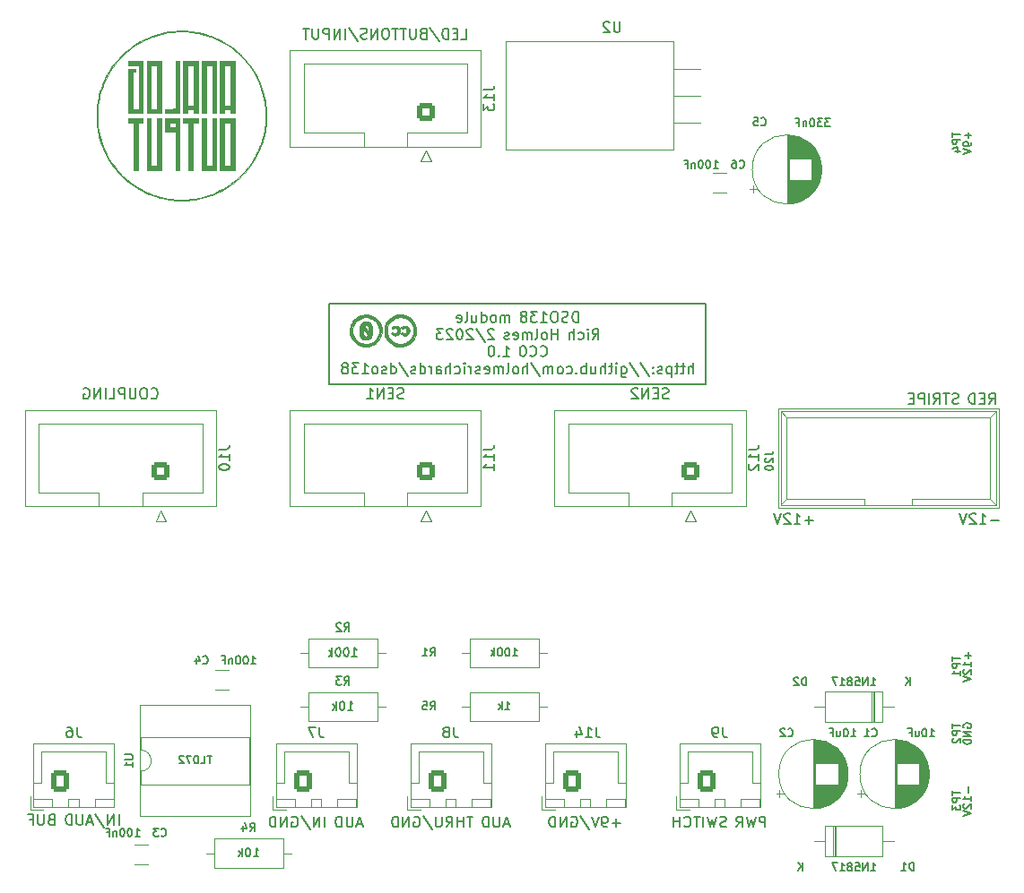
<source format=gbo>
%TF.GenerationSoftware,KiCad,Pcbnew,7.0.0-da2b9df05c~163~ubuntu22.04.1*%
%TF.CreationDate,2023-02-20T22:34:01-05:00*%
%TF.ProjectId,dso138,64736f31-3338-42e6-9b69-6361645f7063,rev?*%
%TF.SameCoordinates,Original*%
%TF.FileFunction,Legend,Bot*%
%TF.FilePolarity,Positive*%
%FSLAX46Y46*%
G04 Gerber Fmt 4.6, Leading zero omitted, Abs format (unit mm)*
G04 Created by KiCad (PCBNEW 7.0.0-da2b9df05c~163~ubuntu22.04.1) date 2023-02-20 22:34:01*
%MOMM*%
%LPD*%
G01*
G04 APERTURE LIST*
G04 Aperture macros list*
%AMRoundRect*
0 Rectangle with rounded corners*
0 $1 Rounding radius*
0 $2 $3 $4 $5 $6 $7 $8 $9 X,Y pos of 4 corners*
0 Add a 4 corners polygon primitive as box body*
4,1,4,$2,$3,$4,$5,$6,$7,$8,$9,$2,$3,0*
0 Add four circle primitives for the rounded corners*
1,1,$1+$1,$2,$3*
1,1,$1+$1,$4,$5*
1,1,$1+$1,$6,$7*
1,1,$1+$1,$8,$9*
0 Add four rect primitives between the rounded corners*
20,1,$1+$1,$2,$3,$4,$5,0*
20,1,$1+$1,$4,$5,$6,$7,0*
20,1,$1+$1,$6,$7,$8,$9,0*
20,1,$1+$1,$8,$9,$2,$3,0*%
G04 Aperture macros list end*
%ADD10C,0.150000*%
%ADD11C,0.120000*%
%ADD12C,0.010000*%
%ADD13C,5.600000*%
%ADD14C,1.500000*%
%ADD15O,3.810000X2.006600*%
%ADD16R,1.800000X1.800000*%
%ADD17C,1.800000*%
%ADD18C,1.600000*%
%ADD19R,1.600000X1.600000*%
%ADD20RoundRect,0.250000X0.600000X-0.600000X0.600000X0.600000X-0.600000X0.600000X-0.600000X-0.600000X0*%
%ADD21C,1.700000*%
%ADD22RoundRect,0.250000X-0.600000X-0.750000X0.600000X-0.750000X0.600000X0.750000X-0.600000X0.750000X0*%
%ADD23O,1.700000X2.000000*%
%ADD24O,3.500000X3.500000*%
%ADD25R,2.000000X1.905000*%
%ADD26O,2.000000X1.905000*%
%ADD27R,2.200000X2.200000*%
%ADD28O,2.200000X2.200000*%
%ADD29O,1.600000X1.600000*%
%ADD30R,1.600000X2.400000*%
%ADD31O,1.600000X2.400000*%
%ADD32R,1.727200X1.727200*%
%ADD33O,1.727200X1.727200*%
G04 APERTURE END LIST*
D10*
X82220000Y-108890000D02*
X117780000Y-108890000D01*
X117780000Y-108890000D02*
X117780000Y-116510000D01*
X117780000Y-116510000D02*
X82220000Y-116510000D01*
X82220000Y-116510000D02*
X82220000Y-108890000D01*
X123373808Y-158367380D02*
X123373808Y-157367380D01*
X123373808Y-157367380D02*
X122992856Y-157367380D01*
X122992856Y-157367380D02*
X122897618Y-157415000D01*
X122897618Y-157415000D02*
X122849999Y-157462619D01*
X122849999Y-157462619D02*
X122802380Y-157557857D01*
X122802380Y-157557857D02*
X122802380Y-157700714D01*
X122802380Y-157700714D02*
X122849999Y-157795952D01*
X122849999Y-157795952D02*
X122897618Y-157843571D01*
X122897618Y-157843571D02*
X122992856Y-157891190D01*
X122992856Y-157891190D02*
X123373808Y-157891190D01*
X122469046Y-157367380D02*
X122230951Y-158367380D01*
X122230951Y-158367380D02*
X122040475Y-157653095D01*
X122040475Y-157653095D02*
X121849999Y-158367380D01*
X121849999Y-158367380D02*
X121611904Y-157367380D01*
X120659523Y-158367380D02*
X120992856Y-157891190D01*
X121230951Y-158367380D02*
X121230951Y-157367380D01*
X121230951Y-157367380D02*
X120849999Y-157367380D01*
X120849999Y-157367380D02*
X120754761Y-157415000D01*
X120754761Y-157415000D02*
X120707142Y-157462619D01*
X120707142Y-157462619D02*
X120659523Y-157557857D01*
X120659523Y-157557857D02*
X120659523Y-157700714D01*
X120659523Y-157700714D02*
X120707142Y-157795952D01*
X120707142Y-157795952D02*
X120754761Y-157843571D01*
X120754761Y-157843571D02*
X120849999Y-157891190D01*
X120849999Y-157891190D02*
X121230951Y-157891190D01*
X119678570Y-158319761D02*
X119535713Y-158367380D01*
X119535713Y-158367380D02*
X119297618Y-158367380D01*
X119297618Y-158367380D02*
X119202380Y-158319761D01*
X119202380Y-158319761D02*
X119154761Y-158272142D01*
X119154761Y-158272142D02*
X119107142Y-158176904D01*
X119107142Y-158176904D02*
X119107142Y-158081666D01*
X119107142Y-158081666D02*
X119154761Y-157986428D01*
X119154761Y-157986428D02*
X119202380Y-157938809D01*
X119202380Y-157938809D02*
X119297618Y-157891190D01*
X119297618Y-157891190D02*
X119488094Y-157843571D01*
X119488094Y-157843571D02*
X119583332Y-157795952D01*
X119583332Y-157795952D02*
X119630951Y-157748333D01*
X119630951Y-157748333D02*
X119678570Y-157653095D01*
X119678570Y-157653095D02*
X119678570Y-157557857D01*
X119678570Y-157557857D02*
X119630951Y-157462619D01*
X119630951Y-157462619D02*
X119583332Y-157415000D01*
X119583332Y-157415000D02*
X119488094Y-157367380D01*
X119488094Y-157367380D02*
X119249999Y-157367380D01*
X119249999Y-157367380D02*
X119107142Y-157415000D01*
X118773808Y-157367380D02*
X118535713Y-158367380D01*
X118535713Y-158367380D02*
X118345237Y-157653095D01*
X118345237Y-157653095D02*
X118154761Y-158367380D01*
X118154761Y-158367380D02*
X117916666Y-157367380D01*
X117535713Y-158367380D02*
X117535713Y-157367380D01*
X117202380Y-157367380D02*
X116630952Y-157367380D01*
X116916666Y-158367380D02*
X116916666Y-157367380D01*
X115726190Y-158272142D02*
X115773809Y-158319761D01*
X115773809Y-158319761D02*
X115916666Y-158367380D01*
X115916666Y-158367380D02*
X116011904Y-158367380D01*
X116011904Y-158367380D02*
X116154761Y-158319761D01*
X116154761Y-158319761D02*
X116249999Y-158224523D01*
X116249999Y-158224523D02*
X116297618Y-158129285D01*
X116297618Y-158129285D02*
X116345237Y-157938809D01*
X116345237Y-157938809D02*
X116345237Y-157795952D01*
X116345237Y-157795952D02*
X116297618Y-157605476D01*
X116297618Y-157605476D02*
X116249999Y-157510238D01*
X116249999Y-157510238D02*
X116154761Y-157415000D01*
X116154761Y-157415000D02*
X116011904Y-157367380D01*
X116011904Y-157367380D02*
X115916666Y-157367380D01*
X115916666Y-157367380D02*
X115773809Y-157415000D01*
X115773809Y-157415000D02*
X115726190Y-157462619D01*
X115297618Y-158367380D02*
X115297618Y-157367380D01*
X115297618Y-157843571D02*
X114726190Y-157843571D01*
X114726190Y-158367380D02*
X114726190Y-157367380D01*
X62342380Y-158152380D02*
X62342380Y-157152380D01*
X61866190Y-158152380D02*
X61866190Y-157152380D01*
X61866190Y-157152380D02*
X61294762Y-158152380D01*
X61294762Y-158152380D02*
X61294762Y-157152380D01*
X60104286Y-157104761D02*
X60961428Y-158390476D01*
X59818571Y-157866666D02*
X59342381Y-157866666D01*
X59913809Y-158152380D02*
X59580476Y-157152380D01*
X59580476Y-157152380D02*
X59247143Y-158152380D01*
X58913809Y-157152380D02*
X58913809Y-157961904D01*
X58913809Y-157961904D02*
X58866190Y-158057142D01*
X58866190Y-158057142D02*
X58818571Y-158104761D01*
X58818571Y-158104761D02*
X58723333Y-158152380D01*
X58723333Y-158152380D02*
X58532857Y-158152380D01*
X58532857Y-158152380D02*
X58437619Y-158104761D01*
X58437619Y-158104761D02*
X58390000Y-158057142D01*
X58390000Y-158057142D02*
X58342381Y-157961904D01*
X58342381Y-157961904D02*
X58342381Y-157152380D01*
X57866190Y-158152380D02*
X57866190Y-157152380D01*
X57866190Y-157152380D02*
X57628095Y-157152380D01*
X57628095Y-157152380D02*
X57485238Y-157200000D01*
X57485238Y-157200000D02*
X57390000Y-157295238D01*
X57390000Y-157295238D02*
X57342381Y-157390476D01*
X57342381Y-157390476D02*
X57294762Y-157580952D01*
X57294762Y-157580952D02*
X57294762Y-157723809D01*
X57294762Y-157723809D02*
X57342381Y-157914285D01*
X57342381Y-157914285D02*
X57390000Y-158009523D01*
X57390000Y-158009523D02*
X57485238Y-158104761D01*
X57485238Y-158104761D02*
X57628095Y-158152380D01*
X57628095Y-158152380D02*
X57866190Y-158152380D01*
X55932857Y-157628571D02*
X55790000Y-157676190D01*
X55790000Y-157676190D02*
X55742381Y-157723809D01*
X55742381Y-157723809D02*
X55694762Y-157819047D01*
X55694762Y-157819047D02*
X55694762Y-157961904D01*
X55694762Y-157961904D02*
X55742381Y-158057142D01*
X55742381Y-158057142D02*
X55790000Y-158104761D01*
X55790000Y-158104761D02*
X55885238Y-158152380D01*
X55885238Y-158152380D02*
X56266190Y-158152380D01*
X56266190Y-158152380D02*
X56266190Y-157152380D01*
X56266190Y-157152380D02*
X55932857Y-157152380D01*
X55932857Y-157152380D02*
X55837619Y-157200000D01*
X55837619Y-157200000D02*
X55790000Y-157247619D01*
X55790000Y-157247619D02*
X55742381Y-157342857D01*
X55742381Y-157342857D02*
X55742381Y-157438095D01*
X55742381Y-157438095D02*
X55790000Y-157533333D01*
X55790000Y-157533333D02*
X55837619Y-157580952D01*
X55837619Y-157580952D02*
X55932857Y-157628571D01*
X55932857Y-157628571D02*
X56266190Y-157628571D01*
X55266190Y-157152380D02*
X55266190Y-157961904D01*
X55266190Y-157961904D02*
X55218571Y-158057142D01*
X55218571Y-158057142D02*
X55170952Y-158104761D01*
X55170952Y-158104761D02*
X55075714Y-158152380D01*
X55075714Y-158152380D02*
X54885238Y-158152380D01*
X54885238Y-158152380D02*
X54790000Y-158104761D01*
X54790000Y-158104761D02*
X54742381Y-158057142D01*
X54742381Y-158057142D02*
X54694762Y-157961904D01*
X54694762Y-157961904D02*
X54694762Y-157152380D01*
X53885238Y-157628571D02*
X54218571Y-157628571D01*
X54218571Y-158152380D02*
X54218571Y-157152380D01*
X54218571Y-157152380D02*
X53742381Y-157152380D01*
X89238094Y-117819761D02*
X89095237Y-117867380D01*
X89095237Y-117867380D02*
X88857142Y-117867380D01*
X88857142Y-117867380D02*
X88761904Y-117819761D01*
X88761904Y-117819761D02*
X88714285Y-117772142D01*
X88714285Y-117772142D02*
X88666666Y-117676904D01*
X88666666Y-117676904D02*
X88666666Y-117581666D01*
X88666666Y-117581666D02*
X88714285Y-117486428D01*
X88714285Y-117486428D02*
X88761904Y-117438809D01*
X88761904Y-117438809D02*
X88857142Y-117391190D01*
X88857142Y-117391190D02*
X89047618Y-117343571D01*
X89047618Y-117343571D02*
X89142856Y-117295952D01*
X89142856Y-117295952D02*
X89190475Y-117248333D01*
X89190475Y-117248333D02*
X89238094Y-117153095D01*
X89238094Y-117153095D02*
X89238094Y-117057857D01*
X89238094Y-117057857D02*
X89190475Y-116962619D01*
X89190475Y-116962619D02*
X89142856Y-116915000D01*
X89142856Y-116915000D02*
X89047618Y-116867380D01*
X89047618Y-116867380D02*
X88809523Y-116867380D01*
X88809523Y-116867380D02*
X88666666Y-116915000D01*
X88238094Y-117343571D02*
X87904761Y-117343571D01*
X87761904Y-117867380D02*
X88238094Y-117867380D01*
X88238094Y-117867380D02*
X88238094Y-116867380D01*
X88238094Y-116867380D02*
X87761904Y-116867380D01*
X87333332Y-117867380D02*
X87333332Y-116867380D01*
X87333332Y-116867380D02*
X86761904Y-117867380D01*
X86761904Y-117867380D02*
X86761904Y-116867380D01*
X85761904Y-117867380D02*
X86333332Y-117867380D01*
X86047618Y-117867380D02*
X86047618Y-116867380D01*
X86047618Y-116867380D02*
X86142856Y-117010238D01*
X86142856Y-117010238D02*
X86238094Y-117105476D01*
X86238094Y-117105476D02*
X86333332Y-117153095D01*
X65404761Y-117772142D02*
X65452380Y-117819761D01*
X65452380Y-117819761D02*
X65595237Y-117867380D01*
X65595237Y-117867380D02*
X65690475Y-117867380D01*
X65690475Y-117867380D02*
X65833332Y-117819761D01*
X65833332Y-117819761D02*
X65928570Y-117724523D01*
X65928570Y-117724523D02*
X65976189Y-117629285D01*
X65976189Y-117629285D02*
X66023808Y-117438809D01*
X66023808Y-117438809D02*
X66023808Y-117295952D01*
X66023808Y-117295952D02*
X65976189Y-117105476D01*
X65976189Y-117105476D02*
X65928570Y-117010238D01*
X65928570Y-117010238D02*
X65833332Y-116915000D01*
X65833332Y-116915000D02*
X65690475Y-116867380D01*
X65690475Y-116867380D02*
X65595237Y-116867380D01*
X65595237Y-116867380D02*
X65452380Y-116915000D01*
X65452380Y-116915000D02*
X65404761Y-116962619D01*
X64785713Y-116867380D02*
X64595237Y-116867380D01*
X64595237Y-116867380D02*
X64499999Y-116915000D01*
X64499999Y-116915000D02*
X64404761Y-117010238D01*
X64404761Y-117010238D02*
X64357142Y-117200714D01*
X64357142Y-117200714D02*
X64357142Y-117534047D01*
X64357142Y-117534047D02*
X64404761Y-117724523D01*
X64404761Y-117724523D02*
X64499999Y-117819761D01*
X64499999Y-117819761D02*
X64595237Y-117867380D01*
X64595237Y-117867380D02*
X64785713Y-117867380D01*
X64785713Y-117867380D02*
X64880951Y-117819761D01*
X64880951Y-117819761D02*
X64976189Y-117724523D01*
X64976189Y-117724523D02*
X65023808Y-117534047D01*
X65023808Y-117534047D02*
X65023808Y-117200714D01*
X65023808Y-117200714D02*
X64976189Y-117010238D01*
X64976189Y-117010238D02*
X64880951Y-116915000D01*
X64880951Y-116915000D02*
X64785713Y-116867380D01*
X63928570Y-116867380D02*
X63928570Y-117676904D01*
X63928570Y-117676904D02*
X63880951Y-117772142D01*
X63880951Y-117772142D02*
X63833332Y-117819761D01*
X63833332Y-117819761D02*
X63738094Y-117867380D01*
X63738094Y-117867380D02*
X63547618Y-117867380D01*
X63547618Y-117867380D02*
X63452380Y-117819761D01*
X63452380Y-117819761D02*
X63404761Y-117772142D01*
X63404761Y-117772142D02*
X63357142Y-117676904D01*
X63357142Y-117676904D02*
X63357142Y-116867380D01*
X62880951Y-117867380D02*
X62880951Y-116867380D01*
X62880951Y-116867380D02*
X62499999Y-116867380D01*
X62499999Y-116867380D02*
X62404761Y-116915000D01*
X62404761Y-116915000D02*
X62357142Y-116962619D01*
X62357142Y-116962619D02*
X62309523Y-117057857D01*
X62309523Y-117057857D02*
X62309523Y-117200714D01*
X62309523Y-117200714D02*
X62357142Y-117295952D01*
X62357142Y-117295952D02*
X62404761Y-117343571D01*
X62404761Y-117343571D02*
X62499999Y-117391190D01*
X62499999Y-117391190D02*
X62880951Y-117391190D01*
X61404761Y-117867380D02*
X61880951Y-117867380D01*
X61880951Y-117867380D02*
X61880951Y-116867380D01*
X61071427Y-117867380D02*
X61071427Y-116867380D01*
X60595237Y-117867380D02*
X60595237Y-116867380D01*
X60595237Y-116867380D02*
X60023809Y-117867380D01*
X60023809Y-117867380D02*
X60023809Y-116867380D01*
X59023809Y-116915000D02*
X59119047Y-116867380D01*
X59119047Y-116867380D02*
X59261904Y-116867380D01*
X59261904Y-116867380D02*
X59404761Y-116915000D01*
X59404761Y-116915000D02*
X59499999Y-117010238D01*
X59499999Y-117010238D02*
X59547618Y-117105476D01*
X59547618Y-117105476D02*
X59595237Y-117295952D01*
X59595237Y-117295952D02*
X59595237Y-117438809D01*
X59595237Y-117438809D02*
X59547618Y-117629285D01*
X59547618Y-117629285D02*
X59499999Y-117724523D01*
X59499999Y-117724523D02*
X59404761Y-117819761D01*
X59404761Y-117819761D02*
X59261904Y-117867380D01*
X59261904Y-117867380D02*
X59166666Y-117867380D01*
X59166666Y-117867380D02*
X59023809Y-117819761D01*
X59023809Y-117819761D02*
X58976190Y-117772142D01*
X58976190Y-117772142D02*
X58976190Y-117438809D01*
X58976190Y-117438809D02*
X59166666Y-117438809D01*
X114238094Y-117819761D02*
X114095237Y-117867380D01*
X114095237Y-117867380D02*
X113857142Y-117867380D01*
X113857142Y-117867380D02*
X113761904Y-117819761D01*
X113761904Y-117819761D02*
X113714285Y-117772142D01*
X113714285Y-117772142D02*
X113666666Y-117676904D01*
X113666666Y-117676904D02*
X113666666Y-117581666D01*
X113666666Y-117581666D02*
X113714285Y-117486428D01*
X113714285Y-117486428D02*
X113761904Y-117438809D01*
X113761904Y-117438809D02*
X113857142Y-117391190D01*
X113857142Y-117391190D02*
X114047618Y-117343571D01*
X114047618Y-117343571D02*
X114142856Y-117295952D01*
X114142856Y-117295952D02*
X114190475Y-117248333D01*
X114190475Y-117248333D02*
X114238094Y-117153095D01*
X114238094Y-117153095D02*
X114238094Y-117057857D01*
X114238094Y-117057857D02*
X114190475Y-116962619D01*
X114190475Y-116962619D02*
X114142856Y-116915000D01*
X114142856Y-116915000D02*
X114047618Y-116867380D01*
X114047618Y-116867380D02*
X113809523Y-116867380D01*
X113809523Y-116867380D02*
X113666666Y-116915000D01*
X113238094Y-117343571D02*
X112904761Y-117343571D01*
X112761904Y-117867380D02*
X113238094Y-117867380D01*
X113238094Y-117867380D02*
X113238094Y-116867380D01*
X113238094Y-116867380D02*
X112761904Y-116867380D01*
X112333332Y-117867380D02*
X112333332Y-116867380D01*
X112333332Y-116867380D02*
X111761904Y-117867380D01*
X111761904Y-117867380D02*
X111761904Y-116867380D01*
X111333332Y-116962619D02*
X111285713Y-116915000D01*
X111285713Y-116915000D02*
X111190475Y-116867380D01*
X111190475Y-116867380D02*
X110952380Y-116867380D01*
X110952380Y-116867380D02*
X110857142Y-116915000D01*
X110857142Y-116915000D02*
X110809523Y-116962619D01*
X110809523Y-116962619D02*
X110761904Y-117057857D01*
X110761904Y-117057857D02*
X110761904Y-117153095D01*
X110761904Y-117153095D02*
X110809523Y-117295952D01*
X110809523Y-117295952D02*
X111380951Y-117867380D01*
X111380951Y-117867380D02*
X110761904Y-117867380D01*
X99188094Y-158081666D02*
X98711904Y-158081666D01*
X99283332Y-158367380D02*
X98949999Y-157367380D01*
X98949999Y-157367380D02*
X98616666Y-158367380D01*
X98283332Y-157367380D02*
X98283332Y-158176904D01*
X98283332Y-158176904D02*
X98235713Y-158272142D01*
X98235713Y-158272142D02*
X98188094Y-158319761D01*
X98188094Y-158319761D02*
X98092856Y-158367380D01*
X98092856Y-158367380D02*
X97902380Y-158367380D01*
X97902380Y-158367380D02*
X97807142Y-158319761D01*
X97807142Y-158319761D02*
X97759523Y-158272142D01*
X97759523Y-158272142D02*
X97711904Y-158176904D01*
X97711904Y-158176904D02*
X97711904Y-157367380D01*
X97235713Y-158367380D02*
X97235713Y-157367380D01*
X97235713Y-157367380D02*
X96997618Y-157367380D01*
X96997618Y-157367380D02*
X96854761Y-157415000D01*
X96854761Y-157415000D02*
X96759523Y-157510238D01*
X96759523Y-157510238D02*
X96711904Y-157605476D01*
X96711904Y-157605476D02*
X96664285Y-157795952D01*
X96664285Y-157795952D02*
X96664285Y-157938809D01*
X96664285Y-157938809D02*
X96711904Y-158129285D01*
X96711904Y-158129285D02*
X96759523Y-158224523D01*
X96759523Y-158224523D02*
X96854761Y-158319761D01*
X96854761Y-158319761D02*
X96997618Y-158367380D01*
X96997618Y-158367380D02*
X97235713Y-158367380D01*
X95778570Y-157367380D02*
X95207142Y-157367380D01*
X95492856Y-158367380D02*
X95492856Y-157367380D01*
X94873808Y-158367380D02*
X94873808Y-157367380D01*
X94873808Y-157843571D02*
X94302380Y-157843571D01*
X94302380Y-158367380D02*
X94302380Y-157367380D01*
X93254761Y-158367380D02*
X93588094Y-157891190D01*
X93826189Y-158367380D02*
X93826189Y-157367380D01*
X93826189Y-157367380D02*
X93445237Y-157367380D01*
X93445237Y-157367380D02*
X93349999Y-157415000D01*
X93349999Y-157415000D02*
X93302380Y-157462619D01*
X93302380Y-157462619D02*
X93254761Y-157557857D01*
X93254761Y-157557857D02*
X93254761Y-157700714D01*
X93254761Y-157700714D02*
X93302380Y-157795952D01*
X93302380Y-157795952D02*
X93349999Y-157843571D01*
X93349999Y-157843571D02*
X93445237Y-157891190D01*
X93445237Y-157891190D02*
X93826189Y-157891190D01*
X92826189Y-157367380D02*
X92826189Y-158176904D01*
X92826189Y-158176904D02*
X92778570Y-158272142D01*
X92778570Y-158272142D02*
X92730951Y-158319761D01*
X92730951Y-158319761D02*
X92635713Y-158367380D01*
X92635713Y-158367380D02*
X92445237Y-158367380D01*
X92445237Y-158367380D02*
X92349999Y-158319761D01*
X92349999Y-158319761D02*
X92302380Y-158272142D01*
X92302380Y-158272142D02*
X92254761Y-158176904D01*
X92254761Y-158176904D02*
X92254761Y-157367380D01*
X91064285Y-157319761D02*
X91921427Y-158605476D01*
X90207142Y-157415000D02*
X90302380Y-157367380D01*
X90302380Y-157367380D02*
X90445237Y-157367380D01*
X90445237Y-157367380D02*
X90588094Y-157415000D01*
X90588094Y-157415000D02*
X90683332Y-157510238D01*
X90683332Y-157510238D02*
X90730951Y-157605476D01*
X90730951Y-157605476D02*
X90778570Y-157795952D01*
X90778570Y-157795952D02*
X90778570Y-157938809D01*
X90778570Y-157938809D02*
X90730951Y-158129285D01*
X90730951Y-158129285D02*
X90683332Y-158224523D01*
X90683332Y-158224523D02*
X90588094Y-158319761D01*
X90588094Y-158319761D02*
X90445237Y-158367380D01*
X90445237Y-158367380D02*
X90349999Y-158367380D01*
X90349999Y-158367380D02*
X90207142Y-158319761D01*
X90207142Y-158319761D02*
X90159523Y-158272142D01*
X90159523Y-158272142D02*
X90159523Y-157938809D01*
X90159523Y-157938809D02*
X90349999Y-157938809D01*
X89730951Y-158367380D02*
X89730951Y-157367380D01*
X89730951Y-157367380D02*
X89159523Y-158367380D01*
X89159523Y-158367380D02*
X89159523Y-157367380D01*
X88683332Y-158367380D02*
X88683332Y-157367380D01*
X88683332Y-157367380D02*
X88445237Y-157367380D01*
X88445237Y-157367380D02*
X88302380Y-157415000D01*
X88302380Y-157415000D02*
X88207142Y-157510238D01*
X88207142Y-157510238D02*
X88159523Y-157605476D01*
X88159523Y-157605476D02*
X88111904Y-157795952D01*
X88111904Y-157795952D02*
X88111904Y-157938809D01*
X88111904Y-157938809D02*
X88159523Y-158129285D01*
X88159523Y-158129285D02*
X88207142Y-158224523D01*
X88207142Y-158224523D02*
X88302380Y-158319761D01*
X88302380Y-158319761D02*
X88445237Y-158367380D01*
X88445237Y-158367380D02*
X88683332Y-158367380D01*
X109683332Y-157986428D02*
X108921428Y-157986428D01*
X109302380Y-158367380D02*
X109302380Y-157605476D01*
X108397618Y-158367380D02*
X108207142Y-158367380D01*
X108207142Y-158367380D02*
X108111904Y-158319761D01*
X108111904Y-158319761D02*
X108064285Y-158272142D01*
X108064285Y-158272142D02*
X107969047Y-158129285D01*
X107969047Y-158129285D02*
X107921428Y-157938809D01*
X107921428Y-157938809D02*
X107921428Y-157557857D01*
X107921428Y-157557857D02*
X107969047Y-157462619D01*
X107969047Y-157462619D02*
X108016666Y-157415000D01*
X108016666Y-157415000D02*
X108111904Y-157367380D01*
X108111904Y-157367380D02*
X108302380Y-157367380D01*
X108302380Y-157367380D02*
X108397618Y-157415000D01*
X108397618Y-157415000D02*
X108445237Y-157462619D01*
X108445237Y-157462619D02*
X108492856Y-157557857D01*
X108492856Y-157557857D02*
X108492856Y-157795952D01*
X108492856Y-157795952D02*
X108445237Y-157891190D01*
X108445237Y-157891190D02*
X108397618Y-157938809D01*
X108397618Y-157938809D02*
X108302380Y-157986428D01*
X108302380Y-157986428D02*
X108111904Y-157986428D01*
X108111904Y-157986428D02*
X108016666Y-157938809D01*
X108016666Y-157938809D02*
X107969047Y-157891190D01*
X107969047Y-157891190D02*
X107921428Y-157795952D01*
X107635713Y-157367380D02*
X107302380Y-158367380D01*
X107302380Y-158367380D02*
X106969047Y-157367380D01*
X105921428Y-157319761D02*
X106778570Y-158605476D01*
X105064285Y-157415000D02*
X105159523Y-157367380D01*
X105159523Y-157367380D02*
X105302380Y-157367380D01*
X105302380Y-157367380D02*
X105445237Y-157415000D01*
X105445237Y-157415000D02*
X105540475Y-157510238D01*
X105540475Y-157510238D02*
X105588094Y-157605476D01*
X105588094Y-157605476D02*
X105635713Y-157795952D01*
X105635713Y-157795952D02*
X105635713Y-157938809D01*
X105635713Y-157938809D02*
X105588094Y-158129285D01*
X105588094Y-158129285D02*
X105540475Y-158224523D01*
X105540475Y-158224523D02*
X105445237Y-158319761D01*
X105445237Y-158319761D02*
X105302380Y-158367380D01*
X105302380Y-158367380D02*
X105207142Y-158367380D01*
X105207142Y-158367380D02*
X105064285Y-158319761D01*
X105064285Y-158319761D02*
X105016666Y-158272142D01*
X105016666Y-158272142D02*
X105016666Y-157938809D01*
X105016666Y-157938809D02*
X105207142Y-157938809D01*
X104588094Y-158367380D02*
X104588094Y-157367380D01*
X104588094Y-157367380D02*
X104016666Y-158367380D01*
X104016666Y-158367380D02*
X104016666Y-157367380D01*
X103540475Y-158367380D02*
X103540475Y-157367380D01*
X103540475Y-157367380D02*
X103302380Y-157367380D01*
X103302380Y-157367380D02*
X103159523Y-157415000D01*
X103159523Y-157415000D02*
X103064285Y-157510238D01*
X103064285Y-157510238D02*
X103016666Y-157605476D01*
X103016666Y-157605476D02*
X102969047Y-157795952D01*
X102969047Y-157795952D02*
X102969047Y-157938809D01*
X102969047Y-157938809D02*
X103016666Y-158129285D01*
X103016666Y-158129285D02*
X103064285Y-158224523D01*
X103064285Y-158224523D02*
X103159523Y-158319761D01*
X103159523Y-158319761D02*
X103302380Y-158367380D01*
X103302380Y-158367380D02*
X103540475Y-158367380D01*
X94666666Y-83867380D02*
X95142856Y-83867380D01*
X95142856Y-83867380D02*
X95142856Y-82867380D01*
X94333332Y-83343571D02*
X93999999Y-83343571D01*
X93857142Y-83867380D02*
X94333332Y-83867380D01*
X94333332Y-83867380D02*
X94333332Y-82867380D01*
X94333332Y-82867380D02*
X93857142Y-82867380D01*
X93428570Y-83867380D02*
X93428570Y-82867380D01*
X93428570Y-82867380D02*
X93190475Y-82867380D01*
X93190475Y-82867380D02*
X93047618Y-82915000D01*
X93047618Y-82915000D02*
X92952380Y-83010238D01*
X92952380Y-83010238D02*
X92904761Y-83105476D01*
X92904761Y-83105476D02*
X92857142Y-83295952D01*
X92857142Y-83295952D02*
X92857142Y-83438809D01*
X92857142Y-83438809D02*
X92904761Y-83629285D01*
X92904761Y-83629285D02*
X92952380Y-83724523D01*
X92952380Y-83724523D02*
X93047618Y-83819761D01*
X93047618Y-83819761D02*
X93190475Y-83867380D01*
X93190475Y-83867380D02*
X93428570Y-83867380D01*
X91714285Y-82819761D02*
X92571427Y-84105476D01*
X91047618Y-83343571D02*
X90904761Y-83391190D01*
X90904761Y-83391190D02*
X90857142Y-83438809D01*
X90857142Y-83438809D02*
X90809523Y-83534047D01*
X90809523Y-83534047D02*
X90809523Y-83676904D01*
X90809523Y-83676904D02*
X90857142Y-83772142D01*
X90857142Y-83772142D02*
X90904761Y-83819761D01*
X90904761Y-83819761D02*
X90999999Y-83867380D01*
X90999999Y-83867380D02*
X91380951Y-83867380D01*
X91380951Y-83867380D02*
X91380951Y-82867380D01*
X91380951Y-82867380D02*
X91047618Y-82867380D01*
X91047618Y-82867380D02*
X90952380Y-82915000D01*
X90952380Y-82915000D02*
X90904761Y-82962619D01*
X90904761Y-82962619D02*
X90857142Y-83057857D01*
X90857142Y-83057857D02*
X90857142Y-83153095D01*
X90857142Y-83153095D02*
X90904761Y-83248333D01*
X90904761Y-83248333D02*
X90952380Y-83295952D01*
X90952380Y-83295952D02*
X91047618Y-83343571D01*
X91047618Y-83343571D02*
X91380951Y-83343571D01*
X90380951Y-82867380D02*
X90380951Y-83676904D01*
X90380951Y-83676904D02*
X90333332Y-83772142D01*
X90333332Y-83772142D02*
X90285713Y-83819761D01*
X90285713Y-83819761D02*
X90190475Y-83867380D01*
X90190475Y-83867380D02*
X89999999Y-83867380D01*
X89999999Y-83867380D02*
X89904761Y-83819761D01*
X89904761Y-83819761D02*
X89857142Y-83772142D01*
X89857142Y-83772142D02*
X89809523Y-83676904D01*
X89809523Y-83676904D02*
X89809523Y-82867380D01*
X89476189Y-82867380D02*
X88904761Y-82867380D01*
X89190475Y-83867380D02*
X89190475Y-82867380D01*
X88714284Y-82867380D02*
X88142856Y-82867380D01*
X88428570Y-83867380D02*
X88428570Y-82867380D01*
X87619046Y-82867380D02*
X87428570Y-82867380D01*
X87428570Y-82867380D02*
X87333332Y-82915000D01*
X87333332Y-82915000D02*
X87238094Y-83010238D01*
X87238094Y-83010238D02*
X87190475Y-83200714D01*
X87190475Y-83200714D02*
X87190475Y-83534047D01*
X87190475Y-83534047D02*
X87238094Y-83724523D01*
X87238094Y-83724523D02*
X87333332Y-83819761D01*
X87333332Y-83819761D02*
X87428570Y-83867380D01*
X87428570Y-83867380D02*
X87619046Y-83867380D01*
X87619046Y-83867380D02*
X87714284Y-83819761D01*
X87714284Y-83819761D02*
X87809522Y-83724523D01*
X87809522Y-83724523D02*
X87857141Y-83534047D01*
X87857141Y-83534047D02*
X87857141Y-83200714D01*
X87857141Y-83200714D02*
X87809522Y-83010238D01*
X87809522Y-83010238D02*
X87714284Y-82915000D01*
X87714284Y-82915000D02*
X87619046Y-82867380D01*
X86761903Y-83867380D02*
X86761903Y-82867380D01*
X86761903Y-82867380D02*
X86190475Y-83867380D01*
X86190475Y-83867380D02*
X86190475Y-82867380D01*
X85761903Y-83819761D02*
X85619046Y-83867380D01*
X85619046Y-83867380D02*
X85380951Y-83867380D01*
X85380951Y-83867380D02*
X85285713Y-83819761D01*
X85285713Y-83819761D02*
X85238094Y-83772142D01*
X85238094Y-83772142D02*
X85190475Y-83676904D01*
X85190475Y-83676904D02*
X85190475Y-83581666D01*
X85190475Y-83581666D02*
X85238094Y-83486428D01*
X85238094Y-83486428D02*
X85285713Y-83438809D01*
X85285713Y-83438809D02*
X85380951Y-83391190D01*
X85380951Y-83391190D02*
X85571427Y-83343571D01*
X85571427Y-83343571D02*
X85666665Y-83295952D01*
X85666665Y-83295952D02*
X85714284Y-83248333D01*
X85714284Y-83248333D02*
X85761903Y-83153095D01*
X85761903Y-83153095D02*
X85761903Y-83057857D01*
X85761903Y-83057857D02*
X85714284Y-82962619D01*
X85714284Y-82962619D02*
X85666665Y-82915000D01*
X85666665Y-82915000D02*
X85571427Y-82867380D01*
X85571427Y-82867380D02*
X85333332Y-82867380D01*
X85333332Y-82867380D02*
X85190475Y-82915000D01*
X84047618Y-82819761D02*
X84904760Y-84105476D01*
X83714284Y-83867380D02*
X83714284Y-82867380D01*
X83238094Y-83867380D02*
X83238094Y-82867380D01*
X83238094Y-82867380D02*
X82666666Y-83867380D01*
X82666666Y-83867380D02*
X82666666Y-82867380D01*
X82190475Y-83867380D02*
X82190475Y-82867380D01*
X82190475Y-82867380D02*
X81809523Y-82867380D01*
X81809523Y-82867380D02*
X81714285Y-82915000D01*
X81714285Y-82915000D02*
X81666666Y-82962619D01*
X81666666Y-82962619D02*
X81619047Y-83057857D01*
X81619047Y-83057857D02*
X81619047Y-83200714D01*
X81619047Y-83200714D02*
X81666666Y-83295952D01*
X81666666Y-83295952D02*
X81714285Y-83343571D01*
X81714285Y-83343571D02*
X81809523Y-83391190D01*
X81809523Y-83391190D02*
X82190475Y-83391190D01*
X81190475Y-82867380D02*
X81190475Y-83676904D01*
X81190475Y-83676904D02*
X81142856Y-83772142D01*
X81142856Y-83772142D02*
X81095237Y-83819761D01*
X81095237Y-83819761D02*
X80999999Y-83867380D01*
X80999999Y-83867380D02*
X80809523Y-83867380D01*
X80809523Y-83867380D02*
X80714285Y-83819761D01*
X80714285Y-83819761D02*
X80666666Y-83772142D01*
X80666666Y-83772142D02*
X80619047Y-83676904D01*
X80619047Y-83676904D02*
X80619047Y-82867380D01*
X80285713Y-82867380D02*
X79714285Y-82867380D01*
X79999999Y-83867380D02*
X79999999Y-82867380D01*
X105704761Y-110637380D02*
X105704761Y-109637380D01*
X105704761Y-109637380D02*
X105466666Y-109637380D01*
X105466666Y-109637380D02*
X105323809Y-109685000D01*
X105323809Y-109685000D02*
X105228571Y-109780238D01*
X105228571Y-109780238D02*
X105180952Y-109875476D01*
X105180952Y-109875476D02*
X105133333Y-110065952D01*
X105133333Y-110065952D02*
X105133333Y-110208809D01*
X105133333Y-110208809D02*
X105180952Y-110399285D01*
X105180952Y-110399285D02*
X105228571Y-110494523D01*
X105228571Y-110494523D02*
X105323809Y-110589761D01*
X105323809Y-110589761D02*
X105466666Y-110637380D01*
X105466666Y-110637380D02*
X105704761Y-110637380D01*
X104752380Y-110589761D02*
X104609523Y-110637380D01*
X104609523Y-110637380D02*
X104371428Y-110637380D01*
X104371428Y-110637380D02*
X104276190Y-110589761D01*
X104276190Y-110589761D02*
X104228571Y-110542142D01*
X104228571Y-110542142D02*
X104180952Y-110446904D01*
X104180952Y-110446904D02*
X104180952Y-110351666D01*
X104180952Y-110351666D02*
X104228571Y-110256428D01*
X104228571Y-110256428D02*
X104276190Y-110208809D01*
X104276190Y-110208809D02*
X104371428Y-110161190D01*
X104371428Y-110161190D02*
X104561904Y-110113571D01*
X104561904Y-110113571D02*
X104657142Y-110065952D01*
X104657142Y-110065952D02*
X104704761Y-110018333D01*
X104704761Y-110018333D02*
X104752380Y-109923095D01*
X104752380Y-109923095D02*
X104752380Y-109827857D01*
X104752380Y-109827857D02*
X104704761Y-109732619D01*
X104704761Y-109732619D02*
X104657142Y-109685000D01*
X104657142Y-109685000D02*
X104561904Y-109637380D01*
X104561904Y-109637380D02*
X104323809Y-109637380D01*
X104323809Y-109637380D02*
X104180952Y-109685000D01*
X103561904Y-109637380D02*
X103371428Y-109637380D01*
X103371428Y-109637380D02*
X103276190Y-109685000D01*
X103276190Y-109685000D02*
X103180952Y-109780238D01*
X103180952Y-109780238D02*
X103133333Y-109970714D01*
X103133333Y-109970714D02*
X103133333Y-110304047D01*
X103133333Y-110304047D02*
X103180952Y-110494523D01*
X103180952Y-110494523D02*
X103276190Y-110589761D01*
X103276190Y-110589761D02*
X103371428Y-110637380D01*
X103371428Y-110637380D02*
X103561904Y-110637380D01*
X103561904Y-110637380D02*
X103657142Y-110589761D01*
X103657142Y-110589761D02*
X103752380Y-110494523D01*
X103752380Y-110494523D02*
X103799999Y-110304047D01*
X103799999Y-110304047D02*
X103799999Y-109970714D01*
X103799999Y-109970714D02*
X103752380Y-109780238D01*
X103752380Y-109780238D02*
X103657142Y-109685000D01*
X103657142Y-109685000D02*
X103561904Y-109637380D01*
X102180952Y-110637380D02*
X102752380Y-110637380D01*
X102466666Y-110637380D02*
X102466666Y-109637380D01*
X102466666Y-109637380D02*
X102561904Y-109780238D01*
X102561904Y-109780238D02*
X102657142Y-109875476D01*
X102657142Y-109875476D02*
X102752380Y-109923095D01*
X101847618Y-109637380D02*
X101228571Y-109637380D01*
X101228571Y-109637380D02*
X101561904Y-110018333D01*
X101561904Y-110018333D02*
X101419047Y-110018333D01*
X101419047Y-110018333D02*
X101323809Y-110065952D01*
X101323809Y-110065952D02*
X101276190Y-110113571D01*
X101276190Y-110113571D02*
X101228571Y-110208809D01*
X101228571Y-110208809D02*
X101228571Y-110446904D01*
X101228571Y-110446904D02*
X101276190Y-110542142D01*
X101276190Y-110542142D02*
X101323809Y-110589761D01*
X101323809Y-110589761D02*
X101419047Y-110637380D01*
X101419047Y-110637380D02*
X101704761Y-110637380D01*
X101704761Y-110637380D02*
X101799999Y-110589761D01*
X101799999Y-110589761D02*
X101847618Y-110542142D01*
X100657142Y-110065952D02*
X100752380Y-110018333D01*
X100752380Y-110018333D02*
X100799999Y-109970714D01*
X100799999Y-109970714D02*
X100847618Y-109875476D01*
X100847618Y-109875476D02*
X100847618Y-109827857D01*
X100847618Y-109827857D02*
X100799999Y-109732619D01*
X100799999Y-109732619D02*
X100752380Y-109685000D01*
X100752380Y-109685000D02*
X100657142Y-109637380D01*
X100657142Y-109637380D02*
X100466666Y-109637380D01*
X100466666Y-109637380D02*
X100371428Y-109685000D01*
X100371428Y-109685000D02*
X100323809Y-109732619D01*
X100323809Y-109732619D02*
X100276190Y-109827857D01*
X100276190Y-109827857D02*
X100276190Y-109875476D01*
X100276190Y-109875476D02*
X100323809Y-109970714D01*
X100323809Y-109970714D02*
X100371428Y-110018333D01*
X100371428Y-110018333D02*
X100466666Y-110065952D01*
X100466666Y-110065952D02*
X100657142Y-110065952D01*
X100657142Y-110065952D02*
X100752380Y-110113571D01*
X100752380Y-110113571D02*
X100799999Y-110161190D01*
X100799999Y-110161190D02*
X100847618Y-110256428D01*
X100847618Y-110256428D02*
X100847618Y-110446904D01*
X100847618Y-110446904D02*
X100799999Y-110542142D01*
X100799999Y-110542142D02*
X100752380Y-110589761D01*
X100752380Y-110589761D02*
X100657142Y-110637380D01*
X100657142Y-110637380D02*
X100466666Y-110637380D01*
X100466666Y-110637380D02*
X100371428Y-110589761D01*
X100371428Y-110589761D02*
X100323809Y-110542142D01*
X100323809Y-110542142D02*
X100276190Y-110446904D01*
X100276190Y-110446904D02*
X100276190Y-110256428D01*
X100276190Y-110256428D02*
X100323809Y-110161190D01*
X100323809Y-110161190D02*
X100371428Y-110113571D01*
X100371428Y-110113571D02*
X100466666Y-110065952D01*
X99247618Y-110637380D02*
X99247618Y-109970714D01*
X99247618Y-110065952D02*
X99199999Y-110018333D01*
X99199999Y-110018333D02*
X99104761Y-109970714D01*
X99104761Y-109970714D02*
X98961904Y-109970714D01*
X98961904Y-109970714D02*
X98866666Y-110018333D01*
X98866666Y-110018333D02*
X98819047Y-110113571D01*
X98819047Y-110113571D02*
X98819047Y-110637380D01*
X98819047Y-110113571D02*
X98771428Y-110018333D01*
X98771428Y-110018333D02*
X98676190Y-109970714D01*
X98676190Y-109970714D02*
X98533333Y-109970714D01*
X98533333Y-109970714D02*
X98438094Y-110018333D01*
X98438094Y-110018333D02*
X98390475Y-110113571D01*
X98390475Y-110113571D02*
X98390475Y-110637380D01*
X97771428Y-110637380D02*
X97866666Y-110589761D01*
X97866666Y-110589761D02*
X97914285Y-110542142D01*
X97914285Y-110542142D02*
X97961904Y-110446904D01*
X97961904Y-110446904D02*
X97961904Y-110161190D01*
X97961904Y-110161190D02*
X97914285Y-110065952D01*
X97914285Y-110065952D02*
X97866666Y-110018333D01*
X97866666Y-110018333D02*
X97771428Y-109970714D01*
X97771428Y-109970714D02*
X97628571Y-109970714D01*
X97628571Y-109970714D02*
X97533333Y-110018333D01*
X97533333Y-110018333D02*
X97485714Y-110065952D01*
X97485714Y-110065952D02*
X97438095Y-110161190D01*
X97438095Y-110161190D02*
X97438095Y-110446904D01*
X97438095Y-110446904D02*
X97485714Y-110542142D01*
X97485714Y-110542142D02*
X97533333Y-110589761D01*
X97533333Y-110589761D02*
X97628571Y-110637380D01*
X97628571Y-110637380D02*
X97771428Y-110637380D01*
X96580952Y-110637380D02*
X96580952Y-109637380D01*
X96580952Y-110589761D02*
X96676190Y-110637380D01*
X96676190Y-110637380D02*
X96866666Y-110637380D01*
X96866666Y-110637380D02*
X96961904Y-110589761D01*
X96961904Y-110589761D02*
X97009523Y-110542142D01*
X97009523Y-110542142D02*
X97057142Y-110446904D01*
X97057142Y-110446904D02*
X97057142Y-110161190D01*
X97057142Y-110161190D02*
X97009523Y-110065952D01*
X97009523Y-110065952D02*
X96961904Y-110018333D01*
X96961904Y-110018333D02*
X96866666Y-109970714D01*
X96866666Y-109970714D02*
X96676190Y-109970714D01*
X96676190Y-109970714D02*
X96580952Y-110018333D01*
X95676190Y-109970714D02*
X95676190Y-110637380D01*
X96104761Y-109970714D02*
X96104761Y-110494523D01*
X96104761Y-110494523D02*
X96057142Y-110589761D01*
X96057142Y-110589761D02*
X95961904Y-110637380D01*
X95961904Y-110637380D02*
X95819047Y-110637380D01*
X95819047Y-110637380D02*
X95723809Y-110589761D01*
X95723809Y-110589761D02*
X95676190Y-110542142D01*
X95057142Y-110637380D02*
X95152380Y-110589761D01*
X95152380Y-110589761D02*
X95199999Y-110494523D01*
X95199999Y-110494523D02*
X95199999Y-109637380D01*
X94295237Y-110589761D02*
X94390475Y-110637380D01*
X94390475Y-110637380D02*
X94580951Y-110637380D01*
X94580951Y-110637380D02*
X94676189Y-110589761D01*
X94676189Y-110589761D02*
X94723808Y-110494523D01*
X94723808Y-110494523D02*
X94723808Y-110113571D01*
X94723808Y-110113571D02*
X94676189Y-110018333D01*
X94676189Y-110018333D02*
X94580951Y-109970714D01*
X94580951Y-109970714D02*
X94390475Y-109970714D01*
X94390475Y-109970714D02*
X94295237Y-110018333D01*
X94295237Y-110018333D02*
X94247618Y-110113571D01*
X94247618Y-110113571D02*
X94247618Y-110208809D01*
X94247618Y-110208809D02*
X94723808Y-110304047D01*
X107052381Y-112257380D02*
X107385714Y-111781190D01*
X107623809Y-112257380D02*
X107623809Y-111257380D01*
X107623809Y-111257380D02*
X107242857Y-111257380D01*
X107242857Y-111257380D02*
X107147619Y-111305000D01*
X107147619Y-111305000D02*
X107100000Y-111352619D01*
X107100000Y-111352619D02*
X107052381Y-111447857D01*
X107052381Y-111447857D02*
X107052381Y-111590714D01*
X107052381Y-111590714D02*
X107100000Y-111685952D01*
X107100000Y-111685952D02*
X107147619Y-111733571D01*
X107147619Y-111733571D02*
X107242857Y-111781190D01*
X107242857Y-111781190D02*
X107623809Y-111781190D01*
X106623809Y-112257380D02*
X106623809Y-111590714D01*
X106623809Y-111257380D02*
X106671428Y-111305000D01*
X106671428Y-111305000D02*
X106623809Y-111352619D01*
X106623809Y-111352619D02*
X106576190Y-111305000D01*
X106576190Y-111305000D02*
X106623809Y-111257380D01*
X106623809Y-111257380D02*
X106623809Y-111352619D01*
X105719048Y-112209761D02*
X105814286Y-112257380D01*
X105814286Y-112257380D02*
X106004762Y-112257380D01*
X106004762Y-112257380D02*
X106100000Y-112209761D01*
X106100000Y-112209761D02*
X106147619Y-112162142D01*
X106147619Y-112162142D02*
X106195238Y-112066904D01*
X106195238Y-112066904D02*
X106195238Y-111781190D01*
X106195238Y-111781190D02*
X106147619Y-111685952D01*
X106147619Y-111685952D02*
X106100000Y-111638333D01*
X106100000Y-111638333D02*
X106004762Y-111590714D01*
X106004762Y-111590714D02*
X105814286Y-111590714D01*
X105814286Y-111590714D02*
X105719048Y-111638333D01*
X105290476Y-112257380D02*
X105290476Y-111257380D01*
X104861905Y-112257380D02*
X104861905Y-111733571D01*
X104861905Y-111733571D02*
X104909524Y-111638333D01*
X104909524Y-111638333D02*
X105004762Y-111590714D01*
X105004762Y-111590714D02*
X105147619Y-111590714D01*
X105147619Y-111590714D02*
X105242857Y-111638333D01*
X105242857Y-111638333D02*
X105290476Y-111685952D01*
X103785714Y-112257380D02*
X103785714Y-111257380D01*
X103785714Y-111733571D02*
X103214286Y-111733571D01*
X103214286Y-112257380D02*
X103214286Y-111257380D01*
X102595238Y-112257380D02*
X102690476Y-112209761D01*
X102690476Y-112209761D02*
X102738095Y-112162142D01*
X102738095Y-112162142D02*
X102785714Y-112066904D01*
X102785714Y-112066904D02*
X102785714Y-111781190D01*
X102785714Y-111781190D02*
X102738095Y-111685952D01*
X102738095Y-111685952D02*
X102690476Y-111638333D01*
X102690476Y-111638333D02*
X102595238Y-111590714D01*
X102595238Y-111590714D02*
X102452381Y-111590714D01*
X102452381Y-111590714D02*
X102357143Y-111638333D01*
X102357143Y-111638333D02*
X102309524Y-111685952D01*
X102309524Y-111685952D02*
X102261905Y-111781190D01*
X102261905Y-111781190D02*
X102261905Y-112066904D01*
X102261905Y-112066904D02*
X102309524Y-112162142D01*
X102309524Y-112162142D02*
X102357143Y-112209761D01*
X102357143Y-112209761D02*
X102452381Y-112257380D01*
X102452381Y-112257380D02*
X102595238Y-112257380D01*
X101690476Y-112257380D02*
X101785714Y-112209761D01*
X101785714Y-112209761D02*
X101833333Y-112114523D01*
X101833333Y-112114523D02*
X101833333Y-111257380D01*
X101309523Y-112257380D02*
X101309523Y-111590714D01*
X101309523Y-111685952D02*
X101261904Y-111638333D01*
X101261904Y-111638333D02*
X101166666Y-111590714D01*
X101166666Y-111590714D02*
X101023809Y-111590714D01*
X101023809Y-111590714D02*
X100928571Y-111638333D01*
X100928571Y-111638333D02*
X100880952Y-111733571D01*
X100880952Y-111733571D02*
X100880952Y-112257380D01*
X100880952Y-111733571D02*
X100833333Y-111638333D01*
X100833333Y-111638333D02*
X100738095Y-111590714D01*
X100738095Y-111590714D02*
X100595238Y-111590714D01*
X100595238Y-111590714D02*
X100499999Y-111638333D01*
X100499999Y-111638333D02*
X100452380Y-111733571D01*
X100452380Y-111733571D02*
X100452380Y-112257380D01*
X99595238Y-112209761D02*
X99690476Y-112257380D01*
X99690476Y-112257380D02*
X99880952Y-112257380D01*
X99880952Y-112257380D02*
X99976190Y-112209761D01*
X99976190Y-112209761D02*
X100023809Y-112114523D01*
X100023809Y-112114523D02*
X100023809Y-111733571D01*
X100023809Y-111733571D02*
X99976190Y-111638333D01*
X99976190Y-111638333D02*
X99880952Y-111590714D01*
X99880952Y-111590714D02*
X99690476Y-111590714D01*
X99690476Y-111590714D02*
X99595238Y-111638333D01*
X99595238Y-111638333D02*
X99547619Y-111733571D01*
X99547619Y-111733571D02*
X99547619Y-111828809D01*
X99547619Y-111828809D02*
X100023809Y-111924047D01*
X99166666Y-112209761D02*
X99071428Y-112257380D01*
X99071428Y-112257380D02*
X98880952Y-112257380D01*
X98880952Y-112257380D02*
X98785714Y-112209761D01*
X98785714Y-112209761D02*
X98738095Y-112114523D01*
X98738095Y-112114523D02*
X98738095Y-112066904D01*
X98738095Y-112066904D02*
X98785714Y-111971666D01*
X98785714Y-111971666D02*
X98880952Y-111924047D01*
X98880952Y-111924047D02*
X99023809Y-111924047D01*
X99023809Y-111924047D02*
X99119047Y-111876428D01*
X99119047Y-111876428D02*
X99166666Y-111781190D01*
X99166666Y-111781190D02*
X99166666Y-111733571D01*
X99166666Y-111733571D02*
X99119047Y-111638333D01*
X99119047Y-111638333D02*
X99023809Y-111590714D01*
X99023809Y-111590714D02*
X98880952Y-111590714D01*
X98880952Y-111590714D02*
X98785714Y-111638333D01*
X97757142Y-111352619D02*
X97709523Y-111305000D01*
X97709523Y-111305000D02*
X97614285Y-111257380D01*
X97614285Y-111257380D02*
X97376190Y-111257380D01*
X97376190Y-111257380D02*
X97280952Y-111305000D01*
X97280952Y-111305000D02*
X97233333Y-111352619D01*
X97233333Y-111352619D02*
X97185714Y-111447857D01*
X97185714Y-111447857D02*
X97185714Y-111543095D01*
X97185714Y-111543095D02*
X97233333Y-111685952D01*
X97233333Y-111685952D02*
X97804761Y-112257380D01*
X97804761Y-112257380D02*
X97185714Y-112257380D01*
X96042857Y-111209761D02*
X96899999Y-112495476D01*
X95757142Y-111352619D02*
X95709523Y-111305000D01*
X95709523Y-111305000D02*
X95614285Y-111257380D01*
X95614285Y-111257380D02*
X95376190Y-111257380D01*
X95376190Y-111257380D02*
X95280952Y-111305000D01*
X95280952Y-111305000D02*
X95233333Y-111352619D01*
X95233333Y-111352619D02*
X95185714Y-111447857D01*
X95185714Y-111447857D02*
X95185714Y-111543095D01*
X95185714Y-111543095D02*
X95233333Y-111685952D01*
X95233333Y-111685952D02*
X95804761Y-112257380D01*
X95804761Y-112257380D02*
X95185714Y-112257380D01*
X94566666Y-111257380D02*
X94471428Y-111257380D01*
X94471428Y-111257380D02*
X94376190Y-111305000D01*
X94376190Y-111305000D02*
X94328571Y-111352619D01*
X94328571Y-111352619D02*
X94280952Y-111447857D01*
X94280952Y-111447857D02*
X94233333Y-111638333D01*
X94233333Y-111638333D02*
X94233333Y-111876428D01*
X94233333Y-111876428D02*
X94280952Y-112066904D01*
X94280952Y-112066904D02*
X94328571Y-112162142D01*
X94328571Y-112162142D02*
X94376190Y-112209761D01*
X94376190Y-112209761D02*
X94471428Y-112257380D01*
X94471428Y-112257380D02*
X94566666Y-112257380D01*
X94566666Y-112257380D02*
X94661904Y-112209761D01*
X94661904Y-112209761D02*
X94709523Y-112162142D01*
X94709523Y-112162142D02*
X94757142Y-112066904D01*
X94757142Y-112066904D02*
X94804761Y-111876428D01*
X94804761Y-111876428D02*
X94804761Y-111638333D01*
X94804761Y-111638333D02*
X94757142Y-111447857D01*
X94757142Y-111447857D02*
X94709523Y-111352619D01*
X94709523Y-111352619D02*
X94661904Y-111305000D01*
X94661904Y-111305000D02*
X94566666Y-111257380D01*
X93852380Y-111352619D02*
X93804761Y-111305000D01*
X93804761Y-111305000D02*
X93709523Y-111257380D01*
X93709523Y-111257380D02*
X93471428Y-111257380D01*
X93471428Y-111257380D02*
X93376190Y-111305000D01*
X93376190Y-111305000D02*
X93328571Y-111352619D01*
X93328571Y-111352619D02*
X93280952Y-111447857D01*
X93280952Y-111447857D02*
X93280952Y-111543095D01*
X93280952Y-111543095D02*
X93328571Y-111685952D01*
X93328571Y-111685952D02*
X93899999Y-112257380D01*
X93899999Y-112257380D02*
X93280952Y-112257380D01*
X92947618Y-111257380D02*
X92328571Y-111257380D01*
X92328571Y-111257380D02*
X92661904Y-111638333D01*
X92661904Y-111638333D02*
X92519047Y-111638333D01*
X92519047Y-111638333D02*
X92423809Y-111685952D01*
X92423809Y-111685952D02*
X92376190Y-111733571D01*
X92376190Y-111733571D02*
X92328571Y-111828809D01*
X92328571Y-111828809D02*
X92328571Y-112066904D01*
X92328571Y-112066904D02*
X92376190Y-112162142D01*
X92376190Y-112162142D02*
X92423809Y-112209761D01*
X92423809Y-112209761D02*
X92519047Y-112257380D01*
X92519047Y-112257380D02*
X92804761Y-112257380D01*
X92804761Y-112257380D02*
X92899999Y-112209761D01*
X92899999Y-112209761D02*
X92947618Y-112162142D01*
X102157142Y-113782142D02*
X102204761Y-113829761D01*
X102204761Y-113829761D02*
X102347618Y-113877380D01*
X102347618Y-113877380D02*
X102442856Y-113877380D01*
X102442856Y-113877380D02*
X102585713Y-113829761D01*
X102585713Y-113829761D02*
X102680951Y-113734523D01*
X102680951Y-113734523D02*
X102728570Y-113639285D01*
X102728570Y-113639285D02*
X102776189Y-113448809D01*
X102776189Y-113448809D02*
X102776189Y-113305952D01*
X102776189Y-113305952D02*
X102728570Y-113115476D01*
X102728570Y-113115476D02*
X102680951Y-113020238D01*
X102680951Y-113020238D02*
X102585713Y-112925000D01*
X102585713Y-112925000D02*
X102442856Y-112877380D01*
X102442856Y-112877380D02*
X102347618Y-112877380D01*
X102347618Y-112877380D02*
X102204761Y-112925000D01*
X102204761Y-112925000D02*
X102157142Y-112972619D01*
X101157142Y-113782142D02*
X101204761Y-113829761D01*
X101204761Y-113829761D02*
X101347618Y-113877380D01*
X101347618Y-113877380D02*
X101442856Y-113877380D01*
X101442856Y-113877380D02*
X101585713Y-113829761D01*
X101585713Y-113829761D02*
X101680951Y-113734523D01*
X101680951Y-113734523D02*
X101728570Y-113639285D01*
X101728570Y-113639285D02*
X101776189Y-113448809D01*
X101776189Y-113448809D02*
X101776189Y-113305952D01*
X101776189Y-113305952D02*
X101728570Y-113115476D01*
X101728570Y-113115476D02*
X101680951Y-113020238D01*
X101680951Y-113020238D02*
X101585713Y-112925000D01*
X101585713Y-112925000D02*
X101442856Y-112877380D01*
X101442856Y-112877380D02*
X101347618Y-112877380D01*
X101347618Y-112877380D02*
X101204761Y-112925000D01*
X101204761Y-112925000D02*
X101157142Y-112972619D01*
X100538094Y-112877380D02*
X100442856Y-112877380D01*
X100442856Y-112877380D02*
X100347618Y-112925000D01*
X100347618Y-112925000D02*
X100299999Y-112972619D01*
X100299999Y-112972619D02*
X100252380Y-113067857D01*
X100252380Y-113067857D02*
X100204761Y-113258333D01*
X100204761Y-113258333D02*
X100204761Y-113496428D01*
X100204761Y-113496428D02*
X100252380Y-113686904D01*
X100252380Y-113686904D02*
X100299999Y-113782142D01*
X100299999Y-113782142D02*
X100347618Y-113829761D01*
X100347618Y-113829761D02*
X100442856Y-113877380D01*
X100442856Y-113877380D02*
X100538094Y-113877380D01*
X100538094Y-113877380D02*
X100633332Y-113829761D01*
X100633332Y-113829761D02*
X100680951Y-113782142D01*
X100680951Y-113782142D02*
X100728570Y-113686904D01*
X100728570Y-113686904D02*
X100776189Y-113496428D01*
X100776189Y-113496428D02*
X100776189Y-113258333D01*
X100776189Y-113258333D02*
X100728570Y-113067857D01*
X100728570Y-113067857D02*
X100680951Y-112972619D01*
X100680951Y-112972619D02*
X100633332Y-112925000D01*
X100633332Y-112925000D02*
X100538094Y-112877380D01*
X98652380Y-113877380D02*
X99223808Y-113877380D01*
X98938094Y-113877380D02*
X98938094Y-112877380D01*
X98938094Y-112877380D02*
X99033332Y-113020238D01*
X99033332Y-113020238D02*
X99128570Y-113115476D01*
X99128570Y-113115476D02*
X99223808Y-113163095D01*
X98223808Y-113782142D02*
X98176189Y-113829761D01*
X98176189Y-113829761D02*
X98223808Y-113877380D01*
X98223808Y-113877380D02*
X98271427Y-113829761D01*
X98271427Y-113829761D02*
X98223808Y-113782142D01*
X98223808Y-113782142D02*
X98223808Y-113877380D01*
X97557142Y-112877380D02*
X97461904Y-112877380D01*
X97461904Y-112877380D02*
X97366666Y-112925000D01*
X97366666Y-112925000D02*
X97319047Y-112972619D01*
X97319047Y-112972619D02*
X97271428Y-113067857D01*
X97271428Y-113067857D02*
X97223809Y-113258333D01*
X97223809Y-113258333D02*
X97223809Y-113496428D01*
X97223809Y-113496428D02*
X97271428Y-113686904D01*
X97271428Y-113686904D02*
X97319047Y-113782142D01*
X97319047Y-113782142D02*
X97366666Y-113829761D01*
X97366666Y-113829761D02*
X97461904Y-113877380D01*
X97461904Y-113877380D02*
X97557142Y-113877380D01*
X97557142Y-113877380D02*
X97652380Y-113829761D01*
X97652380Y-113829761D02*
X97699999Y-113782142D01*
X97699999Y-113782142D02*
X97747618Y-113686904D01*
X97747618Y-113686904D02*
X97795237Y-113496428D01*
X97795237Y-113496428D02*
X97795237Y-113258333D01*
X97795237Y-113258333D02*
X97747618Y-113067857D01*
X97747618Y-113067857D02*
X97699999Y-112972619D01*
X97699999Y-112972619D02*
X97652380Y-112925000D01*
X97652380Y-112925000D02*
X97557142Y-112877380D01*
X116547619Y-115497380D02*
X116547619Y-114497380D01*
X116119048Y-115497380D02*
X116119048Y-114973571D01*
X116119048Y-114973571D02*
X116166667Y-114878333D01*
X116166667Y-114878333D02*
X116261905Y-114830714D01*
X116261905Y-114830714D02*
X116404762Y-114830714D01*
X116404762Y-114830714D02*
X116500000Y-114878333D01*
X116500000Y-114878333D02*
X116547619Y-114925952D01*
X115785714Y-114830714D02*
X115404762Y-114830714D01*
X115642857Y-114497380D02*
X115642857Y-115354523D01*
X115642857Y-115354523D02*
X115595238Y-115449761D01*
X115595238Y-115449761D02*
X115500000Y-115497380D01*
X115500000Y-115497380D02*
X115404762Y-115497380D01*
X115214285Y-114830714D02*
X114833333Y-114830714D01*
X115071428Y-114497380D02*
X115071428Y-115354523D01*
X115071428Y-115354523D02*
X115023809Y-115449761D01*
X115023809Y-115449761D02*
X114928571Y-115497380D01*
X114928571Y-115497380D02*
X114833333Y-115497380D01*
X114499999Y-114830714D02*
X114499999Y-115830714D01*
X114499999Y-114878333D02*
X114404761Y-114830714D01*
X114404761Y-114830714D02*
X114214285Y-114830714D01*
X114214285Y-114830714D02*
X114119047Y-114878333D01*
X114119047Y-114878333D02*
X114071428Y-114925952D01*
X114071428Y-114925952D02*
X114023809Y-115021190D01*
X114023809Y-115021190D02*
X114023809Y-115306904D01*
X114023809Y-115306904D02*
X114071428Y-115402142D01*
X114071428Y-115402142D02*
X114119047Y-115449761D01*
X114119047Y-115449761D02*
X114214285Y-115497380D01*
X114214285Y-115497380D02*
X114404761Y-115497380D01*
X114404761Y-115497380D02*
X114499999Y-115449761D01*
X113642856Y-115449761D02*
X113547618Y-115497380D01*
X113547618Y-115497380D02*
X113357142Y-115497380D01*
X113357142Y-115497380D02*
X113261904Y-115449761D01*
X113261904Y-115449761D02*
X113214285Y-115354523D01*
X113214285Y-115354523D02*
X113214285Y-115306904D01*
X113214285Y-115306904D02*
X113261904Y-115211666D01*
X113261904Y-115211666D02*
X113357142Y-115164047D01*
X113357142Y-115164047D02*
X113499999Y-115164047D01*
X113499999Y-115164047D02*
X113595237Y-115116428D01*
X113595237Y-115116428D02*
X113642856Y-115021190D01*
X113642856Y-115021190D02*
X113642856Y-114973571D01*
X113642856Y-114973571D02*
X113595237Y-114878333D01*
X113595237Y-114878333D02*
X113499999Y-114830714D01*
X113499999Y-114830714D02*
X113357142Y-114830714D01*
X113357142Y-114830714D02*
X113261904Y-114878333D01*
X112785713Y-115402142D02*
X112738094Y-115449761D01*
X112738094Y-115449761D02*
X112785713Y-115497380D01*
X112785713Y-115497380D02*
X112833332Y-115449761D01*
X112833332Y-115449761D02*
X112785713Y-115402142D01*
X112785713Y-115402142D02*
X112785713Y-115497380D01*
X112785713Y-114878333D02*
X112738094Y-114925952D01*
X112738094Y-114925952D02*
X112785713Y-114973571D01*
X112785713Y-114973571D02*
X112833332Y-114925952D01*
X112833332Y-114925952D02*
X112785713Y-114878333D01*
X112785713Y-114878333D02*
X112785713Y-114973571D01*
X111595238Y-114449761D02*
X112452380Y-115735476D01*
X110547619Y-114449761D02*
X111404761Y-115735476D01*
X109785714Y-114830714D02*
X109785714Y-115640238D01*
X109785714Y-115640238D02*
X109833333Y-115735476D01*
X109833333Y-115735476D02*
X109880952Y-115783095D01*
X109880952Y-115783095D02*
X109976190Y-115830714D01*
X109976190Y-115830714D02*
X110119047Y-115830714D01*
X110119047Y-115830714D02*
X110214285Y-115783095D01*
X109785714Y-115449761D02*
X109880952Y-115497380D01*
X109880952Y-115497380D02*
X110071428Y-115497380D01*
X110071428Y-115497380D02*
X110166666Y-115449761D01*
X110166666Y-115449761D02*
X110214285Y-115402142D01*
X110214285Y-115402142D02*
X110261904Y-115306904D01*
X110261904Y-115306904D02*
X110261904Y-115021190D01*
X110261904Y-115021190D02*
X110214285Y-114925952D01*
X110214285Y-114925952D02*
X110166666Y-114878333D01*
X110166666Y-114878333D02*
X110071428Y-114830714D01*
X110071428Y-114830714D02*
X109880952Y-114830714D01*
X109880952Y-114830714D02*
X109785714Y-114878333D01*
X109309523Y-115497380D02*
X109309523Y-114830714D01*
X109309523Y-114497380D02*
X109357142Y-114545000D01*
X109357142Y-114545000D02*
X109309523Y-114592619D01*
X109309523Y-114592619D02*
X109261904Y-114545000D01*
X109261904Y-114545000D02*
X109309523Y-114497380D01*
X109309523Y-114497380D02*
X109309523Y-114592619D01*
X108976190Y-114830714D02*
X108595238Y-114830714D01*
X108833333Y-114497380D02*
X108833333Y-115354523D01*
X108833333Y-115354523D02*
X108785714Y-115449761D01*
X108785714Y-115449761D02*
X108690476Y-115497380D01*
X108690476Y-115497380D02*
X108595238Y-115497380D01*
X108261904Y-115497380D02*
X108261904Y-114497380D01*
X107833333Y-115497380D02*
X107833333Y-114973571D01*
X107833333Y-114973571D02*
X107880952Y-114878333D01*
X107880952Y-114878333D02*
X107976190Y-114830714D01*
X107976190Y-114830714D02*
X108119047Y-114830714D01*
X108119047Y-114830714D02*
X108214285Y-114878333D01*
X108214285Y-114878333D02*
X108261904Y-114925952D01*
X106928571Y-114830714D02*
X106928571Y-115497380D01*
X107357142Y-114830714D02*
X107357142Y-115354523D01*
X107357142Y-115354523D02*
X107309523Y-115449761D01*
X107309523Y-115449761D02*
X107214285Y-115497380D01*
X107214285Y-115497380D02*
X107071428Y-115497380D01*
X107071428Y-115497380D02*
X106976190Y-115449761D01*
X106976190Y-115449761D02*
X106928571Y-115402142D01*
X106452380Y-115497380D02*
X106452380Y-114497380D01*
X106452380Y-114878333D02*
X106357142Y-114830714D01*
X106357142Y-114830714D02*
X106166666Y-114830714D01*
X106166666Y-114830714D02*
X106071428Y-114878333D01*
X106071428Y-114878333D02*
X106023809Y-114925952D01*
X106023809Y-114925952D02*
X105976190Y-115021190D01*
X105976190Y-115021190D02*
X105976190Y-115306904D01*
X105976190Y-115306904D02*
X106023809Y-115402142D01*
X106023809Y-115402142D02*
X106071428Y-115449761D01*
X106071428Y-115449761D02*
X106166666Y-115497380D01*
X106166666Y-115497380D02*
X106357142Y-115497380D01*
X106357142Y-115497380D02*
X106452380Y-115449761D01*
X105547618Y-115402142D02*
X105499999Y-115449761D01*
X105499999Y-115449761D02*
X105547618Y-115497380D01*
X105547618Y-115497380D02*
X105595237Y-115449761D01*
X105595237Y-115449761D02*
X105547618Y-115402142D01*
X105547618Y-115402142D02*
X105547618Y-115497380D01*
X104642857Y-115449761D02*
X104738095Y-115497380D01*
X104738095Y-115497380D02*
X104928571Y-115497380D01*
X104928571Y-115497380D02*
X105023809Y-115449761D01*
X105023809Y-115449761D02*
X105071428Y-115402142D01*
X105071428Y-115402142D02*
X105119047Y-115306904D01*
X105119047Y-115306904D02*
X105119047Y-115021190D01*
X105119047Y-115021190D02*
X105071428Y-114925952D01*
X105071428Y-114925952D02*
X105023809Y-114878333D01*
X105023809Y-114878333D02*
X104928571Y-114830714D01*
X104928571Y-114830714D02*
X104738095Y-114830714D01*
X104738095Y-114830714D02*
X104642857Y-114878333D01*
X104071428Y-115497380D02*
X104166666Y-115449761D01*
X104166666Y-115449761D02*
X104214285Y-115402142D01*
X104214285Y-115402142D02*
X104261904Y-115306904D01*
X104261904Y-115306904D02*
X104261904Y-115021190D01*
X104261904Y-115021190D02*
X104214285Y-114925952D01*
X104214285Y-114925952D02*
X104166666Y-114878333D01*
X104166666Y-114878333D02*
X104071428Y-114830714D01*
X104071428Y-114830714D02*
X103928571Y-114830714D01*
X103928571Y-114830714D02*
X103833333Y-114878333D01*
X103833333Y-114878333D02*
X103785714Y-114925952D01*
X103785714Y-114925952D02*
X103738095Y-115021190D01*
X103738095Y-115021190D02*
X103738095Y-115306904D01*
X103738095Y-115306904D02*
X103785714Y-115402142D01*
X103785714Y-115402142D02*
X103833333Y-115449761D01*
X103833333Y-115449761D02*
X103928571Y-115497380D01*
X103928571Y-115497380D02*
X104071428Y-115497380D01*
X103309523Y-115497380D02*
X103309523Y-114830714D01*
X103309523Y-114925952D02*
X103261904Y-114878333D01*
X103261904Y-114878333D02*
X103166666Y-114830714D01*
X103166666Y-114830714D02*
X103023809Y-114830714D01*
X103023809Y-114830714D02*
X102928571Y-114878333D01*
X102928571Y-114878333D02*
X102880952Y-114973571D01*
X102880952Y-114973571D02*
X102880952Y-115497380D01*
X102880952Y-114973571D02*
X102833333Y-114878333D01*
X102833333Y-114878333D02*
X102738095Y-114830714D01*
X102738095Y-114830714D02*
X102595238Y-114830714D01*
X102595238Y-114830714D02*
X102499999Y-114878333D01*
X102499999Y-114878333D02*
X102452380Y-114973571D01*
X102452380Y-114973571D02*
X102452380Y-115497380D01*
X101261905Y-114449761D02*
X102119047Y-115735476D01*
X100928571Y-115497380D02*
X100928571Y-114497380D01*
X100500000Y-115497380D02*
X100500000Y-114973571D01*
X100500000Y-114973571D02*
X100547619Y-114878333D01*
X100547619Y-114878333D02*
X100642857Y-114830714D01*
X100642857Y-114830714D02*
X100785714Y-114830714D01*
X100785714Y-114830714D02*
X100880952Y-114878333D01*
X100880952Y-114878333D02*
X100928571Y-114925952D01*
X99880952Y-115497380D02*
X99976190Y-115449761D01*
X99976190Y-115449761D02*
X100023809Y-115402142D01*
X100023809Y-115402142D02*
X100071428Y-115306904D01*
X100071428Y-115306904D02*
X100071428Y-115021190D01*
X100071428Y-115021190D02*
X100023809Y-114925952D01*
X100023809Y-114925952D02*
X99976190Y-114878333D01*
X99976190Y-114878333D02*
X99880952Y-114830714D01*
X99880952Y-114830714D02*
X99738095Y-114830714D01*
X99738095Y-114830714D02*
X99642857Y-114878333D01*
X99642857Y-114878333D02*
X99595238Y-114925952D01*
X99595238Y-114925952D02*
X99547619Y-115021190D01*
X99547619Y-115021190D02*
X99547619Y-115306904D01*
X99547619Y-115306904D02*
X99595238Y-115402142D01*
X99595238Y-115402142D02*
X99642857Y-115449761D01*
X99642857Y-115449761D02*
X99738095Y-115497380D01*
X99738095Y-115497380D02*
X99880952Y-115497380D01*
X98976190Y-115497380D02*
X99071428Y-115449761D01*
X99071428Y-115449761D02*
X99119047Y-115354523D01*
X99119047Y-115354523D02*
X99119047Y-114497380D01*
X98595237Y-115497380D02*
X98595237Y-114830714D01*
X98595237Y-114925952D02*
X98547618Y-114878333D01*
X98547618Y-114878333D02*
X98452380Y-114830714D01*
X98452380Y-114830714D02*
X98309523Y-114830714D01*
X98309523Y-114830714D02*
X98214285Y-114878333D01*
X98214285Y-114878333D02*
X98166666Y-114973571D01*
X98166666Y-114973571D02*
X98166666Y-115497380D01*
X98166666Y-114973571D02*
X98119047Y-114878333D01*
X98119047Y-114878333D02*
X98023809Y-114830714D01*
X98023809Y-114830714D02*
X97880952Y-114830714D01*
X97880952Y-114830714D02*
X97785713Y-114878333D01*
X97785713Y-114878333D02*
X97738094Y-114973571D01*
X97738094Y-114973571D02*
X97738094Y-115497380D01*
X96880952Y-115449761D02*
X96976190Y-115497380D01*
X96976190Y-115497380D02*
X97166666Y-115497380D01*
X97166666Y-115497380D02*
X97261904Y-115449761D01*
X97261904Y-115449761D02*
X97309523Y-115354523D01*
X97309523Y-115354523D02*
X97309523Y-114973571D01*
X97309523Y-114973571D02*
X97261904Y-114878333D01*
X97261904Y-114878333D02*
X97166666Y-114830714D01*
X97166666Y-114830714D02*
X96976190Y-114830714D01*
X96976190Y-114830714D02*
X96880952Y-114878333D01*
X96880952Y-114878333D02*
X96833333Y-114973571D01*
X96833333Y-114973571D02*
X96833333Y-115068809D01*
X96833333Y-115068809D02*
X97309523Y-115164047D01*
X96452380Y-115449761D02*
X96357142Y-115497380D01*
X96357142Y-115497380D02*
X96166666Y-115497380D01*
X96166666Y-115497380D02*
X96071428Y-115449761D01*
X96071428Y-115449761D02*
X96023809Y-115354523D01*
X96023809Y-115354523D02*
X96023809Y-115306904D01*
X96023809Y-115306904D02*
X96071428Y-115211666D01*
X96071428Y-115211666D02*
X96166666Y-115164047D01*
X96166666Y-115164047D02*
X96309523Y-115164047D01*
X96309523Y-115164047D02*
X96404761Y-115116428D01*
X96404761Y-115116428D02*
X96452380Y-115021190D01*
X96452380Y-115021190D02*
X96452380Y-114973571D01*
X96452380Y-114973571D02*
X96404761Y-114878333D01*
X96404761Y-114878333D02*
X96309523Y-114830714D01*
X96309523Y-114830714D02*
X96166666Y-114830714D01*
X96166666Y-114830714D02*
X96071428Y-114878333D01*
X95595237Y-115497380D02*
X95595237Y-114830714D01*
X95595237Y-115021190D02*
X95547618Y-114925952D01*
X95547618Y-114925952D02*
X95499999Y-114878333D01*
X95499999Y-114878333D02*
X95404761Y-114830714D01*
X95404761Y-114830714D02*
X95309523Y-114830714D01*
X94976189Y-115497380D02*
X94976189Y-114830714D01*
X94976189Y-114497380D02*
X95023808Y-114545000D01*
X95023808Y-114545000D02*
X94976189Y-114592619D01*
X94976189Y-114592619D02*
X94928570Y-114545000D01*
X94928570Y-114545000D02*
X94976189Y-114497380D01*
X94976189Y-114497380D02*
X94976189Y-114592619D01*
X94071428Y-115449761D02*
X94166666Y-115497380D01*
X94166666Y-115497380D02*
X94357142Y-115497380D01*
X94357142Y-115497380D02*
X94452380Y-115449761D01*
X94452380Y-115449761D02*
X94499999Y-115402142D01*
X94499999Y-115402142D02*
X94547618Y-115306904D01*
X94547618Y-115306904D02*
X94547618Y-115021190D01*
X94547618Y-115021190D02*
X94499999Y-114925952D01*
X94499999Y-114925952D02*
X94452380Y-114878333D01*
X94452380Y-114878333D02*
X94357142Y-114830714D01*
X94357142Y-114830714D02*
X94166666Y-114830714D01*
X94166666Y-114830714D02*
X94071428Y-114878333D01*
X93642856Y-115497380D02*
X93642856Y-114497380D01*
X93214285Y-115497380D02*
X93214285Y-114973571D01*
X93214285Y-114973571D02*
X93261904Y-114878333D01*
X93261904Y-114878333D02*
X93357142Y-114830714D01*
X93357142Y-114830714D02*
X93499999Y-114830714D01*
X93499999Y-114830714D02*
X93595237Y-114878333D01*
X93595237Y-114878333D02*
X93642856Y-114925952D01*
X92309523Y-115497380D02*
X92309523Y-114973571D01*
X92309523Y-114973571D02*
X92357142Y-114878333D01*
X92357142Y-114878333D02*
X92452380Y-114830714D01*
X92452380Y-114830714D02*
X92642856Y-114830714D01*
X92642856Y-114830714D02*
X92738094Y-114878333D01*
X92309523Y-115449761D02*
X92404761Y-115497380D01*
X92404761Y-115497380D02*
X92642856Y-115497380D01*
X92642856Y-115497380D02*
X92738094Y-115449761D01*
X92738094Y-115449761D02*
X92785713Y-115354523D01*
X92785713Y-115354523D02*
X92785713Y-115259285D01*
X92785713Y-115259285D02*
X92738094Y-115164047D01*
X92738094Y-115164047D02*
X92642856Y-115116428D01*
X92642856Y-115116428D02*
X92404761Y-115116428D01*
X92404761Y-115116428D02*
X92309523Y-115068809D01*
X91833332Y-115497380D02*
X91833332Y-114830714D01*
X91833332Y-115021190D02*
X91785713Y-114925952D01*
X91785713Y-114925952D02*
X91738094Y-114878333D01*
X91738094Y-114878333D02*
X91642856Y-114830714D01*
X91642856Y-114830714D02*
X91547618Y-114830714D01*
X90785713Y-115497380D02*
X90785713Y-114497380D01*
X90785713Y-115449761D02*
X90880951Y-115497380D01*
X90880951Y-115497380D02*
X91071427Y-115497380D01*
X91071427Y-115497380D02*
X91166665Y-115449761D01*
X91166665Y-115449761D02*
X91214284Y-115402142D01*
X91214284Y-115402142D02*
X91261903Y-115306904D01*
X91261903Y-115306904D02*
X91261903Y-115021190D01*
X91261903Y-115021190D02*
X91214284Y-114925952D01*
X91214284Y-114925952D02*
X91166665Y-114878333D01*
X91166665Y-114878333D02*
X91071427Y-114830714D01*
X91071427Y-114830714D02*
X90880951Y-114830714D01*
X90880951Y-114830714D02*
X90785713Y-114878333D01*
X90357141Y-115449761D02*
X90261903Y-115497380D01*
X90261903Y-115497380D02*
X90071427Y-115497380D01*
X90071427Y-115497380D02*
X89976189Y-115449761D01*
X89976189Y-115449761D02*
X89928570Y-115354523D01*
X89928570Y-115354523D02*
X89928570Y-115306904D01*
X89928570Y-115306904D02*
X89976189Y-115211666D01*
X89976189Y-115211666D02*
X90071427Y-115164047D01*
X90071427Y-115164047D02*
X90214284Y-115164047D01*
X90214284Y-115164047D02*
X90309522Y-115116428D01*
X90309522Y-115116428D02*
X90357141Y-115021190D01*
X90357141Y-115021190D02*
X90357141Y-114973571D01*
X90357141Y-114973571D02*
X90309522Y-114878333D01*
X90309522Y-114878333D02*
X90214284Y-114830714D01*
X90214284Y-114830714D02*
X90071427Y-114830714D01*
X90071427Y-114830714D02*
X89976189Y-114878333D01*
X88785713Y-114449761D02*
X89642855Y-115735476D01*
X88023808Y-115497380D02*
X88023808Y-114497380D01*
X88023808Y-115449761D02*
X88119046Y-115497380D01*
X88119046Y-115497380D02*
X88309522Y-115497380D01*
X88309522Y-115497380D02*
X88404760Y-115449761D01*
X88404760Y-115449761D02*
X88452379Y-115402142D01*
X88452379Y-115402142D02*
X88499998Y-115306904D01*
X88499998Y-115306904D02*
X88499998Y-115021190D01*
X88499998Y-115021190D02*
X88452379Y-114925952D01*
X88452379Y-114925952D02*
X88404760Y-114878333D01*
X88404760Y-114878333D02*
X88309522Y-114830714D01*
X88309522Y-114830714D02*
X88119046Y-114830714D01*
X88119046Y-114830714D02*
X88023808Y-114878333D01*
X87595236Y-115449761D02*
X87499998Y-115497380D01*
X87499998Y-115497380D02*
X87309522Y-115497380D01*
X87309522Y-115497380D02*
X87214284Y-115449761D01*
X87214284Y-115449761D02*
X87166665Y-115354523D01*
X87166665Y-115354523D02*
X87166665Y-115306904D01*
X87166665Y-115306904D02*
X87214284Y-115211666D01*
X87214284Y-115211666D02*
X87309522Y-115164047D01*
X87309522Y-115164047D02*
X87452379Y-115164047D01*
X87452379Y-115164047D02*
X87547617Y-115116428D01*
X87547617Y-115116428D02*
X87595236Y-115021190D01*
X87595236Y-115021190D02*
X87595236Y-114973571D01*
X87595236Y-114973571D02*
X87547617Y-114878333D01*
X87547617Y-114878333D02*
X87452379Y-114830714D01*
X87452379Y-114830714D02*
X87309522Y-114830714D01*
X87309522Y-114830714D02*
X87214284Y-114878333D01*
X86595236Y-115497380D02*
X86690474Y-115449761D01*
X86690474Y-115449761D02*
X86738093Y-115402142D01*
X86738093Y-115402142D02*
X86785712Y-115306904D01*
X86785712Y-115306904D02*
X86785712Y-115021190D01*
X86785712Y-115021190D02*
X86738093Y-114925952D01*
X86738093Y-114925952D02*
X86690474Y-114878333D01*
X86690474Y-114878333D02*
X86595236Y-114830714D01*
X86595236Y-114830714D02*
X86452379Y-114830714D01*
X86452379Y-114830714D02*
X86357141Y-114878333D01*
X86357141Y-114878333D02*
X86309522Y-114925952D01*
X86309522Y-114925952D02*
X86261903Y-115021190D01*
X86261903Y-115021190D02*
X86261903Y-115306904D01*
X86261903Y-115306904D02*
X86309522Y-115402142D01*
X86309522Y-115402142D02*
X86357141Y-115449761D01*
X86357141Y-115449761D02*
X86452379Y-115497380D01*
X86452379Y-115497380D02*
X86595236Y-115497380D01*
X85309522Y-115497380D02*
X85880950Y-115497380D01*
X85595236Y-115497380D02*
X85595236Y-114497380D01*
X85595236Y-114497380D02*
X85690474Y-114640238D01*
X85690474Y-114640238D02*
X85785712Y-114735476D01*
X85785712Y-114735476D02*
X85880950Y-114783095D01*
X84976188Y-114497380D02*
X84357141Y-114497380D01*
X84357141Y-114497380D02*
X84690474Y-114878333D01*
X84690474Y-114878333D02*
X84547617Y-114878333D01*
X84547617Y-114878333D02*
X84452379Y-114925952D01*
X84452379Y-114925952D02*
X84404760Y-114973571D01*
X84404760Y-114973571D02*
X84357141Y-115068809D01*
X84357141Y-115068809D02*
X84357141Y-115306904D01*
X84357141Y-115306904D02*
X84404760Y-115402142D01*
X84404760Y-115402142D02*
X84452379Y-115449761D01*
X84452379Y-115449761D02*
X84547617Y-115497380D01*
X84547617Y-115497380D02*
X84833331Y-115497380D01*
X84833331Y-115497380D02*
X84928569Y-115449761D01*
X84928569Y-115449761D02*
X84976188Y-115402142D01*
X83785712Y-114925952D02*
X83880950Y-114878333D01*
X83880950Y-114878333D02*
X83928569Y-114830714D01*
X83928569Y-114830714D02*
X83976188Y-114735476D01*
X83976188Y-114735476D02*
X83976188Y-114687857D01*
X83976188Y-114687857D02*
X83928569Y-114592619D01*
X83928569Y-114592619D02*
X83880950Y-114545000D01*
X83880950Y-114545000D02*
X83785712Y-114497380D01*
X83785712Y-114497380D02*
X83595236Y-114497380D01*
X83595236Y-114497380D02*
X83499998Y-114545000D01*
X83499998Y-114545000D02*
X83452379Y-114592619D01*
X83452379Y-114592619D02*
X83404760Y-114687857D01*
X83404760Y-114687857D02*
X83404760Y-114735476D01*
X83404760Y-114735476D02*
X83452379Y-114830714D01*
X83452379Y-114830714D02*
X83499998Y-114878333D01*
X83499998Y-114878333D02*
X83595236Y-114925952D01*
X83595236Y-114925952D02*
X83785712Y-114925952D01*
X83785712Y-114925952D02*
X83880950Y-114973571D01*
X83880950Y-114973571D02*
X83928569Y-115021190D01*
X83928569Y-115021190D02*
X83976188Y-115116428D01*
X83976188Y-115116428D02*
X83976188Y-115306904D01*
X83976188Y-115306904D02*
X83928569Y-115402142D01*
X83928569Y-115402142D02*
X83880950Y-115449761D01*
X83880950Y-115449761D02*
X83785712Y-115497380D01*
X83785712Y-115497380D02*
X83595236Y-115497380D01*
X83595236Y-115497380D02*
X83499998Y-115449761D01*
X83499998Y-115449761D02*
X83452379Y-115402142D01*
X83452379Y-115402142D02*
X83404760Y-115306904D01*
X83404760Y-115306904D02*
X83404760Y-115116428D01*
X83404760Y-115116428D02*
X83452379Y-115021190D01*
X83452379Y-115021190D02*
X83499998Y-114973571D01*
X83499998Y-114973571D02*
X83595236Y-114925952D01*
X85321427Y-158081666D02*
X84845237Y-158081666D01*
X85416665Y-158367380D02*
X85083332Y-157367380D01*
X85083332Y-157367380D02*
X84749999Y-158367380D01*
X84416665Y-157367380D02*
X84416665Y-158176904D01*
X84416665Y-158176904D02*
X84369046Y-158272142D01*
X84369046Y-158272142D02*
X84321427Y-158319761D01*
X84321427Y-158319761D02*
X84226189Y-158367380D01*
X84226189Y-158367380D02*
X84035713Y-158367380D01*
X84035713Y-158367380D02*
X83940475Y-158319761D01*
X83940475Y-158319761D02*
X83892856Y-158272142D01*
X83892856Y-158272142D02*
X83845237Y-158176904D01*
X83845237Y-158176904D02*
X83845237Y-157367380D01*
X83369046Y-158367380D02*
X83369046Y-157367380D01*
X83369046Y-157367380D02*
X83130951Y-157367380D01*
X83130951Y-157367380D02*
X82988094Y-157415000D01*
X82988094Y-157415000D02*
X82892856Y-157510238D01*
X82892856Y-157510238D02*
X82845237Y-157605476D01*
X82845237Y-157605476D02*
X82797618Y-157795952D01*
X82797618Y-157795952D02*
X82797618Y-157938809D01*
X82797618Y-157938809D02*
X82845237Y-158129285D01*
X82845237Y-158129285D02*
X82892856Y-158224523D01*
X82892856Y-158224523D02*
X82988094Y-158319761D01*
X82988094Y-158319761D02*
X83130951Y-158367380D01*
X83130951Y-158367380D02*
X83369046Y-158367380D01*
X81769046Y-158367380D02*
X81769046Y-157367380D01*
X81292856Y-158367380D02*
X81292856Y-157367380D01*
X81292856Y-157367380D02*
X80721428Y-158367380D01*
X80721428Y-158367380D02*
X80721428Y-157367380D01*
X79530952Y-157319761D02*
X80388094Y-158605476D01*
X78673809Y-157415000D02*
X78769047Y-157367380D01*
X78769047Y-157367380D02*
X78911904Y-157367380D01*
X78911904Y-157367380D02*
X79054761Y-157415000D01*
X79054761Y-157415000D02*
X79149999Y-157510238D01*
X79149999Y-157510238D02*
X79197618Y-157605476D01*
X79197618Y-157605476D02*
X79245237Y-157795952D01*
X79245237Y-157795952D02*
X79245237Y-157938809D01*
X79245237Y-157938809D02*
X79197618Y-158129285D01*
X79197618Y-158129285D02*
X79149999Y-158224523D01*
X79149999Y-158224523D02*
X79054761Y-158319761D01*
X79054761Y-158319761D02*
X78911904Y-158367380D01*
X78911904Y-158367380D02*
X78816666Y-158367380D01*
X78816666Y-158367380D02*
X78673809Y-158319761D01*
X78673809Y-158319761D02*
X78626190Y-158272142D01*
X78626190Y-158272142D02*
X78626190Y-157938809D01*
X78626190Y-157938809D02*
X78816666Y-157938809D01*
X78197618Y-158367380D02*
X78197618Y-157367380D01*
X78197618Y-157367380D02*
X77626190Y-158367380D01*
X77626190Y-158367380D02*
X77626190Y-157367380D01*
X77149999Y-158367380D02*
X77149999Y-157367380D01*
X77149999Y-157367380D02*
X76911904Y-157367380D01*
X76911904Y-157367380D02*
X76769047Y-157415000D01*
X76769047Y-157415000D02*
X76673809Y-157510238D01*
X76673809Y-157510238D02*
X76626190Y-157605476D01*
X76626190Y-157605476D02*
X76578571Y-157795952D01*
X76578571Y-157795952D02*
X76578571Y-157938809D01*
X76578571Y-157938809D02*
X76626190Y-158129285D01*
X76626190Y-158129285D02*
X76673809Y-158224523D01*
X76673809Y-158224523D02*
X76769047Y-158319761D01*
X76769047Y-158319761D02*
X76911904Y-158367380D01*
X76911904Y-158367380D02*
X77149999Y-158367380D01*
%TO.C,TP3*%
X141054535Y-154933571D02*
X141054535Y-155362143D01*
X141804535Y-155147857D02*
X141054535Y-155147857D01*
X141804535Y-155612143D02*
X141054535Y-155612143D01*
X141054535Y-155612143D02*
X141054535Y-155897857D01*
X141054535Y-155897857D02*
X141090250Y-155969286D01*
X141090250Y-155969286D02*
X141125964Y-156005000D01*
X141125964Y-156005000D02*
X141197392Y-156040714D01*
X141197392Y-156040714D02*
X141304535Y-156040714D01*
X141304535Y-156040714D02*
X141375964Y-156005000D01*
X141375964Y-156005000D02*
X141411678Y-155969286D01*
X141411678Y-155969286D02*
X141447392Y-155897857D01*
X141447392Y-155897857D02*
X141447392Y-155612143D01*
X141054535Y-156290714D02*
X141054535Y-156755000D01*
X141054535Y-156755000D02*
X141340250Y-156505000D01*
X141340250Y-156505000D02*
X141340250Y-156612143D01*
X141340250Y-156612143D02*
X141375964Y-156683572D01*
X141375964Y-156683572D02*
X141411678Y-156719286D01*
X141411678Y-156719286D02*
X141483107Y-156755000D01*
X141483107Y-156755000D02*
X141661678Y-156755000D01*
X141661678Y-156755000D02*
X141733107Y-156719286D01*
X141733107Y-156719286D02*
X141768821Y-156683572D01*
X141768821Y-156683572D02*
X141804535Y-156612143D01*
X141804535Y-156612143D02*
X141804535Y-156397857D01*
X141804535Y-156397857D02*
X141768821Y-156326429D01*
X141768821Y-156326429D02*
X141733107Y-156290714D01*
X142534821Y-154558571D02*
X142534821Y-155130000D01*
X142820535Y-155879999D02*
X142820535Y-155451428D01*
X142820535Y-155665713D02*
X142070535Y-155665713D01*
X142070535Y-155665713D02*
X142177678Y-155594285D01*
X142177678Y-155594285D02*
X142249107Y-155522856D01*
X142249107Y-155522856D02*
X142284821Y-155451428D01*
X142141964Y-156165714D02*
X142106250Y-156201428D01*
X142106250Y-156201428D02*
X142070535Y-156272857D01*
X142070535Y-156272857D02*
X142070535Y-156451428D01*
X142070535Y-156451428D02*
X142106250Y-156522857D01*
X142106250Y-156522857D02*
X142141964Y-156558571D01*
X142141964Y-156558571D02*
X142213392Y-156594285D01*
X142213392Y-156594285D02*
X142284821Y-156594285D01*
X142284821Y-156594285D02*
X142391964Y-156558571D01*
X142391964Y-156558571D02*
X142820535Y-156129999D01*
X142820535Y-156129999D02*
X142820535Y-156594285D01*
X142070535Y-156808571D02*
X142820535Y-157058571D01*
X142820535Y-157058571D02*
X142070535Y-157308571D01*
%TO.C,TP4*%
X142534821Y-92685714D02*
X142534821Y-93257143D01*
X142820535Y-92971428D02*
X142249107Y-92971428D01*
X142820535Y-93649999D02*
X142820535Y-93792856D01*
X142820535Y-93792856D02*
X142784821Y-93864285D01*
X142784821Y-93864285D02*
X142749107Y-93899999D01*
X142749107Y-93899999D02*
X142641964Y-93971428D01*
X142641964Y-93971428D02*
X142499107Y-94007142D01*
X142499107Y-94007142D02*
X142213392Y-94007142D01*
X142213392Y-94007142D02*
X142141964Y-93971428D01*
X142141964Y-93971428D02*
X142106250Y-93935714D01*
X142106250Y-93935714D02*
X142070535Y-93864285D01*
X142070535Y-93864285D02*
X142070535Y-93721428D01*
X142070535Y-93721428D02*
X142106250Y-93649999D01*
X142106250Y-93649999D02*
X142141964Y-93614285D01*
X142141964Y-93614285D02*
X142213392Y-93578571D01*
X142213392Y-93578571D02*
X142391964Y-93578571D01*
X142391964Y-93578571D02*
X142463392Y-93614285D01*
X142463392Y-93614285D02*
X142499107Y-93649999D01*
X142499107Y-93649999D02*
X142534821Y-93721428D01*
X142534821Y-93721428D02*
X142534821Y-93864285D01*
X142534821Y-93864285D02*
X142499107Y-93935714D01*
X142499107Y-93935714D02*
X142463392Y-93971428D01*
X142463392Y-93971428D02*
X142391964Y-94007142D01*
X142070535Y-94221428D02*
X142820535Y-94471428D01*
X142820535Y-94471428D02*
X142070535Y-94721428D01*
X141054535Y-92703571D02*
X141054535Y-93132143D01*
X141804535Y-92917857D02*
X141054535Y-92917857D01*
X141804535Y-93382143D02*
X141054535Y-93382143D01*
X141054535Y-93382143D02*
X141054535Y-93667857D01*
X141054535Y-93667857D02*
X141090250Y-93739286D01*
X141090250Y-93739286D02*
X141125964Y-93775000D01*
X141125964Y-93775000D02*
X141197392Y-93810714D01*
X141197392Y-93810714D02*
X141304535Y-93810714D01*
X141304535Y-93810714D02*
X141375964Y-93775000D01*
X141375964Y-93775000D02*
X141411678Y-93739286D01*
X141411678Y-93739286D02*
X141447392Y-93667857D01*
X141447392Y-93667857D02*
X141447392Y-93382143D01*
X141304535Y-94453572D02*
X141804535Y-94453572D01*
X141018821Y-94275000D02*
X141554535Y-94096429D01*
X141554535Y-94096429D02*
X141554535Y-94560714D01*
%TO.C,TP1*%
X141054535Y-142233571D02*
X141054535Y-142662143D01*
X141804535Y-142447857D02*
X141054535Y-142447857D01*
X141804535Y-142912143D02*
X141054535Y-142912143D01*
X141054535Y-142912143D02*
X141054535Y-143197857D01*
X141054535Y-143197857D02*
X141090250Y-143269286D01*
X141090250Y-143269286D02*
X141125964Y-143305000D01*
X141125964Y-143305000D02*
X141197392Y-143340714D01*
X141197392Y-143340714D02*
X141304535Y-143340714D01*
X141304535Y-143340714D02*
X141375964Y-143305000D01*
X141375964Y-143305000D02*
X141411678Y-143269286D01*
X141411678Y-143269286D02*
X141447392Y-143197857D01*
X141447392Y-143197857D02*
X141447392Y-142912143D01*
X141804535Y-144055000D02*
X141804535Y-143626429D01*
X141804535Y-143840714D02*
X141054535Y-143840714D01*
X141054535Y-143840714D02*
X141161678Y-143769286D01*
X141161678Y-143769286D02*
X141233107Y-143697857D01*
X141233107Y-143697857D02*
X141268821Y-143626429D01*
X142534821Y-141858571D02*
X142534821Y-142430000D01*
X142820535Y-142144285D02*
X142249107Y-142144285D01*
X142820535Y-143179999D02*
X142820535Y-142751428D01*
X142820535Y-142965713D02*
X142070535Y-142965713D01*
X142070535Y-142965713D02*
X142177678Y-142894285D01*
X142177678Y-142894285D02*
X142249107Y-142822856D01*
X142249107Y-142822856D02*
X142284821Y-142751428D01*
X142141964Y-143465714D02*
X142106250Y-143501428D01*
X142106250Y-143501428D02*
X142070535Y-143572857D01*
X142070535Y-143572857D02*
X142070535Y-143751428D01*
X142070535Y-143751428D02*
X142106250Y-143822857D01*
X142106250Y-143822857D02*
X142141964Y-143858571D01*
X142141964Y-143858571D02*
X142213392Y-143894285D01*
X142213392Y-143894285D02*
X142284821Y-143894285D01*
X142284821Y-143894285D02*
X142391964Y-143858571D01*
X142391964Y-143858571D02*
X142820535Y-143429999D01*
X142820535Y-143429999D02*
X142820535Y-143894285D01*
X142070535Y-144108571D02*
X142820535Y-144358571D01*
X142820535Y-144358571D02*
X142070535Y-144608571D01*
%TO.C,TP2*%
X142106250Y-148958571D02*
X142070535Y-148887143D01*
X142070535Y-148887143D02*
X142070535Y-148780000D01*
X142070535Y-148780000D02*
X142106250Y-148672857D01*
X142106250Y-148672857D02*
X142177678Y-148601428D01*
X142177678Y-148601428D02*
X142249107Y-148565714D01*
X142249107Y-148565714D02*
X142391964Y-148530000D01*
X142391964Y-148530000D02*
X142499107Y-148530000D01*
X142499107Y-148530000D02*
X142641964Y-148565714D01*
X142641964Y-148565714D02*
X142713392Y-148601428D01*
X142713392Y-148601428D02*
X142784821Y-148672857D01*
X142784821Y-148672857D02*
X142820535Y-148780000D01*
X142820535Y-148780000D02*
X142820535Y-148851428D01*
X142820535Y-148851428D02*
X142784821Y-148958571D01*
X142784821Y-148958571D02*
X142749107Y-148994285D01*
X142749107Y-148994285D02*
X142499107Y-148994285D01*
X142499107Y-148994285D02*
X142499107Y-148851428D01*
X142820535Y-149315714D02*
X142070535Y-149315714D01*
X142070535Y-149315714D02*
X142820535Y-149744285D01*
X142820535Y-149744285D02*
X142070535Y-149744285D01*
X142820535Y-150101428D02*
X142070535Y-150101428D01*
X142070535Y-150101428D02*
X142070535Y-150279999D01*
X142070535Y-150279999D02*
X142106250Y-150387142D01*
X142106250Y-150387142D02*
X142177678Y-150458571D01*
X142177678Y-150458571D02*
X142249107Y-150494285D01*
X142249107Y-150494285D02*
X142391964Y-150529999D01*
X142391964Y-150529999D02*
X142499107Y-150529999D01*
X142499107Y-150529999D02*
X142641964Y-150494285D01*
X142641964Y-150494285D02*
X142713392Y-150458571D01*
X142713392Y-150458571D02*
X142784821Y-150387142D01*
X142784821Y-150387142D02*
X142820535Y-150279999D01*
X142820535Y-150279999D02*
X142820535Y-150101428D01*
X141054535Y-148583571D02*
X141054535Y-149012143D01*
X141804535Y-148797857D02*
X141054535Y-148797857D01*
X141804535Y-149262143D02*
X141054535Y-149262143D01*
X141054535Y-149262143D02*
X141054535Y-149547857D01*
X141054535Y-149547857D02*
X141090250Y-149619286D01*
X141090250Y-149619286D02*
X141125964Y-149655000D01*
X141125964Y-149655000D02*
X141197392Y-149690714D01*
X141197392Y-149690714D02*
X141304535Y-149690714D01*
X141304535Y-149690714D02*
X141375964Y-149655000D01*
X141375964Y-149655000D02*
X141411678Y-149619286D01*
X141411678Y-149619286D02*
X141447392Y-149547857D01*
X141447392Y-149547857D02*
X141447392Y-149262143D01*
X141125964Y-149976429D02*
X141090250Y-150012143D01*
X141090250Y-150012143D02*
X141054535Y-150083572D01*
X141054535Y-150083572D02*
X141054535Y-150262143D01*
X141054535Y-150262143D02*
X141090250Y-150333572D01*
X141090250Y-150333572D02*
X141125964Y-150369286D01*
X141125964Y-150369286D02*
X141197392Y-150405000D01*
X141197392Y-150405000D02*
X141268821Y-150405000D01*
X141268821Y-150405000D02*
X141375964Y-150369286D01*
X141375964Y-150369286D02*
X141804535Y-149940714D01*
X141804535Y-149940714D02*
X141804535Y-150405000D01*
%TO.C,J13*%
X96777380Y-88672976D02*
X97491666Y-88672976D01*
X97491666Y-88672976D02*
X97634523Y-88625357D01*
X97634523Y-88625357D02*
X97729761Y-88530119D01*
X97729761Y-88530119D02*
X97777380Y-88387262D01*
X97777380Y-88387262D02*
X97777380Y-88292024D01*
X97777380Y-89672976D02*
X97777380Y-89101548D01*
X97777380Y-89387262D02*
X96777380Y-89387262D01*
X96777380Y-89387262D02*
X96920238Y-89292024D01*
X96920238Y-89292024D02*
X97015476Y-89196786D01*
X97015476Y-89196786D02*
X97063095Y-89101548D01*
X96777380Y-90006310D02*
X96777380Y-90625357D01*
X96777380Y-90625357D02*
X97158333Y-90292024D01*
X97158333Y-90292024D02*
X97158333Y-90434881D01*
X97158333Y-90434881D02*
X97205952Y-90530119D01*
X97205952Y-90530119D02*
X97253571Y-90577738D01*
X97253571Y-90577738D02*
X97348809Y-90625357D01*
X97348809Y-90625357D02*
X97586904Y-90625357D01*
X97586904Y-90625357D02*
X97682142Y-90577738D01*
X97682142Y-90577738D02*
X97729761Y-90530119D01*
X97729761Y-90530119D02*
X97777380Y-90434881D01*
X97777380Y-90434881D02*
X97777380Y-90149167D01*
X97777380Y-90149167D02*
X97729761Y-90053929D01*
X97729761Y-90053929D02*
X97682142Y-90006310D01*
%TO.C,J7*%
X81283333Y-148897380D02*
X81283333Y-149611666D01*
X81283333Y-149611666D02*
X81330952Y-149754523D01*
X81330952Y-149754523D02*
X81426190Y-149849761D01*
X81426190Y-149849761D02*
X81569047Y-149897380D01*
X81569047Y-149897380D02*
X81664285Y-149897380D01*
X80902380Y-148897380D02*
X80235714Y-148897380D01*
X80235714Y-148897380D02*
X80664285Y-149897380D01*
%TO.C,U2*%
X109651904Y-82222380D02*
X109651904Y-83031904D01*
X109651904Y-83031904D02*
X109604285Y-83127142D01*
X109604285Y-83127142D02*
X109556666Y-83174761D01*
X109556666Y-83174761D02*
X109461428Y-83222380D01*
X109461428Y-83222380D02*
X109270952Y-83222380D01*
X109270952Y-83222380D02*
X109175714Y-83174761D01*
X109175714Y-83174761D02*
X109128095Y-83127142D01*
X109128095Y-83127142D02*
X109080476Y-83031904D01*
X109080476Y-83031904D02*
X109080476Y-82222380D01*
X108651904Y-82317619D02*
X108604285Y-82270000D01*
X108604285Y-82270000D02*
X108509047Y-82222380D01*
X108509047Y-82222380D02*
X108270952Y-82222380D01*
X108270952Y-82222380D02*
X108175714Y-82270000D01*
X108175714Y-82270000D02*
X108128095Y-82317619D01*
X108128095Y-82317619D02*
X108080476Y-82412857D01*
X108080476Y-82412857D02*
X108080476Y-82508095D01*
X108080476Y-82508095D02*
X108128095Y-82650952D01*
X108128095Y-82650952D02*
X108699523Y-83222380D01*
X108699523Y-83222380D02*
X108080476Y-83222380D01*
%TO.C,D2*%
X127223571Y-144979535D02*
X127223571Y-144229535D01*
X127223571Y-144229535D02*
X127045000Y-144229535D01*
X127045000Y-144229535D02*
X126937857Y-144265250D01*
X126937857Y-144265250D02*
X126866428Y-144336678D01*
X126866428Y-144336678D02*
X126830714Y-144408107D01*
X126830714Y-144408107D02*
X126795000Y-144550964D01*
X126795000Y-144550964D02*
X126795000Y-144658107D01*
X126795000Y-144658107D02*
X126830714Y-144800964D01*
X126830714Y-144800964D02*
X126866428Y-144872392D01*
X126866428Y-144872392D02*
X126937857Y-144943821D01*
X126937857Y-144943821D02*
X127045000Y-144979535D01*
X127045000Y-144979535D02*
X127223571Y-144979535D01*
X126509285Y-144300964D02*
X126473571Y-144265250D01*
X126473571Y-144265250D02*
X126402143Y-144229535D01*
X126402143Y-144229535D02*
X126223571Y-144229535D01*
X126223571Y-144229535D02*
X126152143Y-144265250D01*
X126152143Y-144265250D02*
X126116428Y-144300964D01*
X126116428Y-144300964D02*
X126080714Y-144372392D01*
X126080714Y-144372392D02*
X126080714Y-144443821D01*
X126080714Y-144443821D02*
X126116428Y-144550964D01*
X126116428Y-144550964D02*
X126545000Y-144979535D01*
X126545000Y-144979535D02*
X126080714Y-144979535D01*
X137026428Y-144979535D02*
X137026428Y-144229535D01*
X136597857Y-144979535D02*
X136919285Y-144550964D01*
X136597857Y-144229535D02*
X137026428Y-144658107D01*
X133357143Y-144979535D02*
X133785714Y-144979535D01*
X133571429Y-144979535D02*
X133571429Y-144229535D01*
X133571429Y-144229535D02*
X133642857Y-144336678D01*
X133642857Y-144336678D02*
X133714286Y-144408107D01*
X133714286Y-144408107D02*
X133785714Y-144443821D01*
X133035714Y-144979535D02*
X133035714Y-144229535D01*
X133035714Y-144229535D02*
X132607143Y-144979535D01*
X132607143Y-144979535D02*
X132607143Y-144229535D01*
X131892857Y-144229535D02*
X132250000Y-144229535D01*
X132250000Y-144229535D02*
X132285714Y-144586678D01*
X132285714Y-144586678D02*
X132250000Y-144550964D01*
X132250000Y-144550964D02*
X132178572Y-144515250D01*
X132178572Y-144515250D02*
X132000000Y-144515250D01*
X132000000Y-144515250D02*
X131928572Y-144550964D01*
X131928572Y-144550964D02*
X131892857Y-144586678D01*
X131892857Y-144586678D02*
X131857143Y-144658107D01*
X131857143Y-144658107D02*
X131857143Y-144836678D01*
X131857143Y-144836678D02*
X131892857Y-144908107D01*
X131892857Y-144908107D02*
X131928572Y-144943821D01*
X131928572Y-144943821D02*
X132000000Y-144979535D01*
X132000000Y-144979535D02*
X132178572Y-144979535D01*
X132178572Y-144979535D02*
X132250000Y-144943821D01*
X132250000Y-144943821D02*
X132285714Y-144908107D01*
X131428571Y-144550964D02*
X131500000Y-144515250D01*
X131500000Y-144515250D02*
X131535714Y-144479535D01*
X131535714Y-144479535D02*
X131571428Y-144408107D01*
X131571428Y-144408107D02*
X131571428Y-144372392D01*
X131571428Y-144372392D02*
X131535714Y-144300964D01*
X131535714Y-144300964D02*
X131500000Y-144265250D01*
X131500000Y-144265250D02*
X131428571Y-144229535D01*
X131428571Y-144229535D02*
X131285714Y-144229535D01*
X131285714Y-144229535D02*
X131214286Y-144265250D01*
X131214286Y-144265250D02*
X131178571Y-144300964D01*
X131178571Y-144300964D02*
X131142857Y-144372392D01*
X131142857Y-144372392D02*
X131142857Y-144408107D01*
X131142857Y-144408107D02*
X131178571Y-144479535D01*
X131178571Y-144479535D02*
X131214286Y-144515250D01*
X131214286Y-144515250D02*
X131285714Y-144550964D01*
X131285714Y-144550964D02*
X131428571Y-144550964D01*
X131428571Y-144550964D02*
X131500000Y-144586678D01*
X131500000Y-144586678D02*
X131535714Y-144622392D01*
X131535714Y-144622392D02*
X131571428Y-144693821D01*
X131571428Y-144693821D02*
X131571428Y-144836678D01*
X131571428Y-144836678D02*
X131535714Y-144908107D01*
X131535714Y-144908107D02*
X131500000Y-144943821D01*
X131500000Y-144943821D02*
X131428571Y-144979535D01*
X131428571Y-144979535D02*
X131285714Y-144979535D01*
X131285714Y-144979535D02*
X131214286Y-144943821D01*
X131214286Y-144943821D02*
X131178571Y-144908107D01*
X131178571Y-144908107D02*
X131142857Y-144836678D01*
X131142857Y-144836678D02*
X131142857Y-144693821D01*
X131142857Y-144693821D02*
X131178571Y-144622392D01*
X131178571Y-144622392D02*
X131214286Y-144586678D01*
X131214286Y-144586678D02*
X131285714Y-144550964D01*
X130428571Y-144979535D02*
X130857142Y-144979535D01*
X130642857Y-144979535D02*
X130642857Y-144229535D01*
X130642857Y-144229535D02*
X130714285Y-144336678D01*
X130714285Y-144336678D02*
X130785714Y-144408107D01*
X130785714Y-144408107D02*
X130857142Y-144443821D01*
X130178571Y-144229535D02*
X129678571Y-144229535D01*
X129678571Y-144229535D02*
X129999999Y-144979535D01*
%TO.C,C1*%
X133455000Y-149734107D02*
X133490714Y-149769821D01*
X133490714Y-149769821D02*
X133597857Y-149805535D01*
X133597857Y-149805535D02*
X133669285Y-149805535D01*
X133669285Y-149805535D02*
X133776428Y-149769821D01*
X133776428Y-149769821D02*
X133847857Y-149698392D01*
X133847857Y-149698392D02*
X133883571Y-149626964D01*
X133883571Y-149626964D02*
X133919285Y-149484107D01*
X133919285Y-149484107D02*
X133919285Y-149376964D01*
X133919285Y-149376964D02*
X133883571Y-149234107D01*
X133883571Y-149234107D02*
X133847857Y-149162678D01*
X133847857Y-149162678D02*
X133776428Y-149091250D01*
X133776428Y-149091250D02*
X133669285Y-149055535D01*
X133669285Y-149055535D02*
X133597857Y-149055535D01*
X133597857Y-149055535D02*
X133490714Y-149091250D01*
X133490714Y-149091250D02*
X133455000Y-149126964D01*
X132740714Y-149805535D02*
X133169285Y-149805535D01*
X132955000Y-149805535D02*
X132955000Y-149055535D01*
X132955000Y-149055535D02*
X133026428Y-149162678D01*
X133026428Y-149162678D02*
X133097857Y-149234107D01*
X133097857Y-149234107D02*
X133169285Y-149269821D01*
X138903571Y-149805535D02*
X139332142Y-149805535D01*
X139117857Y-149805535D02*
X139117857Y-149055535D01*
X139117857Y-149055535D02*
X139189285Y-149162678D01*
X139189285Y-149162678D02*
X139260714Y-149234107D01*
X139260714Y-149234107D02*
X139332142Y-149269821D01*
X138439285Y-149055535D02*
X138367856Y-149055535D01*
X138367856Y-149055535D02*
X138296428Y-149091250D01*
X138296428Y-149091250D02*
X138260714Y-149126964D01*
X138260714Y-149126964D02*
X138224999Y-149198392D01*
X138224999Y-149198392D02*
X138189285Y-149341250D01*
X138189285Y-149341250D02*
X138189285Y-149519821D01*
X138189285Y-149519821D02*
X138224999Y-149662678D01*
X138224999Y-149662678D02*
X138260714Y-149734107D01*
X138260714Y-149734107D02*
X138296428Y-149769821D01*
X138296428Y-149769821D02*
X138367856Y-149805535D01*
X138367856Y-149805535D02*
X138439285Y-149805535D01*
X138439285Y-149805535D02*
X138510714Y-149769821D01*
X138510714Y-149769821D02*
X138546428Y-149734107D01*
X138546428Y-149734107D02*
X138582142Y-149662678D01*
X138582142Y-149662678D02*
X138617856Y-149519821D01*
X138617856Y-149519821D02*
X138617856Y-149341250D01*
X138617856Y-149341250D02*
X138582142Y-149198392D01*
X138582142Y-149198392D02*
X138546428Y-149126964D01*
X138546428Y-149126964D02*
X138510714Y-149091250D01*
X138510714Y-149091250D02*
X138439285Y-149055535D01*
X137546428Y-149305535D02*
X137546428Y-149805535D01*
X137867856Y-149305535D02*
X137867856Y-149698392D01*
X137867856Y-149698392D02*
X137832142Y-149769821D01*
X137832142Y-149769821D02*
X137760713Y-149805535D01*
X137760713Y-149805535D02*
X137653570Y-149805535D01*
X137653570Y-149805535D02*
X137582142Y-149769821D01*
X137582142Y-149769821D02*
X137546428Y-149734107D01*
X136939285Y-149412678D02*
X137189285Y-149412678D01*
X137189285Y-149805535D02*
X137189285Y-149055535D01*
X137189285Y-149055535D02*
X136832142Y-149055535D01*
%TO.C,J6*%
X58403333Y-148897380D02*
X58403333Y-149611666D01*
X58403333Y-149611666D02*
X58450952Y-149754523D01*
X58450952Y-149754523D02*
X58546190Y-149849761D01*
X58546190Y-149849761D02*
X58689047Y-149897380D01*
X58689047Y-149897380D02*
X58784285Y-149897380D01*
X57498571Y-148897380D02*
X57689047Y-148897380D01*
X57689047Y-148897380D02*
X57784285Y-148945000D01*
X57784285Y-148945000D02*
X57831904Y-148992619D01*
X57831904Y-148992619D02*
X57927142Y-149135476D01*
X57927142Y-149135476D02*
X57974761Y-149325952D01*
X57974761Y-149325952D02*
X57974761Y-149706904D01*
X57974761Y-149706904D02*
X57927142Y-149802142D01*
X57927142Y-149802142D02*
X57879523Y-149849761D01*
X57879523Y-149849761D02*
X57784285Y-149897380D01*
X57784285Y-149897380D02*
X57593809Y-149897380D01*
X57593809Y-149897380D02*
X57498571Y-149849761D01*
X57498571Y-149849761D02*
X57450952Y-149802142D01*
X57450952Y-149802142D02*
X57403333Y-149706904D01*
X57403333Y-149706904D02*
X57403333Y-149468809D01*
X57403333Y-149468809D02*
X57450952Y-149373571D01*
X57450952Y-149373571D02*
X57498571Y-149325952D01*
X57498571Y-149325952D02*
X57593809Y-149278333D01*
X57593809Y-149278333D02*
X57784285Y-149278333D01*
X57784285Y-149278333D02*
X57879523Y-149325952D01*
X57879523Y-149325952D02*
X57927142Y-149373571D01*
X57927142Y-149373571D02*
X57974761Y-149468809D01*
%TO.C,J11*%
X96777380Y-122672976D02*
X97491666Y-122672976D01*
X97491666Y-122672976D02*
X97634523Y-122625357D01*
X97634523Y-122625357D02*
X97729761Y-122530119D01*
X97729761Y-122530119D02*
X97777380Y-122387262D01*
X97777380Y-122387262D02*
X97777380Y-122292024D01*
X97777380Y-123672976D02*
X97777380Y-123101548D01*
X97777380Y-123387262D02*
X96777380Y-123387262D01*
X96777380Y-123387262D02*
X96920238Y-123292024D01*
X96920238Y-123292024D02*
X97015476Y-123196786D01*
X97015476Y-123196786D02*
X97063095Y-123101548D01*
X97777380Y-124625357D02*
X97777380Y-124053929D01*
X97777380Y-124339643D02*
X96777380Y-124339643D01*
X96777380Y-124339643D02*
X96920238Y-124244405D01*
X96920238Y-124244405D02*
X97015476Y-124149167D01*
X97015476Y-124149167D02*
X97063095Y-124053929D01*
%TO.C,J12*%
X121777380Y-122672976D02*
X122491666Y-122672976D01*
X122491666Y-122672976D02*
X122634523Y-122625357D01*
X122634523Y-122625357D02*
X122729761Y-122530119D01*
X122729761Y-122530119D02*
X122777380Y-122387262D01*
X122777380Y-122387262D02*
X122777380Y-122292024D01*
X122777380Y-123672976D02*
X122777380Y-123101548D01*
X122777380Y-123387262D02*
X121777380Y-123387262D01*
X121777380Y-123387262D02*
X121920238Y-123292024D01*
X121920238Y-123292024D02*
X122015476Y-123196786D01*
X122015476Y-123196786D02*
X122063095Y-123101548D01*
X121872619Y-124053929D02*
X121825000Y-124101548D01*
X121825000Y-124101548D02*
X121777380Y-124196786D01*
X121777380Y-124196786D02*
X121777380Y-124434881D01*
X121777380Y-124434881D02*
X121825000Y-124530119D01*
X121825000Y-124530119D02*
X121872619Y-124577738D01*
X121872619Y-124577738D02*
X121967857Y-124625357D01*
X121967857Y-124625357D02*
X122063095Y-124625357D01*
X122063095Y-124625357D02*
X122205952Y-124577738D01*
X122205952Y-124577738D02*
X122777380Y-124006310D01*
X122777380Y-124006310D02*
X122777380Y-124625357D01*
%TO.C,C2*%
X125525000Y-149734107D02*
X125560714Y-149769821D01*
X125560714Y-149769821D02*
X125667857Y-149805535D01*
X125667857Y-149805535D02*
X125739285Y-149805535D01*
X125739285Y-149805535D02*
X125846428Y-149769821D01*
X125846428Y-149769821D02*
X125917857Y-149698392D01*
X125917857Y-149698392D02*
X125953571Y-149626964D01*
X125953571Y-149626964D02*
X125989285Y-149484107D01*
X125989285Y-149484107D02*
X125989285Y-149376964D01*
X125989285Y-149376964D02*
X125953571Y-149234107D01*
X125953571Y-149234107D02*
X125917857Y-149162678D01*
X125917857Y-149162678D02*
X125846428Y-149091250D01*
X125846428Y-149091250D02*
X125739285Y-149055535D01*
X125739285Y-149055535D02*
X125667857Y-149055535D01*
X125667857Y-149055535D02*
X125560714Y-149091250D01*
X125560714Y-149091250D02*
X125525000Y-149126964D01*
X125239285Y-149126964D02*
X125203571Y-149091250D01*
X125203571Y-149091250D02*
X125132143Y-149055535D01*
X125132143Y-149055535D02*
X124953571Y-149055535D01*
X124953571Y-149055535D02*
X124882143Y-149091250D01*
X124882143Y-149091250D02*
X124846428Y-149126964D01*
X124846428Y-149126964D02*
X124810714Y-149198392D01*
X124810714Y-149198392D02*
X124810714Y-149269821D01*
X124810714Y-149269821D02*
X124846428Y-149376964D01*
X124846428Y-149376964D02*
X125275000Y-149805535D01*
X125275000Y-149805535D02*
X124810714Y-149805535D01*
X131473571Y-149805535D02*
X131902142Y-149805535D01*
X131687857Y-149805535D02*
X131687857Y-149055535D01*
X131687857Y-149055535D02*
X131759285Y-149162678D01*
X131759285Y-149162678D02*
X131830714Y-149234107D01*
X131830714Y-149234107D02*
X131902142Y-149269821D01*
X131009285Y-149055535D02*
X130937856Y-149055535D01*
X130937856Y-149055535D02*
X130866428Y-149091250D01*
X130866428Y-149091250D02*
X130830714Y-149126964D01*
X130830714Y-149126964D02*
X130794999Y-149198392D01*
X130794999Y-149198392D02*
X130759285Y-149341250D01*
X130759285Y-149341250D02*
X130759285Y-149519821D01*
X130759285Y-149519821D02*
X130794999Y-149662678D01*
X130794999Y-149662678D02*
X130830714Y-149734107D01*
X130830714Y-149734107D02*
X130866428Y-149769821D01*
X130866428Y-149769821D02*
X130937856Y-149805535D01*
X130937856Y-149805535D02*
X131009285Y-149805535D01*
X131009285Y-149805535D02*
X131080714Y-149769821D01*
X131080714Y-149769821D02*
X131116428Y-149734107D01*
X131116428Y-149734107D02*
X131152142Y-149662678D01*
X131152142Y-149662678D02*
X131187856Y-149519821D01*
X131187856Y-149519821D02*
X131187856Y-149341250D01*
X131187856Y-149341250D02*
X131152142Y-149198392D01*
X131152142Y-149198392D02*
X131116428Y-149126964D01*
X131116428Y-149126964D02*
X131080714Y-149091250D01*
X131080714Y-149091250D02*
X131009285Y-149055535D01*
X130116428Y-149305535D02*
X130116428Y-149805535D01*
X130437856Y-149305535D02*
X130437856Y-149698392D01*
X130437856Y-149698392D02*
X130402142Y-149769821D01*
X130402142Y-149769821D02*
X130330713Y-149805535D01*
X130330713Y-149805535D02*
X130223570Y-149805535D01*
X130223570Y-149805535D02*
X130152142Y-149769821D01*
X130152142Y-149769821D02*
X130116428Y-149734107D01*
X129509285Y-149412678D02*
X129759285Y-149412678D01*
X129759285Y-149805535D02*
X129759285Y-149055535D01*
X129759285Y-149055535D02*
X129402142Y-149055535D01*
%TO.C,J8*%
X93983333Y-148897380D02*
X93983333Y-149611666D01*
X93983333Y-149611666D02*
X94030952Y-149754523D01*
X94030952Y-149754523D02*
X94126190Y-149849761D01*
X94126190Y-149849761D02*
X94269047Y-149897380D01*
X94269047Y-149897380D02*
X94364285Y-149897380D01*
X93364285Y-149325952D02*
X93459523Y-149278333D01*
X93459523Y-149278333D02*
X93507142Y-149230714D01*
X93507142Y-149230714D02*
X93554761Y-149135476D01*
X93554761Y-149135476D02*
X93554761Y-149087857D01*
X93554761Y-149087857D02*
X93507142Y-148992619D01*
X93507142Y-148992619D02*
X93459523Y-148945000D01*
X93459523Y-148945000D02*
X93364285Y-148897380D01*
X93364285Y-148897380D02*
X93173809Y-148897380D01*
X93173809Y-148897380D02*
X93078571Y-148945000D01*
X93078571Y-148945000D02*
X93030952Y-148992619D01*
X93030952Y-148992619D02*
X92983333Y-149087857D01*
X92983333Y-149087857D02*
X92983333Y-149135476D01*
X92983333Y-149135476D02*
X93030952Y-149230714D01*
X93030952Y-149230714D02*
X93078571Y-149278333D01*
X93078571Y-149278333D02*
X93173809Y-149325952D01*
X93173809Y-149325952D02*
X93364285Y-149325952D01*
X93364285Y-149325952D02*
X93459523Y-149373571D01*
X93459523Y-149373571D02*
X93507142Y-149421190D01*
X93507142Y-149421190D02*
X93554761Y-149516428D01*
X93554761Y-149516428D02*
X93554761Y-149706904D01*
X93554761Y-149706904D02*
X93507142Y-149802142D01*
X93507142Y-149802142D02*
X93459523Y-149849761D01*
X93459523Y-149849761D02*
X93364285Y-149897380D01*
X93364285Y-149897380D02*
X93173809Y-149897380D01*
X93173809Y-149897380D02*
X93078571Y-149849761D01*
X93078571Y-149849761D02*
X93030952Y-149802142D01*
X93030952Y-149802142D02*
X92983333Y-149706904D01*
X92983333Y-149706904D02*
X92983333Y-149516428D01*
X92983333Y-149516428D02*
X93030952Y-149421190D01*
X93030952Y-149421190D02*
X93078571Y-149373571D01*
X93078571Y-149373571D02*
X93173809Y-149325952D01*
%TO.C,R2*%
X83623332Y-139833904D02*
X83889999Y-139452952D01*
X84080475Y-139833904D02*
X84080475Y-139033904D01*
X84080475Y-139033904D02*
X83775713Y-139033904D01*
X83775713Y-139033904D02*
X83699523Y-139072000D01*
X83699523Y-139072000D02*
X83661428Y-139110095D01*
X83661428Y-139110095D02*
X83623332Y-139186285D01*
X83623332Y-139186285D02*
X83623332Y-139300571D01*
X83623332Y-139300571D02*
X83661428Y-139376761D01*
X83661428Y-139376761D02*
X83699523Y-139414857D01*
X83699523Y-139414857D02*
X83775713Y-139452952D01*
X83775713Y-139452952D02*
X84080475Y-139452952D01*
X83318571Y-139110095D02*
X83280475Y-139072000D01*
X83280475Y-139072000D02*
X83204285Y-139033904D01*
X83204285Y-139033904D02*
X83013809Y-139033904D01*
X83013809Y-139033904D02*
X82937618Y-139072000D01*
X82937618Y-139072000D02*
X82899523Y-139110095D01*
X82899523Y-139110095D02*
X82861428Y-139186285D01*
X82861428Y-139186285D02*
X82861428Y-139262476D01*
X82861428Y-139262476D02*
X82899523Y-139376761D01*
X82899523Y-139376761D02*
X83356666Y-139833904D01*
X83356666Y-139833904D02*
X82861428Y-139833904D01*
X84347143Y-142203904D02*
X84804286Y-142203904D01*
X84575714Y-142203904D02*
X84575714Y-141403904D01*
X84575714Y-141403904D02*
X84651905Y-141518190D01*
X84651905Y-141518190D02*
X84728095Y-141594380D01*
X84728095Y-141594380D02*
X84804286Y-141632476D01*
X83851904Y-141403904D02*
X83775714Y-141403904D01*
X83775714Y-141403904D02*
X83699523Y-141442000D01*
X83699523Y-141442000D02*
X83661428Y-141480095D01*
X83661428Y-141480095D02*
X83623333Y-141556285D01*
X83623333Y-141556285D02*
X83585238Y-141708666D01*
X83585238Y-141708666D02*
X83585238Y-141899142D01*
X83585238Y-141899142D02*
X83623333Y-142051523D01*
X83623333Y-142051523D02*
X83661428Y-142127714D01*
X83661428Y-142127714D02*
X83699523Y-142165809D01*
X83699523Y-142165809D02*
X83775714Y-142203904D01*
X83775714Y-142203904D02*
X83851904Y-142203904D01*
X83851904Y-142203904D02*
X83928095Y-142165809D01*
X83928095Y-142165809D02*
X83966190Y-142127714D01*
X83966190Y-142127714D02*
X84004285Y-142051523D01*
X84004285Y-142051523D02*
X84042381Y-141899142D01*
X84042381Y-141899142D02*
X84042381Y-141708666D01*
X84042381Y-141708666D02*
X84004285Y-141556285D01*
X84004285Y-141556285D02*
X83966190Y-141480095D01*
X83966190Y-141480095D02*
X83928095Y-141442000D01*
X83928095Y-141442000D02*
X83851904Y-141403904D01*
X83089999Y-141403904D02*
X83013809Y-141403904D01*
X83013809Y-141403904D02*
X82937618Y-141442000D01*
X82937618Y-141442000D02*
X82899523Y-141480095D01*
X82899523Y-141480095D02*
X82861428Y-141556285D01*
X82861428Y-141556285D02*
X82823333Y-141708666D01*
X82823333Y-141708666D02*
X82823333Y-141899142D01*
X82823333Y-141899142D02*
X82861428Y-142051523D01*
X82861428Y-142051523D02*
X82899523Y-142127714D01*
X82899523Y-142127714D02*
X82937618Y-142165809D01*
X82937618Y-142165809D02*
X83013809Y-142203904D01*
X83013809Y-142203904D02*
X83089999Y-142203904D01*
X83089999Y-142203904D02*
X83166190Y-142165809D01*
X83166190Y-142165809D02*
X83204285Y-142127714D01*
X83204285Y-142127714D02*
X83242380Y-142051523D01*
X83242380Y-142051523D02*
X83280476Y-141899142D01*
X83280476Y-141899142D02*
X83280476Y-141708666D01*
X83280476Y-141708666D02*
X83242380Y-141556285D01*
X83242380Y-141556285D02*
X83204285Y-141480095D01*
X83204285Y-141480095D02*
X83166190Y-141442000D01*
X83166190Y-141442000D02*
X83089999Y-141403904D01*
X82480475Y-142203904D02*
X82480475Y-141403904D01*
X82404285Y-141899142D02*
X82175713Y-142203904D01*
X82175713Y-141670571D02*
X82480475Y-141975333D01*
%TO.C,R5*%
X91743000Y-147265535D02*
X91993000Y-146908392D01*
X92171571Y-147265535D02*
X92171571Y-146515535D01*
X92171571Y-146515535D02*
X91885857Y-146515535D01*
X91885857Y-146515535D02*
X91814428Y-146551250D01*
X91814428Y-146551250D02*
X91778714Y-146586964D01*
X91778714Y-146586964D02*
X91743000Y-146658392D01*
X91743000Y-146658392D02*
X91743000Y-146765535D01*
X91743000Y-146765535D02*
X91778714Y-146836964D01*
X91778714Y-146836964D02*
X91814428Y-146872678D01*
X91814428Y-146872678D02*
X91885857Y-146908392D01*
X91885857Y-146908392D02*
X92171571Y-146908392D01*
X91064428Y-146515535D02*
X91421571Y-146515535D01*
X91421571Y-146515535D02*
X91457285Y-146872678D01*
X91457285Y-146872678D02*
X91421571Y-146836964D01*
X91421571Y-146836964D02*
X91350143Y-146801250D01*
X91350143Y-146801250D02*
X91171571Y-146801250D01*
X91171571Y-146801250D02*
X91100143Y-146836964D01*
X91100143Y-146836964D02*
X91064428Y-146872678D01*
X91064428Y-146872678D02*
X91028714Y-146944107D01*
X91028714Y-146944107D02*
X91028714Y-147122678D01*
X91028714Y-147122678D02*
X91064428Y-147194107D01*
X91064428Y-147194107D02*
X91100143Y-147229821D01*
X91100143Y-147229821D02*
X91171571Y-147265535D01*
X91171571Y-147265535D02*
X91350143Y-147265535D01*
X91350143Y-147265535D02*
X91421571Y-147229821D01*
X91421571Y-147229821D02*
X91457285Y-147194107D01*
X98819285Y-147265535D02*
X99247856Y-147265535D01*
X99033571Y-147265535D02*
X99033571Y-146515535D01*
X99033571Y-146515535D02*
X99104999Y-146622678D01*
X99104999Y-146622678D02*
X99176428Y-146694107D01*
X99176428Y-146694107D02*
X99247856Y-146729821D01*
X98497856Y-147265535D02*
X98497856Y-146515535D01*
X98426428Y-146979821D02*
X98212142Y-147265535D01*
X98212142Y-146765535D02*
X98497856Y-147051250D01*
%TO.C,R3*%
X83623332Y-144913904D02*
X83889999Y-144532952D01*
X84080475Y-144913904D02*
X84080475Y-144113904D01*
X84080475Y-144113904D02*
X83775713Y-144113904D01*
X83775713Y-144113904D02*
X83699523Y-144152000D01*
X83699523Y-144152000D02*
X83661428Y-144190095D01*
X83661428Y-144190095D02*
X83623332Y-144266285D01*
X83623332Y-144266285D02*
X83623332Y-144380571D01*
X83623332Y-144380571D02*
X83661428Y-144456761D01*
X83661428Y-144456761D02*
X83699523Y-144494857D01*
X83699523Y-144494857D02*
X83775713Y-144532952D01*
X83775713Y-144532952D02*
X84080475Y-144532952D01*
X83356666Y-144113904D02*
X82861428Y-144113904D01*
X82861428Y-144113904D02*
X83128094Y-144418666D01*
X83128094Y-144418666D02*
X83013809Y-144418666D01*
X83013809Y-144418666D02*
X82937618Y-144456761D01*
X82937618Y-144456761D02*
X82899523Y-144494857D01*
X82899523Y-144494857D02*
X82861428Y-144571047D01*
X82861428Y-144571047D02*
X82861428Y-144761523D01*
X82861428Y-144761523D02*
X82899523Y-144837714D01*
X82899523Y-144837714D02*
X82937618Y-144875809D01*
X82937618Y-144875809D02*
X83013809Y-144913904D01*
X83013809Y-144913904D02*
X83242380Y-144913904D01*
X83242380Y-144913904D02*
X83318571Y-144875809D01*
X83318571Y-144875809D02*
X83356666Y-144837714D01*
X83966190Y-147283904D02*
X84423333Y-147283904D01*
X84194761Y-147283904D02*
X84194761Y-146483904D01*
X84194761Y-146483904D02*
X84270952Y-146598190D01*
X84270952Y-146598190D02*
X84347142Y-146674380D01*
X84347142Y-146674380D02*
X84423333Y-146712476D01*
X83470951Y-146483904D02*
X83394761Y-146483904D01*
X83394761Y-146483904D02*
X83318570Y-146522000D01*
X83318570Y-146522000D02*
X83280475Y-146560095D01*
X83280475Y-146560095D02*
X83242380Y-146636285D01*
X83242380Y-146636285D02*
X83204285Y-146788666D01*
X83204285Y-146788666D02*
X83204285Y-146979142D01*
X83204285Y-146979142D02*
X83242380Y-147131523D01*
X83242380Y-147131523D02*
X83280475Y-147207714D01*
X83280475Y-147207714D02*
X83318570Y-147245809D01*
X83318570Y-147245809D02*
X83394761Y-147283904D01*
X83394761Y-147283904D02*
X83470951Y-147283904D01*
X83470951Y-147283904D02*
X83547142Y-147245809D01*
X83547142Y-147245809D02*
X83585237Y-147207714D01*
X83585237Y-147207714D02*
X83623332Y-147131523D01*
X83623332Y-147131523D02*
X83661428Y-146979142D01*
X83661428Y-146979142D02*
X83661428Y-146788666D01*
X83661428Y-146788666D02*
X83623332Y-146636285D01*
X83623332Y-146636285D02*
X83585237Y-146560095D01*
X83585237Y-146560095D02*
X83547142Y-146522000D01*
X83547142Y-146522000D02*
X83470951Y-146483904D01*
X82861427Y-147283904D02*
X82861427Y-146483904D01*
X82785237Y-146979142D02*
X82556665Y-147283904D01*
X82556665Y-146750571D02*
X82861427Y-147055333D01*
%TO.C,D1*%
X137383571Y-162435535D02*
X137383571Y-161685535D01*
X137383571Y-161685535D02*
X137205000Y-161685535D01*
X137205000Y-161685535D02*
X137097857Y-161721250D01*
X137097857Y-161721250D02*
X137026428Y-161792678D01*
X137026428Y-161792678D02*
X136990714Y-161864107D01*
X136990714Y-161864107D02*
X136955000Y-162006964D01*
X136955000Y-162006964D02*
X136955000Y-162114107D01*
X136955000Y-162114107D02*
X136990714Y-162256964D01*
X136990714Y-162256964D02*
X137026428Y-162328392D01*
X137026428Y-162328392D02*
X137097857Y-162399821D01*
X137097857Y-162399821D02*
X137205000Y-162435535D01*
X137205000Y-162435535D02*
X137383571Y-162435535D01*
X136240714Y-162435535D02*
X136669285Y-162435535D01*
X136455000Y-162435535D02*
X136455000Y-161685535D01*
X136455000Y-161685535D02*
X136526428Y-161792678D01*
X136526428Y-161792678D02*
X136597857Y-161864107D01*
X136597857Y-161864107D02*
X136669285Y-161899821D01*
X126866428Y-162505535D02*
X126866428Y-161755535D01*
X126437857Y-162505535D02*
X126759285Y-162076964D01*
X126437857Y-161755535D02*
X126866428Y-162184107D01*
X133357143Y-162505535D02*
X133785714Y-162505535D01*
X133571429Y-162505535D02*
X133571429Y-161755535D01*
X133571429Y-161755535D02*
X133642857Y-161862678D01*
X133642857Y-161862678D02*
X133714286Y-161934107D01*
X133714286Y-161934107D02*
X133785714Y-161969821D01*
X133035714Y-162505535D02*
X133035714Y-161755535D01*
X133035714Y-161755535D02*
X132607143Y-162505535D01*
X132607143Y-162505535D02*
X132607143Y-161755535D01*
X131892857Y-161755535D02*
X132250000Y-161755535D01*
X132250000Y-161755535D02*
X132285714Y-162112678D01*
X132285714Y-162112678D02*
X132250000Y-162076964D01*
X132250000Y-162076964D02*
X132178572Y-162041250D01*
X132178572Y-162041250D02*
X132000000Y-162041250D01*
X132000000Y-162041250D02*
X131928572Y-162076964D01*
X131928572Y-162076964D02*
X131892857Y-162112678D01*
X131892857Y-162112678D02*
X131857143Y-162184107D01*
X131857143Y-162184107D02*
X131857143Y-162362678D01*
X131857143Y-162362678D02*
X131892857Y-162434107D01*
X131892857Y-162434107D02*
X131928572Y-162469821D01*
X131928572Y-162469821D02*
X132000000Y-162505535D01*
X132000000Y-162505535D02*
X132178572Y-162505535D01*
X132178572Y-162505535D02*
X132250000Y-162469821D01*
X132250000Y-162469821D02*
X132285714Y-162434107D01*
X131428571Y-162076964D02*
X131500000Y-162041250D01*
X131500000Y-162041250D02*
X131535714Y-162005535D01*
X131535714Y-162005535D02*
X131571428Y-161934107D01*
X131571428Y-161934107D02*
X131571428Y-161898392D01*
X131571428Y-161898392D02*
X131535714Y-161826964D01*
X131535714Y-161826964D02*
X131500000Y-161791250D01*
X131500000Y-161791250D02*
X131428571Y-161755535D01*
X131428571Y-161755535D02*
X131285714Y-161755535D01*
X131285714Y-161755535D02*
X131214286Y-161791250D01*
X131214286Y-161791250D02*
X131178571Y-161826964D01*
X131178571Y-161826964D02*
X131142857Y-161898392D01*
X131142857Y-161898392D02*
X131142857Y-161934107D01*
X131142857Y-161934107D02*
X131178571Y-162005535D01*
X131178571Y-162005535D02*
X131214286Y-162041250D01*
X131214286Y-162041250D02*
X131285714Y-162076964D01*
X131285714Y-162076964D02*
X131428571Y-162076964D01*
X131428571Y-162076964D02*
X131500000Y-162112678D01*
X131500000Y-162112678D02*
X131535714Y-162148392D01*
X131535714Y-162148392D02*
X131571428Y-162219821D01*
X131571428Y-162219821D02*
X131571428Y-162362678D01*
X131571428Y-162362678D02*
X131535714Y-162434107D01*
X131535714Y-162434107D02*
X131500000Y-162469821D01*
X131500000Y-162469821D02*
X131428571Y-162505535D01*
X131428571Y-162505535D02*
X131285714Y-162505535D01*
X131285714Y-162505535D02*
X131214286Y-162469821D01*
X131214286Y-162469821D02*
X131178571Y-162434107D01*
X131178571Y-162434107D02*
X131142857Y-162362678D01*
X131142857Y-162362678D02*
X131142857Y-162219821D01*
X131142857Y-162219821D02*
X131178571Y-162148392D01*
X131178571Y-162148392D02*
X131214286Y-162112678D01*
X131214286Y-162112678D02*
X131285714Y-162076964D01*
X130428571Y-162505535D02*
X130857142Y-162505535D01*
X130642857Y-162505535D02*
X130642857Y-161755535D01*
X130642857Y-161755535D02*
X130714285Y-161862678D01*
X130714285Y-161862678D02*
X130785714Y-161934107D01*
X130785714Y-161934107D02*
X130857142Y-161969821D01*
X130178571Y-161755535D02*
X129678571Y-161755535D01*
X129678571Y-161755535D02*
X129999999Y-162505535D01*
%TO.C,U1*%
X62915535Y-151508571D02*
X63522678Y-151508571D01*
X63522678Y-151508571D02*
X63594107Y-151544285D01*
X63594107Y-151544285D02*
X63629821Y-151580000D01*
X63629821Y-151580000D02*
X63665535Y-151651428D01*
X63665535Y-151651428D02*
X63665535Y-151794285D01*
X63665535Y-151794285D02*
X63629821Y-151865714D01*
X63629821Y-151865714D02*
X63594107Y-151901428D01*
X63594107Y-151901428D02*
X63522678Y-151937142D01*
X63522678Y-151937142D02*
X62915535Y-151937142D01*
X63665535Y-152687142D02*
X63665535Y-152258571D01*
X63665535Y-152472856D02*
X62915535Y-152472856D01*
X62915535Y-152472856D02*
X63022678Y-152401428D01*
X63022678Y-152401428D02*
X63094107Y-152329999D01*
X63094107Y-152329999D02*
X63129821Y-152258571D01*
X71119286Y-151605535D02*
X70690715Y-151605535D01*
X70905000Y-152355535D02*
X70905000Y-151605535D01*
X70083571Y-152355535D02*
X70440714Y-152355535D01*
X70440714Y-152355535D02*
X70440714Y-151605535D01*
X69690714Y-151605535D02*
X69619285Y-151605535D01*
X69619285Y-151605535D02*
X69547857Y-151641250D01*
X69547857Y-151641250D02*
X69512143Y-151676964D01*
X69512143Y-151676964D02*
X69476428Y-151748392D01*
X69476428Y-151748392D02*
X69440714Y-151891250D01*
X69440714Y-151891250D02*
X69440714Y-152069821D01*
X69440714Y-152069821D02*
X69476428Y-152212678D01*
X69476428Y-152212678D02*
X69512143Y-152284107D01*
X69512143Y-152284107D02*
X69547857Y-152319821D01*
X69547857Y-152319821D02*
X69619285Y-152355535D01*
X69619285Y-152355535D02*
X69690714Y-152355535D01*
X69690714Y-152355535D02*
X69762143Y-152319821D01*
X69762143Y-152319821D02*
X69797857Y-152284107D01*
X69797857Y-152284107D02*
X69833571Y-152212678D01*
X69833571Y-152212678D02*
X69869285Y-152069821D01*
X69869285Y-152069821D02*
X69869285Y-151891250D01*
X69869285Y-151891250D02*
X69833571Y-151748392D01*
X69833571Y-151748392D02*
X69797857Y-151676964D01*
X69797857Y-151676964D02*
X69762143Y-151641250D01*
X69762143Y-151641250D02*
X69690714Y-151605535D01*
X69190714Y-151605535D02*
X68690714Y-151605535D01*
X68690714Y-151605535D02*
X69012142Y-152355535D01*
X68440713Y-151676964D02*
X68404999Y-151641250D01*
X68404999Y-151641250D02*
X68333571Y-151605535D01*
X68333571Y-151605535D02*
X68154999Y-151605535D01*
X68154999Y-151605535D02*
X68083571Y-151641250D01*
X68083571Y-151641250D02*
X68047856Y-151676964D01*
X68047856Y-151676964D02*
X68012142Y-151748392D01*
X68012142Y-151748392D02*
X68012142Y-151819821D01*
X68012142Y-151819821D02*
X68047856Y-151926964D01*
X68047856Y-151926964D02*
X68476428Y-152355535D01*
X68476428Y-152355535D02*
X68012142Y-152355535D01*
%TO.C,C5*%
X122978000Y-91976107D02*
X123013714Y-92011821D01*
X123013714Y-92011821D02*
X123120857Y-92047535D01*
X123120857Y-92047535D02*
X123192285Y-92047535D01*
X123192285Y-92047535D02*
X123299428Y-92011821D01*
X123299428Y-92011821D02*
X123370857Y-91940392D01*
X123370857Y-91940392D02*
X123406571Y-91868964D01*
X123406571Y-91868964D02*
X123442285Y-91726107D01*
X123442285Y-91726107D02*
X123442285Y-91618964D01*
X123442285Y-91618964D02*
X123406571Y-91476107D01*
X123406571Y-91476107D02*
X123370857Y-91404678D01*
X123370857Y-91404678D02*
X123299428Y-91333250D01*
X123299428Y-91333250D02*
X123192285Y-91297535D01*
X123192285Y-91297535D02*
X123120857Y-91297535D01*
X123120857Y-91297535D02*
X123013714Y-91333250D01*
X123013714Y-91333250D02*
X122978000Y-91368964D01*
X122299428Y-91297535D02*
X122656571Y-91297535D01*
X122656571Y-91297535D02*
X122692285Y-91654678D01*
X122692285Y-91654678D02*
X122656571Y-91618964D01*
X122656571Y-91618964D02*
X122585143Y-91583250D01*
X122585143Y-91583250D02*
X122406571Y-91583250D01*
X122406571Y-91583250D02*
X122335143Y-91618964D01*
X122335143Y-91618964D02*
X122299428Y-91654678D01*
X122299428Y-91654678D02*
X122263714Y-91726107D01*
X122263714Y-91726107D02*
X122263714Y-91904678D01*
X122263714Y-91904678D02*
X122299428Y-91976107D01*
X122299428Y-91976107D02*
X122335143Y-92011821D01*
X122335143Y-92011821D02*
X122406571Y-92047535D01*
X122406571Y-92047535D02*
X122585143Y-92047535D01*
X122585143Y-92047535D02*
X122656571Y-92011821D01*
X122656571Y-92011821D02*
X122692285Y-91976107D01*
X129478000Y-91397535D02*
X129013714Y-91397535D01*
X129013714Y-91397535D02*
X129263714Y-91683250D01*
X129263714Y-91683250D02*
X129156571Y-91683250D01*
X129156571Y-91683250D02*
X129085143Y-91718964D01*
X129085143Y-91718964D02*
X129049428Y-91754678D01*
X129049428Y-91754678D02*
X129013714Y-91826107D01*
X129013714Y-91826107D02*
X129013714Y-92004678D01*
X129013714Y-92004678D02*
X129049428Y-92076107D01*
X129049428Y-92076107D02*
X129085143Y-92111821D01*
X129085143Y-92111821D02*
X129156571Y-92147535D01*
X129156571Y-92147535D02*
X129370857Y-92147535D01*
X129370857Y-92147535D02*
X129442285Y-92111821D01*
X129442285Y-92111821D02*
X129478000Y-92076107D01*
X128763714Y-91397535D02*
X128299428Y-91397535D01*
X128299428Y-91397535D02*
X128549428Y-91683250D01*
X128549428Y-91683250D02*
X128442285Y-91683250D01*
X128442285Y-91683250D02*
X128370857Y-91718964D01*
X128370857Y-91718964D02*
X128335142Y-91754678D01*
X128335142Y-91754678D02*
X128299428Y-91826107D01*
X128299428Y-91826107D02*
X128299428Y-92004678D01*
X128299428Y-92004678D02*
X128335142Y-92076107D01*
X128335142Y-92076107D02*
X128370857Y-92111821D01*
X128370857Y-92111821D02*
X128442285Y-92147535D01*
X128442285Y-92147535D02*
X128656571Y-92147535D01*
X128656571Y-92147535D02*
X128727999Y-92111821D01*
X128727999Y-92111821D02*
X128763714Y-92076107D01*
X127835142Y-91397535D02*
X127763713Y-91397535D01*
X127763713Y-91397535D02*
X127692285Y-91433250D01*
X127692285Y-91433250D02*
X127656571Y-91468964D01*
X127656571Y-91468964D02*
X127620856Y-91540392D01*
X127620856Y-91540392D02*
X127585142Y-91683250D01*
X127585142Y-91683250D02*
X127585142Y-91861821D01*
X127585142Y-91861821D02*
X127620856Y-92004678D01*
X127620856Y-92004678D02*
X127656571Y-92076107D01*
X127656571Y-92076107D02*
X127692285Y-92111821D01*
X127692285Y-92111821D02*
X127763713Y-92147535D01*
X127763713Y-92147535D02*
X127835142Y-92147535D01*
X127835142Y-92147535D02*
X127906571Y-92111821D01*
X127906571Y-92111821D02*
X127942285Y-92076107D01*
X127942285Y-92076107D02*
X127977999Y-92004678D01*
X127977999Y-92004678D02*
X128013713Y-91861821D01*
X128013713Y-91861821D02*
X128013713Y-91683250D01*
X128013713Y-91683250D02*
X127977999Y-91540392D01*
X127977999Y-91540392D02*
X127942285Y-91468964D01*
X127942285Y-91468964D02*
X127906571Y-91433250D01*
X127906571Y-91433250D02*
X127835142Y-91397535D01*
X127263713Y-91647535D02*
X127263713Y-92147535D01*
X127263713Y-91718964D02*
X127227999Y-91683250D01*
X127227999Y-91683250D02*
X127156570Y-91647535D01*
X127156570Y-91647535D02*
X127049427Y-91647535D01*
X127049427Y-91647535D02*
X126977999Y-91683250D01*
X126977999Y-91683250D02*
X126942285Y-91754678D01*
X126942285Y-91754678D02*
X126942285Y-92147535D01*
X126335142Y-91754678D02*
X126585142Y-91754678D01*
X126585142Y-92147535D02*
X126585142Y-91397535D01*
X126585142Y-91397535D02*
X126227999Y-91397535D01*
%TO.C,C4*%
X70280000Y-142876107D02*
X70315714Y-142911821D01*
X70315714Y-142911821D02*
X70422857Y-142947535D01*
X70422857Y-142947535D02*
X70494285Y-142947535D01*
X70494285Y-142947535D02*
X70601428Y-142911821D01*
X70601428Y-142911821D02*
X70672857Y-142840392D01*
X70672857Y-142840392D02*
X70708571Y-142768964D01*
X70708571Y-142768964D02*
X70744285Y-142626107D01*
X70744285Y-142626107D02*
X70744285Y-142518964D01*
X70744285Y-142518964D02*
X70708571Y-142376107D01*
X70708571Y-142376107D02*
X70672857Y-142304678D01*
X70672857Y-142304678D02*
X70601428Y-142233250D01*
X70601428Y-142233250D02*
X70494285Y-142197535D01*
X70494285Y-142197535D02*
X70422857Y-142197535D01*
X70422857Y-142197535D02*
X70315714Y-142233250D01*
X70315714Y-142233250D02*
X70280000Y-142268964D01*
X69637143Y-142447535D02*
X69637143Y-142947535D01*
X69815714Y-142161821D02*
X69994285Y-142697535D01*
X69994285Y-142697535D02*
X69530000Y-142697535D01*
X74815714Y-142947535D02*
X75244285Y-142947535D01*
X75030000Y-142947535D02*
X75030000Y-142197535D01*
X75030000Y-142197535D02*
X75101428Y-142304678D01*
X75101428Y-142304678D02*
X75172857Y-142376107D01*
X75172857Y-142376107D02*
X75244285Y-142411821D01*
X74351428Y-142197535D02*
X74279999Y-142197535D01*
X74279999Y-142197535D02*
X74208571Y-142233250D01*
X74208571Y-142233250D02*
X74172857Y-142268964D01*
X74172857Y-142268964D02*
X74137142Y-142340392D01*
X74137142Y-142340392D02*
X74101428Y-142483250D01*
X74101428Y-142483250D02*
X74101428Y-142661821D01*
X74101428Y-142661821D02*
X74137142Y-142804678D01*
X74137142Y-142804678D02*
X74172857Y-142876107D01*
X74172857Y-142876107D02*
X74208571Y-142911821D01*
X74208571Y-142911821D02*
X74279999Y-142947535D01*
X74279999Y-142947535D02*
X74351428Y-142947535D01*
X74351428Y-142947535D02*
X74422857Y-142911821D01*
X74422857Y-142911821D02*
X74458571Y-142876107D01*
X74458571Y-142876107D02*
X74494285Y-142804678D01*
X74494285Y-142804678D02*
X74529999Y-142661821D01*
X74529999Y-142661821D02*
X74529999Y-142483250D01*
X74529999Y-142483250D02*
X74494285Y-142340392D01*
X74494285Y-142340392D02*
X74458571Y-142268964D01*
X74458571Y-142268964D02*
X74422857Y-142233250D01*
X74422857Y-142233250D02*
X74351428Y-142197535D01*
X73637142Y-142197535D02*
X73565713Y-142197535D01*
X73565713Y-142197535D02*
X73494285Y-142233250D01*
X73494285Y-142233250D02*
X73458571Y-142268964D01*
X73458571Y-142268964D02*
X73422856Y-142340392D01*
X73422856Y-142340392D02*
X73387142Y-142483250D01*
X73387142Y-142483250D02*
X73387142Y-142661821D01*
X73387142Y-142661821D02*
X73422856Y-142804678D01*
X73422856Y-142804678D02*
X73458571Y-142876107D01*
X73458571Y-142876107D02*
X73494285Y-142911821D01*
X73494285Y-142911821D02*
X73565713Y-142947535D01*
X73565713Y-142947535D02*
X73637142Y-142947535D01*
X73637142Y-142947535D02*
X73708571Y-142911821D01*
X73708571Y-142911821D02*
X73744285Y-142876107D01*
X73744285Y-142876107D02*
X73779999Y-142804678D01*
X73779999Y-142804678D02*
X73815713Y-142661821D01*
X73815713Y-142661821D02*
X73815713Y-142483250D01*
X73815713Y-142483250D02*
X73779999Y-142340392D01*
X73779999Y-142340392D02*
X73744285Y-142268964D01*
X73744285Y-142268964D02*
X73708571Y-142233250D01*
X73708571Y-142233250D02*
X73637142Y-142197535D01*
X73065713Y-142447535D02*
X73065713Y-142947535D01*
X73065713Y-142518964D02*
X73029999Y-142483250D01*
X73029999Y-142483250D02*
X72958570Y-142447535D01*
X72958570Y-142447535D02*
X72851427Y-142447535D01*
X72851427Y-142447535D02*
X72779999Y-142483250D01*
X72779999Y-142483250D02*
X72744285Y-142554678D01*
X72744285Y-142554678D02*
X72744285Y-142947535D01*
X72137142Y-142554678D02*
X72387142Y-142554678D01*
X72387142Y-142947535D02*
X72387142Y-142197535D01*
X72387142Y-142197535D02*
X72029999Y-142197535D01*
%TO.C,R4*%
X74733332Y-158756904D02*
X74999999Y-158375952D01*
X75190475Y-158756904D02*
X75190475Y-157956904D01*
X75190475Y-157956904D02*
X74885713Y-157956904D01*
X74885713Y-157956904D02*
X74809523Y-157995000D01*
X74809523Y-157995000D02*
X74771428Y-158033095D01*
X74771428Y-158033095D02*
X74733332Y-158109285D01*
X74733332Y-158109285D02*
X74733332Y-158223571D01*
X74733332Y-158223571D02*
X74771428Y-158299761D01*
X74771428Y-158299761D02*
X74809523Y-158337857D01*
X74809523Y-158337857D02*
X74885713Y-158375952D01*
X74885713Y-158375952D02*
X75190475Y-158375952D01*
X74047618Y-158223571D02*
X74047618Y-158756904D01*
X74238094Y-157918809D02*
X74428571Y-158490238D01*
X74428571Y-158490238D02*
X73933332Y-158490238D01*
X75076190Y-161126904D02*
X75533333Y-161126904D01*
X75304761Y-161126904D02*
X75304761Y-160326904D01*
X75304761Y-160326904D02*
X75380952Y-160441190D01*
X75380952Y-160441190D02*
X75457142Y-160517380D01*
X75457142Y-160517380D02*
X75533333Y-160555476D01*
X74580951Y-160326904D02*
X74504761Y-160326904D01*
X74504761Y-160326904D02*
X74428570Y-160365000D01*
X74428570Y-160365000D02*
X74390475Y-160403095D01*
X74390475Y-160403095D02*
X74352380Y-160479285D01*
X74352380Y-160479285D02*
X74314285Y-160631666D01*
X74314285Y-160631666D02*
X74314285Y-160822142D01*
X74314285Y-160822142D02*
X74352380Y-160974523D01*
X74352380Y-160974523D02*
X74390475Y-161050714D01*
X74390475Y-161050714D02*
X74428570Y-161088809D01*
X74428570Y-161088809D02*
X74504761Y-161126904D01*
X74504761Y-161126904D02*
X74580951Y-161126904D01*
X74580951Y-161126904D02*
X74657142Y-161088809D01*
X74657142Y-161088809D02*
X74695237Y-161050714D01*
X74695237Y-161050714D02*
X74733332Y-160974523D01*
X74733332Y-160974523D02*
X74771428Y-160822142D01*
X74771428Y-160822142D02*
X74771428Y-160631666D01*
X74771428Y-160631666D02*
X74733332Y-160479285D01*
X74733332Y-160479285D02*
X74695237Y-160403095D01*
X74695237Y-160403095D02*
X74657142Y-160365000D01*
X74657142Y-160365000D02*
X74580951Y-160326904D01*
X73971427Y-161126904D02*
X73971427Y-160326904D01*
X73895237Y-160822142D02*
X73666665Y-161126904D01*
X73666665Y-160593571D02*
X73971427Y-160898333D01*
%TO.C,J10*%
X71777380Y-122672976D02*
X72491666Y-122672976D01*
X72491666Y-122672976D02*
X72634523Y-122625357D01*
X72634523Y-122625357D02*
X72729761Y-122530119D01*
X72729761Y-122530119D02*
X72777380Y-122387262D01*
X72777380Y-122387262D02*
X72777380Y-122292024D01*
X72777380Y-123672976D02*
X72777380Y-123101548D01*
X72777380Y-123387262D02*
X71777380Y-123387262D01*
X71777380Y-123387262D02*
X71920238Y-123292024D01*
X71920238Y-123292024D02*
X72015476Y-123196786D01*
X72015476Y-123196786D02*
X72063095Y-123101548D01*
X71777380Y-124292024D02*
X71777380Y-124387262D01*
X71777380Y-124387262D02*
X71825000Y-124482500D01*
X71825000Y-124482500D02*
X71872619Y-124530119D01*
X71872619Y-124530119D02*
X71967857Y-124577738D01*
X71967857Y-124577738D02*
X72158333Y-124625357D01*
X72158333Y-124625357D02*
X72396428Y-124625357D01*
X72396428Y-124625357D02*
X72586904Y-124577738D01*
X72586904Y-124577738D02*
X72682142Y-124530119D01*
X72682142Y-124530119D02*
X72729761Y-124482500D01*
X72729761Y-124482500D02*
X72777380Y-124387262D01*
X72777380Y-124387262D02*
X72777380Y-124292024D01*
X72777380Y-124292024D02*
X72729761Y-124196786D01*
X72729761Y-124196786D02*
X72682142Y-124149167D01*
X72682142Y-124149167D02*
X72586904Y-124101548D01*
X72586904Y-124101548D02*
X72396428Y-124053929D01*
X72396428Y-124053929D02*
X72158333Y-124053929D01*
X72158333Y-124053929D02*
X71967857Y-124101548D01*
X71967857Y-124101548D02*
X71872619Y-124149167D01*
X71872619Y-124149167D02*
X71825000Y-124196786D01*
X71825000Y-124196786D02*
X71777380Y-124292024D01*
%TO.C,J20*%
X123349535Y-123146857D02*
X123885250Y-123146857D01*
X123885250Y-123146857D02*
X123992392Y-123111142D01*
X123992392Y-123111142D02*
X124063821Y-123039714D01*
X124063821Y-123039714D02*
X124099535Y-122932571D01*
X124099535Y-122932571D02*
X124099535Y-122861142D01*
X123420964Y-123468286D02*
X123385250Y-123504000D01*
X123385250Y-123504000D02*
X123349535Y-123575429D01*
X123349535Y-123575429D02*
X123349535Y-123754000D01*
X123349535Y-123754000D02*
X123385250Y-123825429D01*
X123385250Y-123825429D02*
X123420964Y-123861143D01*
X123420964Y-123861143D02*
X123492392Y-123896857D01*
X123492392Y-123896857D02*
X123563821Y-123896857D01*
X123563821Y-123896857D02*
X123670964Y-123861143D01*
X123670964Y-123861143D02*
X124099535Y-123432571D01*
X124099535Y-123432571D02*
X124099535Y-123896857D01*
X123349535Y-124361143D02*
X123349535Y-124432572D01*
X123349535Y-124432572D02*
X123385250Y-124504000D01*
X123385250Y-124504000D02*
X123420964Y-124539715D01*
X123420964Y-124539715D02*
X123492392Y-124575429D01*
X123492392Y-124575429D02*
X123635250Y-124611143D01*
X123635250Y-124611143D02*
X123813821Y-124611143D01*
X123813821Y-124611143D02*
X123956678Y-124575429D01*
X123956678Y-124575429D02*
X124028107Y-124539715D01*
X124028107Y-124539715D02*
X124063821Y-124504000D01*
X124063821Y-124504000D02*
X124099535Y-124432572D01*
X124099535Y-124432572D02*
X124099535Y-124361143D01*
X124099535Y-124361143D02*
X124063821Y-124289715D01*
X124063821Y-124289715D02*
X124028107Y-124254000D01*
X124028107Y-124254000D02*
X123956678Y-124218286D01*
X123956678Y-124218286D02*
X123813821Y-124182572D01*
X123813821Y-124182572D02*
X123635250Y-124182572D01*
X123635250Y-124182572D02*
X123492392Y-124218286D01*
X123492392Y-124218286D02*
X123420964Y-124254000D01*
X123420964Y-124254000D02*
X123385250Y-124289715D01*
X123385250Y-124289715D02*
X123349535Y-124361143D01*
X144490476Y-118367380D02*
X144823809Y-117891190D01*
X145061904Y-118367380D02*
X145061904Y-117367380D01*
X145061904Y-117367380D02*
X144680952Y-117367380D01*
X144680952Y-117367380D02*
X144585714Y-117415000D01*
X144585714Y-117415000D02*
X144538095Y-117462619D01*
X144538095Y-117462619D02*
X144490476Y-117557857D01*
X144490476Y-117557857D02*
X144490476Y-117700714D01*
X144490476Y-117700714D02*
X144538095Y-117795952D01*
X144538095Y-117795952D02*
X144585714Y-117843571D01*
X144585714Y-117843571D02*
X144680952Y-117891190D01*
X144680952Y-117891190D02*
X145061904Y-117891190D01*
X144061904Y-117843571D02*
X143728571Y-117843571D01*
X143585714Y-118367380D02*
X144061904Y-118367380D01*
X144061904Y-118367380D02*
X144061904Y-117367380D01*
X144061904Y-117367380D02*
X143585714Y-117367380D01*
X143157142Y-118367380D02*
X143157142Y-117367380D01*
X143157142Y-117367380D02*
X142919047Y-117367380D01*
X142919047Y-117367380D02*
X142776190Y-117415000D01*
X142776190Y-117415000D02*
X142680952Y-117510238D01*
X142680952Y-117510238D02*
X142633333Y-117605476D01*
X142633333Y-117605476D02*
X142585714Y-117795952D01*
X142585714Y-117795952D02*
X142585714Y-117938809D01*
X142585714Y-117938809D02*
X142633333Y-118129285D01*
X142633333Y-118129285D02*
X142680952Y-118224523D01*
X142680952Y-118224523D02*
X142776190Y-118319761D01*
X142776190Y-118319761D02*
X142919047Y-118367380D01*
X142919047Y-118367380D02*
X143157142Y-118367380D01*
X141604761Y-118319761D02*
X141461904Y-118367380D01*
X141461904Y-118367380D02*
X141223809Y-118367380D01*
X141223809Y-118367380D02*
X141128571Y-118319761D01*
X141128571Y-118319761D02*
X141080952Y-118272142D01*
X141080952Y-118272142D02*
X141033333Y-118176904D01*
X141033333Y-118176904D02*
X141033333Y-118081666D01*
X141033333Y-118081666D02*
X141080952Y-117986428D01*
X141080952Y-117986428D02*
X141128571Y-117938809D01*
X141128571Y-117938809D02*
X141223809Y-117891190D01*
X141223809Y-117891190D02*
X141414285Y-117843571D01*
X141414285Y-117843571D02*
X141509523Y-117795952D01*
X141509523Y-117795952D02*
X141557142Y-117748333D01*
X141557142Y-117748333D02*
X141604761Y-117653095D01*
X141604761Y-117653095D02*
X141604761Y-117557857D01*
X141604761Y-117557857D02*
X141557142Y-117462619D01*
X141557142Y-117462619D02*
X141509523Y-117415000D01*
X141509523Y-117415000D02*
X141414285Y-117367380D01*
X141414285Y-117367380D02*
X141176190Y-117367380D01*
X141176190Y-117367380D02*
X141033333Y-117415000D01*
X140747618Y-117367380D02*
X140176190Y-117367380D01*
X140461904Y-118367380D02*
X140461904Y-117367380D01*
X139271428Y-118367380D02*
X139604761Y-117891190D01*
X139842856Y-118367380D02*
X139842856Y-117367380D01*
X139842856Y-117367380D02*
X139461904Y-117367380D01*
X139461904Y-117367380D02*
X139366666Y-117415000D01*
X139366666Y-117415000D02*
X139319047Y-117462619D01*
X139319047Y-117462619D02*
X139271428Y-117557857D01*
X139271428Y-117557857D02*
X139271428Y-117700714D01*
X139271428Y-117700714D02*
X139319047Y-117795952D01*
X139319047Y-117795952D02*
X139366666Y-117843571D01*
X139366666Y-117843571D02*
X139461904Y-117891190D01*
X139461904Y-117891190D02*
X139842856Y-117891190D01*
X138842856Y-118367380D02*
X138842856Y-117367380D01*
X138366666Y-118367380D02*
X138366666Y-117367380D01*
X138366666Y-117367380D02*
X137985714Y-117367380D01*
X137985714Y-117367380D02*
X137890476Y-117415000D01*
X137890476Y-117415000D02*
X137842857Y-117462619D01*
X137842857Y-117462619D02*
X137795238Y-117557857D01*
X137795238Y-117557857D02*
X137795238Y-117700714D01*
X137795238Y-117700714D02*
X137842857Y-117795952D01*
X137842857Y-117795952D02*
X137890476Y-117843571D01*
X137890476Y-117843571D02*
X137985714Y-117891190D01*
X137985714Y-117891190D02*
X138366666Y-117891190D01*
X137366666Y-117843571D02*
X137033333Y-117843571D01*
X136890476Y-118367380D02*
X137366666Y-118367380D01*
X137366666Y-118367380D02*
X137366666Y-117367380D01*
X137366666Y-117367380D02*
X136890476Y-117367380D01*
X127871904Y-129328428D02*
X127110000Y-129328428D01*
X127490952Y-129709380D02*
X127490952Y-128947476D01*
X126110000Y-129709380D02*
X126681428Y-129709380D01*
X126395714Y-129709380D02*
X126395714Y-128709380D01*
X126395714Y-128709380D02*
X126490952Y-128852238D01*
X126490952Y-128852238D02*
X126586190Y-128947476D01*
X126586190Y-128947476D02*
X126681428Y-128995095D01*
X125729047Y-128804619D02*
X125681428Y-128757000D01*
X125681428Y-128757000D02*
X125586190Y-128709380D01*
X125586190Y-128709380D02*
X125348095Y-128709380D01*
X125348095Y-128709380D02*
X125252857Y-128757000D01*
X125252857Y-128757000D02*
X125205238Y-128804619D01*
X125205238Y-128804619D02*
X125157619Y-128899857D01*
X125157619Y-128899857D02*
X125157619Y-128995095D01*
X125157619Y-128995095D02*
X125205238Y-129137952D01*
X125205238Y-129137952D02*
X125776666Y-129709380D01*
X125776666Y-129709380D02*
X125157619Y-129709380D01*
X124871904Y-128709380D02*
X124538571Y-129709380D01*
X124538571Y-129709380D02*
X124205238Y-128709380D01*
X145397904Y-129328428D02*
X144636000Y-129328428D01*
X143636000Y-129709380D02*
X144207428Y-129709380D01*
X143921714Y-129709380D02*
X143921714Y-128709380D01*
X143921714Y-128709380D02*
X144016952Y-128852238D01*
X144016952Y-128852238D02*
X144112190Y-128947476D01*
X144112190Y-128947476D02*
X144207428Y-128995095D01*
X143255047Y-128804619D02*
X143207428Y-128757000D01*
X143207428Y-128757000D02*
X143112190Y-128709380D01*
X143112190Y-128709380D02*
X142874095Y-128709380D01*
X142874095Y-128709380D02*
X142778857Y-128757000D01*
X142778857Y-128757000D02*
X142731238Y-128804619D01*
X142731238Y-128804619D02*
X142683619Y-128899857D01*
X142683619Y-128899857D02*
X142683619Y-128995095D01*
X142683619Y-128995095D02*
X142731238Y-129137952D01*
X142731238Y-129137952D02*
X143302666Y-129709380D01*
X143302666Y-129709380D02*
X142683619Y-129709380D01*
X142397904Y-128709380D02*
X142064571Y-129709380D01*
X142064571Y-129709380D02*
X141731238Y-128709380D01*
%TO.C,C6*%
X120945000Y-95987707D02*
X120980714Y-96023421D01*
X120980714Y-96023421D02*
X121087857Y-96059135D01*
X121087857Y-96059135D02*
X121159285Y-96059135D01*
X121159285Y-96059135D02*
X121266428Y-96023421D01*
X121266428Y-96023421D02*
X121337857Y-95951992D01*
X121337857Y-95951992D02*
X121373571Y-95880564D01*
X121373571Y-95880564D02*
X121409285Y-95737707D01*
X121409285Y-95737707D02*
X121409285Y-95630564D01*
X121409285Y-95630564D02*
X121373571Y-95487707D01*
X121373571Y-95487707D02*
X121337857Y-95416278D01*
X121337857Y-95416278D02*
X121266428Y-95344850D01*
X121266428Y-95344850D02*
X121159285Y-95309135D01*
X121159285Y-95309135D02*
X121087857Y-95309135D01*
X121087857Y-95309135D02*
X120980714Y-95344850D01*
X120980714Y-95344850D02*
X120945000Y-95380564D01*
X120302143Y-95309135D02*
X120445000Y-95309135D01*
X120445000Y-95309135D02*
X120516428Y-95344850D01*
X120516428Y-95344850D02*
X120552143Y-95380564D01*
X120552143Y-95380564D02*
X120623571Y-95487707D01*
X120623571Y-95487707D02*
X120659285Y-95630564D01*
X120659285Y-95630564D02*
X120659285Y-95916278D01*
X120659285Y-95916278D02*
X120623571Y-95987707D01*
X120623571Y-95987707D02*
X120587857Y-96023421D01*
X120587857Y-96023421D02*
X120516428Y-96059135D01*
X120516428Y-96059135D02*
X120373571Y-96059135D01*
X120373571Y-96059135D02*
X120302143Y-96023421D01*
X120302143Y-96023421D02*
X120266428Y-95987707D01*
X120266428Y-95987707D02*
X120230714Y-95916278D01*
X120230714Y-95916278D02*
X120230714Y-95737707D01*
X120230714Y-95737707D02*
X120266428Y-95666278D01*
X120266428Y-95666278D02*
X120302143Y-95630564D01*
X120302143Y-95630564D02*
X120373571Y-95594850D01*
X120373571Y-95594850D02*
X120516428Y-95594850D01*
X120516428Y-95594850D02*
X120587857Y-95630564D01*
X120587857Y-95630564D02*
X120623571Y-95666278D01*
X120623571Y-95666278D02*
X120659285Y-95737707D01*
X118480714Y-96059135D02*
X118909285Y-96059135D01*
X118695000Y-96059135D02*
X118695000Y-95309135D01*
X118695000Y-95309135D02*
X118766428Y-95416278D01*
X118766428Y-95416278D02*
X118837857Y-95487707D01*
X118837857Y-95487707D02*
X118909285Y-95523421D01*
X118016428Y-95309135D02*
X117944999Y-95309135D01*
X117944999Y-95309135D02*
X117873571Y-95344850D01*
X117873571Y-95344850D02*
X117837857Y-95380564D01*
X117837857Y-95380564D02*
X117802142Y-95451992D01*
X117802142Y-95451992D02*
X117766428Y-95594850D01*
X117766428Y-95594850D02*
X117766428Y-95773421D01*
X117766428Y-95773421D02*
X117802142Y-95916278D01*
X117802142Y-95916278D02*
X117837857Y-95987707D01*
X117837857Y-95987707D02*
X117873571Y-96023421D01*
X117873571Y-96023421D02*
X117944999Y-96059135D01*
X117944999Y-96059135D02*
X118016428Y-96059135D01*
X118016428Y-96059135D02*
X118087857Y-96023421D01*
X118087857Y-96023421D02*
X118123571Y-95987707D01*
X118123571Y-95987707D02*
X118159285Y-95916278D01*
X118159285Y-95916278D02*
X118194999Y-95773421D01*
X118194999Y-95773421D02*
X118194999Y-95594850D01*
X118194999Y-95594850D02*
X118159285Y-95451992D01*
X118159285Y-95451992D02*
X118123571Y-95380564D01*
X118123571Y-95380564D02*
X118087857Y-95344850D01*
X118087857Y-95344850D02*
X118016428Y-95309135D01*
X117302142Y-95309135D02*
X117230713Y-95309135D01*
X117230713Y-95309135D02*
X117159285Y-95344850D01*
X117159285Y-95344850D02*
X117123571Y-95380564D01*
X117123571Y-95380564D02*
X117087856Y-95451992D01*
X117087856Y-95451992D02*
X117052142Y-95594850D01*
X117052142Y-95594850D02*
X117052142Y-95773421D01*
X117052142Y-95773421D02*
X117087856Y-95916278D01*
X117087856Y-95916278D02*
X117123571Y-95987707D01*
X117123571Y-95987707D02*
X117159285Y-96023421D01*
X117159285Y-96023421D02*
X117230713Y-96059135D01*
X117230713Y-96059135D02*
X117302142Y-96059135D01*
X117302142Y-96059135D02*
X117373571Y-96023421D01*
X117373571Y-96023421D02*
X117409285Y-95987707D01*
X117409285Y-95987707D02*
X117444999Y-95916278D01*
X117444999Y-95916278D02*
X117480713Y-95773421D01*
X117480713Y-95773421D02*
X117480713Y-95594850D01*
X117480713Y-95594850D02*
X117444999Y-95451992D01*
X117444999Y-95451992D02*
X117409285Y-95380564D01*
X117409285Y-95380564D02*
X117373571Y-95344850D01*
X117373571Y-95344850D02*
X117302142Y-95309135D01*
X116730713Y-95559135D02*
X116730713Y-96059135D01*
X116730713Y-95630564D02*
X116694999Y-95594850D01*
X116694999Y-95594850D02*
X116623570Y-95559135D01*
X116623570Y-95559135D02*
X116516427Y-95559135D01*
X116516427Y-95559135D02*
X116444999Y-95594850D01*
X116444999Y-95594850D02*
X116409285Y-95666278D01*
X116409285Y-95666278D02*
X116409285Y-96059135D01*
X115802142Y-95666278D02*
X116052142Y-95666278D01*
X116052142Y-96059135D02*
X116052142Y-95309135D01*
X116052142Y-95309135D02*
X115694999Y-95309135D01*
%TO.C,J14*%
X107413523Y-148897380D02*
X107413523Y-149611666D01*
X107413523Y-149611666D02*
X107461142Y-149754523D01*
X107461142Y-149754523D02*
X107556380Y-149849761D01*
X107556380Y-149849761D02*
X107699237Y-149897380D01*
X107699237Y-149897380D02*
X107794475Y-149897380D01*
X106413523Y-149897380D02*
X106984951Y-149897380D01*
X106699237Y-149897380D02*
X106699237Y-148897380D01*
X106699237Y-148897380D02*
X106794475Y-149040238D01*
X106794475Y-149040238D02*
X106889713Y-149135476D01*
X106889713Y-149135476D02*
X106984951Y-149183095D01*
X105556380Y-149230714D02*
X105556380Y-149897380D01*
X105794475Y-148849761D02*
X106032570Y-149564047D01*
X106032570Y-149564047D02*
X105413523Y-149564047D01*
%TO.C,J9*%
X119383333Y-148897380D02*
X119383333Y-149611666D01*
X119383333Y-149611666D02*
X119430952Y-149754523D01*
X119430952Y-149754523D02*
X119526190Y-149849761D01*
X119526190Y-149849761D02*
X119669047Y-149897380D01*
X119669047Y-149897380D02*
X119764285Y-149897380D01*
X118859523Y-149897380D02*
X118669047Y-149897380D01*
X118669047Y-149897380D02*
X118573809Y-149849761D01*
X118573809Y-149849761D02*
X118526190Y-149802142D01*
X118526190Y-149802142D02*
X118430952Y-149659285D01*
X118430952Y-149659285D02*
X118383333Y-149468809D01*
X118383333Y-149468809D02*
X118383333Y-149087857D01*
X118383333Y-149087857D02*
X118430952Y-148992619D01*
X118430952Y-148992619D02*
X118478571Y-148945000D01*
X118478571Y-148945000D02*
X118573809Y-148897380D01*
X118573809Y-148897380D02*
X118764285Y-148897380D01*
X118764285Y-148897380D02*
X118859523Y-148945000D01*
X118859523Y-148945000D02*
X118907142Y-148992619D01*
X118907142Y-148992619D02*
X118954761Y-149087857D01*
X118954761Y-149087857D02*
X118954761Y-149325952D01*
X118954761Y-149325952D02*
X118907142Y-149421190D01*
X118907142Y-149421190D02*
X118859523Y-149468809D01*
X118859523Y-149468809D02*
X118764285Y-149516428D01*
X118764285Y-149516428D02*
X118573809Y-149516428D01*
X118573809Y-149516428D02*
X118478571Y-149468809D01*
X118478571Y-149468809D02*
X118430952Y-149421190D01*
X118430952Y-149421190D02*
X118383333Y-149325952D01*
%TO.C,C3*%
X66335000Y-159164107D02*
X66370714Y-159199821D01*
X66370714Y-159199821D02*
X66477857Y-159235535D01*
X66477857Y-159235535D02*
X66549285Y-159235535D01*
X66549285Y-159235535D02*
X66656428Y-159199821D01*
X66656428Y-159199821D02*
X66727857Y-159128392D01*
X66727857Y-159128392D02*
X66763571Y-159056964D01*
X66763571Y-159056964D02*
X66799285Y-158914107D01*
X66799285Y-158914107D02*
X66799285Y-158806964D01*
X66799285Y-158806964D02*
X66763571Y-158664107D01*
X66763571Y-158664107D02*
X66727857Y-158592678D01*
X66727857Y-158592678D02*
X66656428Y-158521250D01*
X66656428Y-158521250D02*
X66549285Y-158485535D01*
X66549285Y-158485535D02*
X66477857Y-158485535D01*
X66477857Y-158485535D02*
X66370714Y-158521250D01*
X66370714Y-158521250D02*
X66335000Y-158556964D01*
X66085000Y-158485535D02*
X65620714Y-158485535D01*
X65620714Y-158485535D02*
X65870714Y-158771250D01*
X65870714Y-158771250D02*
X65763571Y-158771250D01*
X65763571Y-158771250D02*
X65692143Y-158806964D01*
X65692143Y-158806964D02*
X65656428Y-158842678D01*
X65656428Y-158842678D02*
X65620714Y-158914107D01*
X65620714Y-158914107D02*
X65620714Y-159092678D01*
X65620714Y-159092678D02*
X65656428Y-159164107D01*
X65656428Y-159164107D02*
X65692143Y-159199821D01*
X65692143Y-159199821D02*
X65763571Y-159235535D01*
X65763571Y-159235535D02*
X65977857Y-159235535D01*
X65977857Y-159235535D02*
X66049285Y-159199821D01*
X66049285Y-159199821D02*
X66085000Y-159164107D01*
X63870714Y-159235535D02*
X64299285Y-159235535D01*
X64085000Y-159235535D02*
X64085000Y-158485535D01*
X64085000Y-158485535D02*
X64156428Y-158592678D01*
X64156428Y-158592678D02*
X64227857Y-158664107D01*
X64227857Y-158664107D02*
X64299285Y-158699821D01*
X63406428Y-158485535D02*
X63334999Y-158485535D01*
X63334999Y-158485535D02*
X63263571Y-158521250D01*
X63263571Y-158521250D02*
X63227857Y-158556964D01*
X63227857Y-158556964D02*
X63192142Y-158628392D01*
X63192142Y-158628392D02*
X63156428Y-158771250D01*
X63156428Y-158771250D02*
X63156428Y-158949821D01*
X63156428Y-158949821D02*
X63192142Y-159092678D01*
X63192142Y-159092678D02*
X63227857Y-159164107D01*
X63227857Y-159164107D02*
X63263571Y-159199821D01*
X63263571Y-159199821D02*
X63334999Y-159235535D01*
X63334999Y-159235535D02*
X63406428Y-159235535D01*
X63406428Y-159235535D02*
X63477857Y-159199821D01*
X63477857Y-159199821D02*
X63513571Y-159164107D01*
X63513571Y-159164107D02*
X63549285Y-159092678D01*
X63549285Y-159092678D02*
X63584999Y-158949821D01*
X63584999Y-158949821D02*
X63584999Y-158771250D01*
X63584999Y-158771250D02*
X63549285Y-158628392D01*
X63549285Y-158628392D02*
X63513571Y-158556964D01*
X63513571Y-158556964D02*
X63477857Y-158521250D01*
X63477857Y-158521250D02*
X63406428Y-158485535D01*
X62692142Y-158485535D02*
X62620713Y-158485535D01*
X62620713Y-158485535D02*
X62549285Y-158521250D01*
X62549285Y-158521250D02*
X62513571Y-158556964D01*
X62513571Y-158556964D02*
X62477856Y-158628392D01*
X62477856Y-158628392D02*
X62442142Y-158771250D01*
X62442142Y-158771250D02*
X62442142Y-158949821D01*
X62442142Y-158949821D02*
X62477856Y-159092678D01*
X62477856Y-159092678D02*
X62513571Y-159164107D01*
X62513571Y-159164107D02*
X62549285Y-159199821D01*
X62549285Y-159199821D02*
X62620713Y-159235535D01*
X62620713Y-159235535D02*
X62692142Y-159235535D01*
X62692142Y-159235535D02*
X62763571Y-159199821D01*
X62763571Y-159199821D02*
X62799285Y-159164107D01*
X62799285Y-159164107D02*
X62834999Y-159092678D01*
X62834999Y-159092678D02*
X62870713Y-158949821D01*
X62870713Y-158949821D02*
X62870713Y-158771250D01*
X62870713Y-158771250D02*
X62834999Y-158628392D01*
X62834999Y-158628392D02*
X62799285Y-158556964D01*
X62799285Y-158556964D02*
X62763571Y-158521250D01*
X62763571Y-158521250D02*
X62692142Y-158485535D01*
X62120713Y-158735535D02*
X62120713Y-159235535D01*
X62120713Y-158806964D02*
X62084999Y-158771250D01*
X62084999Y-158771250D02*
X62013570Y-158735535D01*
X62013570Y-158735535D02*
X61906427Y-158735535D01*
X61906427Y-158735535D02*
X61834999Y-158771250D01*
X61834999Y-158771250D02*
X61799285Y-158842678D01*
X61799285Y-158842678D02*
X61799285Y-159235535D01*
X61192142Y-158842678D02*
X61442142Y-158842678D01*
X61442142Y-159235535D02*
X61442142Y-158485535D01*
X61442142Y-158485535D02*
X61084999Y-158485535D01*
%TO.C,R1*%
X91743000Y-142185535D02*
X91993000Y-141828392D01*
X92171571Y-142185535D02*
X92171571Y-141435535D01*
X92171571Y-141435535D02*
X91885857Y-141435535D01*
X91885857Y-141435535D02*
X91814428Y-141471250D01*
X91814428Y-141471250D02*
X91778714Y-141506964D01*
X91778714Y-141506964D02*
X91743000Y-141578392D01*
X91743000Y-141578392D02*
X91743000Y-141685535D01*
X91743000Y-141685535D02*
X91778714Y-141756964D01*
X91778714Y-141756964D02*
X91814428Y-141792678D01*
X91814428Y-141792678D02*
X91885857Y-141828392D01*
X91885857Y-141828392D02*
X92171571Y-141828392D01*
X91028714Y-142185535D02*
X91457285Y-142185535D01*
X91243000Y-142185535D02*
X91243000Y-141435535D01*
X91243000Y-141435535D02*
X91314428Y-141542678D01*
X91314428Y-141542678D02*
X91385857Y-141614107D01*
X91385857Y-141614107D02*
X91457285Y-141649821D01*
X99533571Y-142185535D02*
X99962142Y-142185535D01*
X99747857Y-142185535D02*
X99747857Y-141435535D01*
X99747857Y-141435535D02*
X99819285Y-141542678D01*
X99819285Y-141542678D02*
X99890714Y-141614107D01*
X99890714Y-141614107D02*
X99962142Y-141649821D01*
X99069285Y-141435535D02*
X98997856Y-141435535D01*
X98997856Y-141435535D02*
X98926428Y-141471250D01*
X98926428Y-141471250D02*
X98890714Y-141506964D01*
X98890714Y-141506964D02*
X98854999Y-141578392D01*
X98854999Y-141578392D02*
X98819285Y-141721250D01*
X98819285Y-141721250D02*
X98819285Y-141899821D01*
X98819285Y-141899821D02*
X98854999Y-142042678D01*
X98854999Y-142042678D02*
X98890714Y-142114107D01*
X98890714Y-142114107D02*
X98926428Y-142149821D01*
X98926428Y-142149821D02*
X98997856Y-142185535D01*
X98997856Y-142185535D02*
X99069285Y-142185535D01*
X99069285Y-142185535D02*
X99140714Y-142149821D01*
X99140714Y-142149821D02*
X99176428Y-142114107D01*
X99176428Y-142114107D02*
X99212142Y-142042678D01*
X99212142Y-142042678D02*
X99247856Y-141899821D01*
X99247856Y-141899821D02*
X99247856Y-141721250D01*
X99247856Y-141721250D02*
X99212142Y-141578392D01*
X99212142Y-141578392D02*
X99176428Y-141506964D01*
X99176428Y-141506964D02*
X99140714Y-141471250D01*
X99140714Y-141471250D02*
X99069285Y-141435535D01*
X98354999Y-141435535D02*
X98283570Y-141435535D01*
X98283570Y-141435535D02*
X98212142Y-141471250D01*
X98212142Y-141471250D02*
X98176428Y-141506964D01*
X98176428Y-141506964D02*
X98140713Y-141578392D01*
X98140713Y-141578392D02*
X98104999Y-141721250D01*
X98104999Y-141721250D02*
X98104999Y-141899821D01*
X98104999Y-141899821D02*
X98140713Y-142042678D01*
X98140713Y-142042678D02*
X98176428Y-142114107D01*
X98176428Y-142114107D02*
X98212142Y-142149821D01*
X98212142Y-142149821D02*
X98283570Y-142185535D01*
X98283570Y-142185535D02*
X98354999Y-142185535D01*
X98354999Y-142185535D02*
X98426428Y-142149821D01*
X98426428Y-142149821D02*
X98462142Y-142114107D01*
X98462142Y-142114107D02*
X98497856Y-142042678D01*
X98497856Y-142042678D02*
X98533570Y-141899821D01*
X98533570Y-141899821D02*
X98533570Y-141721250D01*
X98533570Y-141721250D02*
X98497856Y-141578392D01*
X98497856Y-141578392D02*
X98462142Y-141506964D01*
X98462142Y-141506964D02*
X98426428Y-141471250D01*
X98426428Y-141471250D02*
X98354999Y-141435535D01*
X97783570Y-142185535D02*
X97783570Y-141435535D01*
X97712142Y-141899821D02*
X97497856Y-142185535D01*
X97497856Y-141685535D02*
X97783570Y-141971250D01*
D11*
%TO.C,J13*%
X90810000Y-95432500D02*
X91310000Y-94432500D01*
X91810000Y-95432500D02*
X90810000Y-95432500D01*
X91310000Y-94432500D02*
X91810000Y-95432500D01*
X78480000Y-94042500D02*
X96520000Y-94042500D01*
X89550000Y-94042500D02*
X89550000Y-92732500D01*
X96520000Y-94042500D02*
X96520000Y-84922500D01*
X79780000Y-92732500D02*
X85450000Y-92732500D01*
X85450000Y-92732500D02*
X85450000Y-94042500D01*
X85450000Y-92732500D02*
X85450000Y-92732500D01*
X89550000Y-92732500D02*
X95220000Y-92732500D01*
X95220000Y-92732500D02*
X95220000Y-86232500D01*
X79780000Y-86232500D02*
X79780000Y-92732500D01*
X95220000Y-86232500D02*
X79780000Y-86232500D01*
X78480000Y-84922500D02*
X78480000Y-94042500D01*
X96520000Y-84922500D02*
X78480000Y-84922500D01*
%TO.C,J7*%
X76870000Y-156725000D02*
X76870000Y-155475000D01*
X77160000Y-150465000D02*
X84780000Y-150465000D01*
X77160000Y-156435000D02*
X77160000Y-150465000D01*
X77170000Y-154175000D02*
X77920000Y-154175000D01*
X77170000Y-155675000D02*
X78970000Y-155675000D01*
X77170000Y-156425000D02*
X77170000Y-155675000D01*
X77920000Y-151225000D02*
X80970000Y-151225000D01*
X77920000Y-154175000D02*
X77920000Y-151225000D01*
X78120000Y-156725000D02*
X76870000Y-156725000D01*
X78970000Y-155675000D02*
X78970000Y-156425000D01*
X78970000Y-156425000D02*
X77170000Y-156425000D01*
X80470000Y-155675000D02*
X81470000Y-155675000D01*
X80470000Y-156425000D02*
X80470000Y-155675000D01*
X81470000Y-155675000D02*
X81470000Y-156425000D01*
X81470000Y-156425000D02*
X80470000Y-156425000D01*
X82970000Y-155675000D02*
X84770000Y-155675000D01*
X82970000Y-156425000D02*
X82970000Y-155675000D01*
X84020000Y-151225000D02*
X80970000Y-151225000D01*
X84020000Y-154175000D02*
X84020000Y-151225000D01*
X84770000Y-154175000D02*
X84020000Y-154175000D01*
X84770000Y-155675000D02*
X84770000Y-156425000D01*
X84770000Y-156425000D02*
X82970000Y-156425000D01*
X84780000Y-150465000D02*
X84780000Y-156435000D01*
X84780000Y-156435000D02*
X77160000Y-156435000D01*
%TO.C,U2*%
X114725000Y-84085000D02*
X114725000Y-94325000D01*
X98835000Y-84085000D02*
X114725000Y-84085000D01*
X98835000Y-84085000D02*
X98835000Y-94325000D01*
X114725000Y-86665000D02*
X117265000Y-86665000D01*
X114725000Y-89205000D02*
X117265000Y-89205000D01*
X114725000Y-91745000D02*
X117265000Y-91745000D01*
X98835000Y-94325000D02*
X114725000Y-94325000D01*
%TO.C,D2*%
X135490000Y-146990000D02*
X134470000Y-146990000D01*
X134470000Y-148460000D02*
X129030000Y-148460000D01*
X134470000Y-145520000D02*
X134470000Y-148460000D01*
X133690000Y-145520000D02*
X133690000Y-148460000D01*
X133570000Y-145520000D02*
X133570000Y-148460000D01*
X133450000Y-145520000D02*
X133450000Y-148460000D01*
X129030000Y-148460000D02*
X129030000Y-145520000D01*
X129030000Y-145520000D02*
X134470000Y-145520000D01*
X128010000Y-146990000D02*
X129030000Y-146990000D01*
%TO.C,C1*%
X132079759Y-155179000D02*
X132709759Y-155179000D01*
X132394759Y-155494000D02*
X132394759Y-154864000D01*
X135580000Y-156570000D02*
X135580000Y-150110000D01*
X135620000Y-156570000D02*
X135620000Y-150110000D01*
X135660000Y-156570000D02*
X135660000Y-150110000D01*
X135700000Y-156568000D02*
X135700000Y-150112000D01*
X135740000Y-156567000D02*
X135740000Y-150113000D01*
X135780000Y-156564000D02*
X135780000Y-150116000D01*
X135820000Y-152300000D02*
X135820000Y-150118000D01*
X135820000Y-156562000D02*
X135820000Y-154380000D01*
X135860000Y-152300000D02*
X135860000Y-150122000D01*
X135860000Y-156558000D02*
X135860000Y-154380000D01*
X135900000Y-152300000D02*
X135900000Y-150125000D01*
X135900000Y-156555000D02*
X135900000Y-154380000D01*
X135940000Y-152300000D02*
X135940000Y-150129000D01*
X135940000Y-156551000D02*
X135940000Y-154380000D01*
X135980000Y-152300000D02*
X135980000Y-150134000D01*
X135980000Y-156546000D02*
X135980000Y-154380000D01*
X136020000Y-152300000D02*
X136020000Y-150139000D01*
X136020000Y-156541000D02*
X136020000Y-154380000D01*
X136060000Y-152300000D02*
X136060000Y-150145000D01*
X136060000Y-156535000D02*
X136060000Y-154380000D01*
X136100000Y-152300000D02*
X136100000Y-150151000D01*
X136100000Y-156529000D02*
X136100000Y-154380000D01*
X136140000Y-152300000D02*
X136140000Y-150158000D01*
X136140000Y-156522000D02*
X136140000Y-154380000D01*
X136180000Y-152300000D02*
X136180000Y-150165000D01*
X136180000Y-156515000D02*
X136180000Y-154380000D01*
X136220000Y-152300000D02*
X136220000Y-150173000D01*
X136220000Y-156507000D02*
X136220000Y-154380000D01*
X136260000Y-152300000D02*
X136260000Y-150181000D01*
X136260000Y-156499000D02*
X136260000Y-154380000D01*
X136301000Y-152300000D02*
X136301000Y-150190000D01*
X136301000Y-156490000D02*
X136301000Y-154380000D01*
X136341000Y-152300000D02*
X136341000Y-150199000D01*
X136341000Y-156481000D02*
X136341000Y-154380000D01*
X136381000Y-152300000D02*
X136381000Y-150209000D01*
X136381000Y-156471000D02*
X136381000Y-154380000D01*
X136421000Y-152300000D02*
X136421000Y-150219000D01*
X136421000Y-156461000D02*
X136421000Y-154380000D01*
X136461000Y-152300000D02*
X136461000Y-150230000D01*
X136461000Y-156450000D02*
X136461000Y-154380000D01*
X136501000Y-152300000D02*
X136501000Y-150242000D01*
X136501000Y-156438000D02*
X136501000Y-154380000D01*
X136541000Y-152300000D02*
X136541000Y-150254000D01*
X136541000Y-156426000D02*
X136541000Y-154380000D01*
X136581000Y-152300000D02*
X136581000Y-150266000D01*
X136581000Y-156414000D02*
X136581000Y-154380000D01*
X136621000Y-152300000D02*
X136621000Y-150279000D01*
X136621000Y-156401000D02*
X136621000Y-154380000D01*
X136661000Y-152300000D02*
X136661000Y-150293000D01*
X136661000Y-156387000D02*
X136661000Y-154380000D01*
X136701000Y-152300000D02*
X136701000Y-150307000D01*
X136701000Y-156373000D02*
X136701000Y-154380000D01*
X136741000Y-152300000D02*
X136741000Y-150322000D01*
X136741000Y-156358000D02*
X136741000Y-154380000D01*
X136781000Y-152300000D02*
X136781000Y-150338000D01*
X136781000Y-156342000D02*
X136781000Y-154380000D01*
X136821000Y-152300000D02*
X136821000Y-150354000D01*
X136821000Y-156326000D02*
X136821000Y-154380000D01*
X136861000Y-152300000D02*
X136861000Y-150370000D01*
X136861000Y-156310000D02*
X136861000Y-154380000D01*
X136901000Y-152300000D02*
X136901000Y-150388000D01*
X136901000Y-156292000D02*
X136901000Y-154380000D01*
X136941000Y-152300000D02*
X136941000Y-150406000D01*
X136941000Y-156274000D02*
X136941000Y-154380000D01*
X136981000Y-152300000D02*
X136981000Y-150424000D01*
X136981000Y-156256000D02*
X136981000Y-154380000D01*
X137021000Y-152300000D02*
X137021000Y-150444000D01*
X137021000Y-156236000D02*
X137021000Y-154380000D01*
X137061000Y-152300000D02*
X137061000Y-150464000D01*
X137061000Y-156216000D02*
X137061000Y-154380000D01*
X137101000Y-152300000D02*
X137101000Y-150484000D01*
X137101000Y-156196000D02*
X137101000Y-154380000D01*
X137141000Y-152300000D02*
X137141000Y-150506000D01*
X137141000Y-156174000D02*
X137141000Y-154380000D01*
X137181000Y-152300000D02*
X137181000Y-150528000D01*
X137181000Y-156152000D02*
X137181000Y-154380000D01*
X137221000Y-152300000D02*
X137221000Y-150550000D01*
X137221000Y-156130000D02*
X137221000Y-154380000D01*
X137261000Y-152300000D02*
X137261000Y-150574000D01*
X137261000Y-156106000D02*
X137261000Y-154380000D01*
X137301000Y-152300000D02*
X137301000Y-150598000D01*
X137301000Y-156082000D02*
X137301000Y-154380000D01*
X137341000Y-152300000D02*
X137341000Y-150624000D01*
X137341000Y-156056000D02*
X137341000Y-154380000D01*
X137381000Y-152300000D02*
X137381000Y-150650000D01*
X137381000Y-156030000D02*
X137381000Y-154380000D01*
X137421000Y-152300000D02*
X137421000Y-150676000D01*
X137421000Y-156004000D02*
X137421000Y-154380000D01*
X137461000Y-152300000D02*
X137461000Y-150704000D01*
X137461000Y-155976000D02*
X137461000Y-154380000D01*
X137501000Y-152300000D02*
X137501000Y-150733000D01*
X137501000Y-155947000D02*
X137501000Y-154380000D01*
X137541000Y-152300000D02*
X137541000Y-150762000D01*
X137541000Y-155918000D02*
X137541000Y-154380000D01*
X137581000Y-152300000D02*
X137581000Y-150792000D01*
X137581000Y-155888000D02*
X137581000Y-154380000D01*
X137621000Y-152300000D02*
X137621000Y-150824000D01*
X137621000Y-155856000D02*
X137621000Y-154380000D01*
X137661000Y-152300000D02*
X137661000Y-150856000D01*
X137661000Y-155824000D02*
X137661000Y-154380000D01*
X137701000Y-152300000D02*
X137701000Y-150890000D01*
X137701000Y-155790000D02*
X137701000Y-154380000D01*
X137741000Y-152300000D02*
X137741000Y-150924000D01*
X137741000Y-155756000D02*
X137741000Y-154380000D01*
X137781000Y-152300000D02*
X137781000Y-150960000D01*
X137781000Y-155720000D02*
X137781000Y-154380000D01*
X137821000Y-152300000D02*
X137821000Y-150997000D01*
X137821000Y-155683000D02*
X137821000Y-154380000D01*
X137861000Y-152300000D02*
X137861000Y-151035000D01*
X137861000Y-155645000D02*
X137861000Y-154380000D01*
X137901000Y-155605000D02*
X137901000Y-151075000D01*
X137941000Y-155564000D02*
X137941000Y-151116000D01*
X137981000Y-155522000D02*
X137981000Y-151158000D01*
X138021000Y-155477000D02*
X138021000Y-151203000D01*
X138061000Y-155432000D02*
X138061000Y-151248000D01*
X138101000Y-155384000D02*
X138101000Y-151296000D01*
X138141000Y-155335000D02*
X138141000Y-151345000D01*
X138181000Y-155284000D02*
X138181000Y-151396000D01*
X138221000Y-155230000D02*
X138221000Y-151450000D01*
X138261000Y-155174000D02*
X138261000Y-151506000D01*
X138301000Y-155116000D02*
X138301000Y-151564000D01*
X138341000Y-155054000D02*
X138341000Y-151626000D01*
X138381000Y-154990000D02*
X138381000Y-151690000D01*
X138421000Y-154921000D02*
X138421000Y-151759000D01*
X138461000Y-154849000D02*
X138461000Y-151831000D01*
X138501000Y-154772000D02*
X138501000Y-151908000D01*
X138541000Y-154690000D02*
X138541000Y-151990000D01*
X138581000Y-154602000D02*
X138581000Y-152078000D01*
X138621000Y-154505000D02*
X138621000Y-152175000D01*
X138661000Y-154399000D02*
X138661000Y-152281000D01*
X138701000Y-154280000D02*
X138701000Y-152400000D01*
X138741000Y-154142000D02*
X138741000Y-152538000D01*
X138781000Y-153973000D02*
X138781000Y-152707000D01*
X138821000Y-153742000D02*
X138821000Y-152938000D01*
X138850000Y-153340000D02*
G75*
G03*
X138850000Y-153340000I-3270000J0D01*
G01*
%TO.C,J6*%
X53970000Y-156725000D02*
X53970000Y-155475000D01*
X54260000Y-150465000D02*
X61880000Y-150465000D01*
X54260000Y-156435000D02*
X54260000Y-150465000D01*
X54270000Y-154175000D02*
X55020000Y-154175000D01*
X54270000Y-155675000D02*
X56070000Y-155675000D01*
X54270000Y-156425000D02*
X54270000Y-155675000D01*
X55020000Y-151225000D02*
X58070000Y-151225000D01*
X55020000Y-154175000D02*
X55020000Y-151225000D01*
X55220000Y-156725000D02*
X53970000Y-156725000D01*
X56070000Y-155675000D02*
X56070000Y-156425000D01*
X56070000Y-156425000D02*
X54270000Y-156425000D01*
X57570000Y-155675000D02*
X58570000Y-155675000D01*
X57570000Y-156425000D02*
X57570000Y-155675000D01*
X58570000Y-155675000D02*
X58570000Y-156425000D01*
X58570000Y-156425000D02*
X57570000Y-156425000D01*
X60070000Y-155675000D02*
X61870000Y-155675000D01*
X60070000Y-156425000D02*
X60070000Y-155675000D01*
X61120000Y-151225000D02*
X58070000Y-151225000D01*
X61120000Y-154175000D02*
X61120000Y-151225000D01*
X61870000Y-154175000D02*
X61120000Y-154175000D01*
X61870000Y-155675000D02*
X61870000Y-156425000D01*
X61870000Y-156425000D02*
X60070000Y-156425000D01*
X61880000Y-150465000D02*
X61880000Y-156435000D01*
X61880000Y-156435000D02*
X54260000Y-156435000D01*
%TO.C,J11*%
X90810000Y-129432500D02*
X91310000Y-128432500D01*
X91810000Y-129432500D02*
X90810000Y-129432500D01*
X91310000Y-128432500D02*
X91810000Y-129432500D01*
X78480000Y-128042500D02*
X96520000Y-128042500D01*
X89550000Y-128042500D02*
X89550000Y-126732500D01*
X96520000Y-128042500D02*
X96520000Y-118922500D01*
X79780000Y-126732500D02*
X85450000Y-126732500D01*
X85450000Y-126732500D02*
X85450000Y-128042500D01*
X85450000Y-126732500D02*
X85450000Y-126732500D01*
X89550000Y-126732500D02*
X95220000Y-126732500D01*
X95220000Y-126732500D02*
X95220000Y-120232500D01*
X79780000Y-120232500D02*
X79780000Y-126732500D01*
X95220000Y-120232500D02*
X79780000Y-120232500D01*
X78480000Y-118922500D02*
X78480000Y-128042500D01*
X96520000Y-118922500D02*
X78480000Y-118922500D01*
%TO.C,J12*%
X115810000Y-129432500D02*
X116310000Y-128432500D01*
X116810000Y-129432500D02*
X115810000Y-129432500D01*
X116310000Y-128432500D02*
X116810000Y-129432500D01*
X103480000Y-128042500D02*
X121520000Y-128042500D01*
X114550000Y-128042500D02*
X114550000Y-126732500D01*
X121520000Y-128042500D02*
X121520000Y-118922500D01*
X104780000Y-126732500D02*
X110450000Y-126732500D01*
X110450000Y-126732500D02*
X110450000Y-128042500D01*
X110450000Y-126732500D02*
X110450000Y-126732500D01*
X114550000Y-126732500D02*
X120220000Y-126732500D01*
X120220000Y-126732500D02*
X120220000Y-120232500D01*
X104780000Y-120232500D02*
X104780000Y-126732500D01*
X120220000Y-120232500D02*
X104780000Y-120232500D01*
X103480000Y-118922500D02*
X103480000Y-128042500D01*
X121520000Y-118922500D02*
X103480000Y-118922500D01*
%TO.C,C2*%
X124419759Y-155179000D02*
X125049759Y-155179000D01*
X124734759Y-155494000D02*
X124734759Y-154864000D01*
X127920000Y-156570000D02*
X127920000Y-150110000D01*
X127960000Y-156570000D02*
X127960000Y-150110000D01*
X128000000Y-156570000D02*
X128000000Y-150110000D01*
X128040000Y-156568000D02*
X128040000Y-150112000D01*
X128080000Y-156567000D02*
X128080000Y-150113000D01*
X128120000Y-156564000D02*
X128120000Y-150116000D01*
X128160000Y-152300000D02*
X128160000Y-150118000D01*
X128160000Y-156562000D02*
X128160000Y-154380000D01*
X128200000Y-152300000D02*
X128200000Y-150122000D01*
X128200000Y-156558000D02*
X128200000Y-154380000D01*
X128240000Y-152300000D02*
X128240000Y-150125000D01*
X128240000Y-156555000D02*
X128240000Y-154380000D01*
X128280000Y-152300000D02*
X128280000Y-150129000D01*
X128280000Y-156551000D02*
X128280000Y-154380000D01*
X128320000Y-152300000D02*
X128320000Y-150134000D01*
X128320000Y-156546000D02*
X128320000Y-154380000D01*
X128360000Y-152300000D02*
X128360000Y-150139000D01*
X128360000Y-156541000D02*
X128360000Y-154380000D01*
X128400000Y-152300000D02*
X128400000Y-150145000D01*
X128400000Y-156535000D02*
X128400000Y-154380000D01*
X128440000Y-152300000D02*
X128440000Y-150151000D01*
X128440000Y-156529000D02*
X128440000Y-154380000D01*
X128480000Y-152300000D02*
X128480000Y-150158000D01*
X128480000Y-156522000D02*
X128480000Y-154380000D01*
X128520000Y-152300000D02*
X128520000Y-150165000D01*
X128520000Y-156515000D02*
X128520000Y-154380000D01*
X128560000Y-152300000D02*
X128560000Y-150173000D01*
X128560000Y-156507000D02*
X128560000Y-154380000D01*
X128600000Y-152300000D02*
X128600000Y-150181000D01*
X128600000Y-156499000D02*
X128600000Y-154380000D01*
X128641000Y-152300000D02*
X128641000Y-150190000D01*
X128641000Y-156490000D02*
X128641000Y-154380000D01*
X128681000Y-152300000D02*
X128681000Y-150199000D01*
X128681000Y-156481000D02*
X128681000Y-154380000D01*
X128721000Y-152300000D02*
X128721000Y-150209000D01*
X128721000Y-156471000D02*
X128721000Y-154380000D01*
X128761000Y-152300000D02*
X128761000Y-150219000D01*
X128761000Y-156461000D02*
X128761000Y-154380000D01*
X128801000Y-152300000D02*
X128801000Y-150230000D01*
X128801000Y-156450000D02*
X128801000Y-154380000D01*
X128841000Y-152300000D02*
X128841000Y-150242000D01*
X128841000Y-156438000D02*
X128841000Y-154380000D01*
X128881000Y-152300000D02*
X128881000Y-150254000D01*
X128881000Y-156426000D02*
X128881000Y-154380000D01*
X128921000Y-152300000D02*
X128921000Y-150266000D01*
X128921000Y-156414000D02*
X128921000Y-154380000D01*
X128961000Y-152300000D02*
X128961000Y-150279000D01*
X128961000Y-156401000D02*
X128961000Y-154380000D01*
X129001000Y-152300000D02*
X129001000Y-150293000D01*
X129001000Y-156387000D02*
X129001000Y-154380000D01*
X129041000Y-152300000D02*
X129041000Y-150307000D01*
X129041000Y-156373000D02*
X129041000Y-154380000D01*
X129081000Y-152300000D02*
X129081000Y-150322000D01*
X129081000Y-156358000D02*
X129081000Y-154380000D01*
X129121000Y-152300000D02*
X129121000Y-150338000D01*
X129121000Y-156342000D02*
X129121000Y-154380000D01*
X129161000Y-152300000D02*
X129161000Y-150354000D01*
X129161000Y-156326000D02*
X129161000Y-154380000D01*
X129201000Y-152300000D02*
X129201000Y-150370000D01*
X129201000Y-156310000D02*
X129201000Y-154380000D01*
X129241000Y-152300000D02*
X129241000Y-150388000D01*
X129241000Y-156292000D02*
X129241000Y-154380000D01*
X129281000Y-152300000D02*
X129281000Y-150406000D01*
X129281000Y-156274000D02*
X129281000Y-154380000D01*
X129321000Y-152300000D02*
X129321000Y-150424000D01*
X129321000Y-156256000D02*
X129321000Y-154380000D01*
X129361000Y-152300000D02*
X129361000Y-150444000D01*
X129361000Y-156236000D02*
X129361000Y-154380000D01*
X129401000Y-152300000D02*
X129401000Y-150464000D01*
X129401000Y-156216000D02*
X129401000Y-154380000D01*
X129441000Y-152300000D02*
X129441000Y-150484000D01*
X129441000Y-156196000D02*
X129441000Y-154380000D01*
X129481000Y-152300000D02*
X129481000Y-150506000D01*
X129481000Y-156174000D02*
X129481000Y-154380000D01*
X129521000Y-152300000D02*
X129521000Y-150528000D01*
X129521000Y-156152000D02*
X129521000Y-154380000D01*
X129561000Y-152300000D02*
X129561000Y-150550000D01*
X129561000Y-156130000D02*
X129561000Y-154380000D01*
X129601000Y-152300000D02*
X129601000Y-150574000D01*
X129601000Y-156106000D02*
X129601000Y-154380000D01*
X129641000Y-152300000D02*
X129641000Y-150598000D01*
X129641000Y-156082000D02*
X129641000Y-154380000D01*
X129681000Y-152300000D02*
X129681000Y-150624000D01*
X129681000Y-156056000D02*
X129681000Y-154380000D01*
X129721000Y-152300000D02*
X129721000Y-150650000D01*
X129721000Y-156030000D02*
X129721000Y-154380000D01*
X129761000Y-152300000D02*
X129761000Y-150676000D01*
X129761000Y-156004000D02*
X129761000Y-154380000D01*
X129801000Y-152300000D02*
X129801000Y-150704000D01*
X129801000Y-155976000D02*
X129801000Y-154380000D01*
X129841000Y-152300000D02*
X129841000Y-150733000D01*
X129841000Y-155947000D02*
X129841000Y-154380000D01*
X129881000Y-152300000D02*
X129881000Y-150762000D01*
X129881000Y-155918000D02*
X129881000Y-154380000D01*
X129921000Y-152300000D02*
X129921000Y-150792000D01*
X129921000Y-155888000D02*
X129921000Y-154380000D01*
X129961000Y-152300000D02*
X129961000Y-150824000D01*
X129961000Y-155856000D02*
X129961000Y-154380000D01*
X130001000Y-152300000D02*
X130001000Y-150856000D01*
X130001000Y-155824000D02*
X130001000Y-154380000D01*
X130041000Y-152300000D02*
X130041000Y-150890000D01*
X130041000Y-155790000D02*
X130041000Y-154380000D01*
X130081000Y-152300000D02*
X130081000Y-150924000D01*
X130081000Y-155756000D02*
X130081000Y-154380000D01*
X130121000Y-152300000D02*
X130121000Y-150960000D01*
X130121000Y-155720000D02*
X130121000Y-154380000D01*
X130161000Y-152300000D02*
X130161000Y-150997000D01*
X130161000Y-155683000D02*
X130161000Y-154380000D01*
X130201000Y-152300000D02*
X130201000Y-151035000D01*
X130201000Y-155645000D02*
X130201000Y-154380000D01*
X130241000Y-155605000D02*
X130241000Y-151075000D01*
X130281000Y-155564000D02*
X130281000Y-151116000D01*
X130321000Y-155522000D02*
X130321000Y-151158000D01*
X130361000Y-155477000D02*
X130361000Y-151203000D01*
X130401000Y-155432000D02*
X130401000Y-151248000D01*
X130441000Y-155384000D02*
X130441000Y-151296000D01*
X130481000Y-155335000D02*
X130481000Y-151345000D01*
X130521000Y-155284000D02*
X130521000Y-151396000D01*
X130561000Y-155230000D02*
X130561000Y-151450000D01*
X130601000Y-155174000D02*
X130601000Y-151506000D01*
X130641000Y-155116000D02*
X130641000Y-151564000D01*
X130681000Y-155054000D02*
X130681000Y-151626000D01*
X130721000Y-154990000D02*
X130721000Y-151690000D01*
X130761000Y-154921000D02*
X130761000Y-151759000D01*
X130801000Y-154849000D02*
X130801000Y-151831000D01*
X130841000Y-154772000D02*
X130841000Y-151908000D01*
X130881000Y-154690000D02*
X130881000Y-151990000D01*
X130921000Y-154602000D02*
X130921000Y-152078000D01*
X130961000Y-154505000D02*
X130961000Y-152175000D01*
X131001000Y-154399000D02*
X131001000Y-152281000D01*
X131041000Y-154280000D02*
X131041000Y-152400000D01*
X131081000Y-154142000D02*
X131081000Y-152538000D01*
X131121000Y-153973000D02*
X131121000Y-152707000D01*
X131161000Y-153742000D02*
X131161000Y-152938000D01*
X131190000Y-153340000D02*
G75*
G03*
X131190000Y-153340000I-3270000J0D01*
G01*
%TO.C,J8*%
X89570000Y-156725000D02*
X89570000Y-155475000D01*
X89860000Y-150465000D02*
X97480000Y-150465000D01*
X89860000Y-156435000D02*
X89860000Y-150465000D01*
X89870000Y-154175000D02*
X90620000Y-154175000D01*
X89870000Y-155675000D02*
X91670000Y-155675000D01*
X89870000Y-156425000D02*
X89870000Y-155675000D01*
X90620000Y-151225000D02*
X93670000Y-151225000D01*
X90620000Y-154175000D02*
X90620000Y-151225000D01*
X90820000Y-156725000D02*
X89570000Y-156725000D01*
X91670000Y-155675000D02*
X91670000Y-156425000D01*
X91670000Y-156425000D02*
X89870000Y-156425000D01*
X93170000Y-155675000D02*
X94170000Y-155675000D01*
X93170000Y-156425000D02*
X93170000Y-155675000D01*
X94170000Y-155675000D02*
X94170000Y-156425000D01*
X94170000Y-156425000D02*
X93170000Y-156425000D01*
X95670000Y-155675000D02*
X97470000Y-155675000D01*
X95670000Y-156425000D02*
X95670000Y-155675000D01*
X96720000Y-151225000D02*
X93670000Y-151225000D01*
X96720000Y-154175000D02*
X96720000Y-151225000D01*
X97470000Y-154175000D02*
X96720000Y-154175000D01*
X97470000Y-155675000D02*
X97470000Y-156425000D01*
X97470000Y-156425000D02*
X95670000Y-156425000D01*
X97480000Y-150465000D02*
X97480000Y-156435000D01*
X97480000Y-156435000D02*
X89860000Y-156435000D01*
%TO.C,R2*%
X87530000Y-141910000D02*
X86760000Y-141910000D01*
X86760000Y-143280000D02*
X80220000Y-143280000D01*
X86760000Y-140540000D02*
X86760000Y-143280000D01*
X80220000Y-143280000D02*
X80220000Y-140540000D01*
X80220000Y-140540000D02*
X86760000Y-140540000D01*
X79450000Y-141910000D02*
X80220000Y-141910000D01*
%TO.C,R5*%
X94690000Y-146990000D02*
X95460000Y-146990000D01*
X95460000Y-145620000D02*
X102000000Y-145620000D01*
X95460000Y-148360000D02*
X95460000Y-145620000D01*
X102000000Y-145620000D02*
X102000000Y-148360000D01*
X102000000Y-148360000D02*
X95460000Y-148360000D01*
X102770000Y-146990000D02*
X102000000Y-146990000D01*
%TO.C,R3*%
X87530000Y-146990000D02*
X86760000Y-146990000D01*
X86760000Y-148360000D02*
X80220000Y-148360000D01*
X86760000Y-145620000D02*
X86760000Y-148360000D01*
X80220000Y-148360000D02*
X80220000Y-145620000D01*
X80220000Y-145620000D02*
X86760000Y-145620000D01*
X79450000Y-146990000D02*
X80220000Y-146990000D01*
%TO.C,D1*%
X128010000Y-159690000D02*
X129030000Y-159690000D01*
X129030000Y-158220000D02*
X134470000Y-158220000D01*
X129030000Y-161160000D02*
X129030000Y-158220000D01*
X129810000Y-161160000D02*
X129810000Y-158220000D01*
X129930000Y-161160000D02*
X129930000Y-158220000D01*
X130050000Y-161160000D02*
X130050000Y-158220000D01*
X134470000Y-158220000D02*
X134470000Y-161160000D01*
X134470000Y-161160000D02*
X129030000Y-161160000D01*
X135490000Y-159690000D02*
X134470000Y-159690000D01*
%TO.C,U1*%
X74730000Y-146830000D02*
X74730000Y-157330000D01*
X64330000Y-146830000D02*
X74730000Y-146830000D01*
X74670000Y-149830000D02*
X74670000Y-154330000D01*
X64390000Y-149830000D02*
X74670000Y-149830000D01*
X64390000Y-151080000D02*
X64390000Y-149830000D01*
X74670000Y-154330000D02*
X64390000Y-154330000D01*
X64390000Y-154330000D02*
X64390000Y-153080000D01*
X74730000Y-157330000D02*
X64330000Y-157330000D01*
X64330000Y-157330000D02*
X64330000Y-146830000D01*
X64390000Y-153080000D02*
G75*
G03*
X64390000Y-151080000I0J1000000D01*
G01*
%TO.C,C5*%
X121919759Y-98029000D02*
X122549759Y-98029000D01*
X122234759Y-98344000D02*
X122234759Y-97714000D01*
X125420000Y-99420000D02*
X125420000Y-92960000D01*
X125460000Y-99420000D02*
X125460000Y-92960000D01*
X125500000Y-99420000D02*
X125500000Y-92960000D01*
X125540000Y-99418000D02*
X125540000Y-92962000D01*
X125580000Y-99417000D02*
X125580000Y-92963000D01*
X125620000Y-99414000D02*
X125620000Y-92966000D01*
X125660000Y-95150000D02*
X125660000Y-92968000D01*
X125660000Y-99412000D02*
X125660000Y-97230000D01*
X125700000Y-95150000D02*
X125700000Y-92972000D01*
X125700000Y-99408000D02*
X125700000Y-97230000D01*
X125740000Y-95150000D02*
X125740000Y-92975000D01*
X125740000Y-99405000D02*
X125740000Y-97230000D01*
X125780000Y-95150000D02*
X125780000Y-92979000D01*
X125780000Y-99401000D02*
X125780000Y-97230000D01*
X125820000Y-95150000D02*
X125820000Y-92984000D01*
X125820000Y-99396000D02*
X125820000Y-97230000D01*
X125860000Y-95150000D02*
X125860000Y-92989000D01*
X125860000Y-99391000D02*
X125860000Y-97230000D01*
X125900000Y-95150000D02*
X125900000Y-92995000D01*
X125900000Y-99385000D02*
X125900000Y-97230000D01*
X125940000Y-95150000D02*
X125940000Y-93001000D01*
X125940000Y-99379000D02*
X125940000Y-97230000D01*
X125980000Y-95150000D02*
X125980000Y-93008000D01*
X125980000Y-99372000D02*
X125980000Y-97230000D01*
X126020000Y-95150000D02*
X126020000Y-93015000D01*
X126020000Y-99365000D02*
X126020000Y-97230000D01*
X126060000Y-95150000D02*
X126060000Y-93023000D01*
X126060000Y-99357000D02*
X126060000Y-97230000D01*
X126100000Y-95150000D02*
X126100000Y-93031000D01*
X126100000Y-99349000D02*
X126100000Y-97230000D01*
X126141000Y-95150000D02*
X126141000Y-93040000D01*
X126141000Y-99340000D02*
X126141000Y-97230000D01*
X126181000Y-95150000D02*
X126181000Y-93049000D01*
X126181000Y-99331000D02*
X126181000Y-97230000D01*
X126221000Y-95150000D02*
X126221000Y-93059000D01*
X126221000Y-99321000D02*
X126221000Y-97230000D01*
X126261000Y-95150000D02*
X126261000Y-93069000D01*
X126261000Y-99311000D02*
X126261000Y-97230000D01*
X126301000Y-95150000D02*
X126301000Y-93080000D01*
X126301000Y-99300000D02*
X126301000Y-97230000D01*
X126341000Y-95150000D02*
X126341000Y-93092000D01*
X126341000Y-99288000D02*
X126341000Y-97230000D01*
X126381000Y-95150000D02*
X126381000Y-93104000D01*
X126381000Y-99276000D02*
X126381000Y-97230000D01*
X126421000Y-95150000D02*
X126421000Y-93116000D01*
X126421000Y-99264000D02*
X126421000Y-97230000D01*
X126461000Y-95150000D02*
X126461000Y-93129000D01*
X126461000Y-99251000D02*
X126461000Y-97230000D01*
X126501000Y-95150000D02*
X126501000Y-93143000D01*
X126501000Y-99237000D02*
X126501000Y-97230000D01*
X126541000Y-95150000D02*
X126541000Y-93157000D01*
X126541000Y-99223000D02*
X126541000Y-97230000D01*
X126581000Y-95150000D02*
X126581000Y-93172000D01*
X126581000Y-99208000D02*
X126581000Y-97230000D01*
X126621000Y-95150000D02*
X126621000Y-93188000D01*
X126621000Y-99192000D02*
X126621000Y-97230000D01*
X126661000Y-95150000D02*
X126661000Y-93204000D01*
X126661000Y-99176000D02*
X126661000Y-97230000D01*
X126701000Y-95150000D02*
X126701000Y-93220000D01*
X126701000Y-99160000D02*
X126701000Y-97230000D01*
X126741000Y-95150000D02*
X126741000Y-93238000D01*
X126741000Y-99142000D02*
X126741000Y-97230000D01*
X126781000Y-95150000D02*
X126781000Y-93256000D01*
X126781000Y-99124000D02*
X126781000Y-97230000D01*
X126821000Y-95150000D02*
X126821000Y-93274000D01*
X126821000Y-99106000D02*
X126821000Y-97230000D01*
X126861000Y-95150000D02*
X126861000Y-93294000D01*
X126861000Y-99086000D02*
X126861000Y-97230000D01*
X126901000Y-95150000D02*
X126901000Y-93314000D01*
X126901000Y-99066000D02*
X126901000Y-97230000D01*
X126941000Y-95150000D02*
X126941000Y-93334000D01*
X126941000Y-99046000D02*
X126941000Y-97230000D01*
X126981000Y-95150000D02*
X126981000Y-93356000D01*
X126981000Y-99024000D02*
X126981000Y-97230000D01*
X127021000Y-95150000D02*
X127021000Y-93378000D01*
X127021000Y-99002000D02*
X127021000Y-97230000D01*
X127061000Y-95150000D02*
X127061000Y-93400000D01*
X127061000Y-98980000D02*
X127061000Y-97230000D01*
X127101000Y-95150000D02*
X127101000Y-93424000D01*
X127101000Y-98956000D02*
X127101000Y-97230000D01*
X127141000Y-95150000D02*
X127141000Y-93448000D01*
X127141000Y-98932000D02*
X127141000Y-97230000D01*
X127181000Y-95150000D02*
X127181000Y-93474000D01*
X127181000Y-98906000D02*
X127181000Y-97230000D01*
X127221000Y-95150000D02*
X127221000Y-93500000D01*
X127221000Y-98880000D02*
X127221000Y-97230000D01*
X127261000Y-95150000D02*
X127261000Y-93526000D01*
X127261000Y-98854000D02*
X127261000Y-97230000D01*
X127301000Y-95150000D02*
X127301000Y-93554000D01*
X127301000Y-98826000D02*
X127301000Y-97230000D01*
X127341000Y-95150000D02*
X127341000Y-93583000D01*
X127341000Y-98797000D02*
X127341000Y-97230000D01*
X127381000Y-95150000D02*
X127381000Y-93612000D01*
X127381000Y-98768000D02*
X127381000Y-97230000D01*
X127421000Y-95150000D02*
X127421000Y-93642000D01*
X127421000Y-98738000D02*
X127421000Y-97230000D01*
X127461000Y-95150000D02*
X127461000Y-93674000D01*
X127461000Y-98706000D02*
X127461000Y-97230000D01*
X127501000Y-95150000D02*
X127501000Y-93706000D01*
X127501000Y-98674000D02*
X127501000Y-97230000D01*
X127541000Y-95150000D02*
X127541000Y-93740000D01*
X127541000Y-98640000D02*
X127541000Y-97230000D01*
X127581000Y-95150000D02*
X127581000Y-93774000D01*
X127581000Y-98606000D02*
X127581000Y-97230000D01*
X127621000Y-95150000D02*
X127621000Y-93810000D01*
X127621000Y-98570000D02*
X127621000Y-97230000D01*
X127661000Y-95150000D02*
X127661000Y-93847000D01*
X127661000Y-98533000D02*
X127661000Y-97230000D01*
X127701000Y-95150000D02*
X127701000Y-93885000D01*
X127701000Y-98495000D02*
X127701000Y-97230000D01*
X127741000Y-98455000D02*
X127741000Y-93925000D01*
X127781000Y-98414000D02*
X127781000Y-93966000D01*
X127821000Y-98372000D02*
X127821000Y-94008000D01*
X127861000Y-98327000D02*
X127861000Y-94053000D01*
X127901000Y-98282000D02*
X127901000Y-94098000D01*
X127941000Y-98234000D02*
X127941000Y-94146000D01*
X127981000Y-98185000D02*
X127981000Y-94195000D01*
X128021000Y-98134000D02*
X128021000Y-94246000D01*
X128061000Y-98080000D02*
X128061000Y-94300000D01*
X128101000Y-98024000D02*
X128101000Y-94356000D01*
X128141000Y-97966000D02*
X128141000Y-94414000D01*
X128181000Y-97904000D02*
X128181000Y-94476000D01*
X128221000Y-97840000D02*
X128221000Y-94540000D01*
X128261000Y-97771000D02*
X128261000Y-94609000D01*
X128301000Y-97699000D02*
X128301000Y-94681000D01*
X128341000Y-97622000D02*
X128341000Y-94758000D01*
X128381000Y-97540000D02*
X128381000Y-94840000D01*
X128421000Y-97452000D02*
X128421000Y-94928000D01*
X128461000Y-97355000D02*
X128461000Y-95025000D01*
X128501000Y-97249000D02*
X128501000Y-95131000D01*
X128541000Y-97130000D02*
X128541000Y-95250000D01*
X128581000Y-96992000D02*
X128581000Y-95388000D01*
X128621000Y-96823000D02*
X128621000Y-95557000D01*
X128661000Y-96592000D02*
X128661000Y-95788000D01*
X128690000Y-96190000D02*
G75*
G03*
X128690000Y-96190000I-3270000J0D01*
G01*
%TO.C,C4*%
X71451000Y-143540000D02*
X72709000Y-143540000D01*
X71451000Y-145380000D02*
X72709000Y-145380000D01*
%TO.C,R4*%
X78640000Y-160833000D02*
X77870000Y-160833000D01*
X77870000Y-162203000D02*
X71330000Y-162203000D01*
X77870000Y-159463000D02*
X77870000Y-162203000D01*
X71330000Y-162203000D02*
X71330000Y-159463000D01*
X71330000Y-159463000D02*
X77870000Y-159463000D01*
X70560000Y-160833000D02*
X71330000Y-160833000D01*
%TO.C,J10*%
X65810000Y-129432500D02*
X66310000Y-128432500D01*
X66810000Y-129432500D02*
X65810000Y-129432500D01*
X66310000Y-128432500D02*
X66810000Y-129432500D01*
X53480000Y-128042500D02*
X71520000Y-128042500D01*
X64550000Y-128042500D02*
X64550000Y-126732500D01*
X71520000Y-128042500D02*
X71520000Y-118922500D01*
X54780000Y-126732500D02*
X60450000Y-126732500D01*
X60450000Y-126732500D02*
X60450000Y-128042500D01*
X60450000Y-126732500D02*
X60450000Y-126732500D01*
X64550000Y-126732500D02*
X70220000Y-126732500D01*
X70220000Y-126732500D02*
X70220000Y-120232500D01*
X54780000Y-120232500D02*
X54780000Y-126732500D01*
X70220000Y-120232500D02*
X54780000Y-120232500D01*
X53480000Y-118922500D02*
X53480000Y-128042500D01*
X71520000Y-118922500D02*
X53480000Y-118922500D01*
%TO.C,J20*%
X124570000Y-128175000D02*
X145430000Y-128175000D01*
X145430000Y-128175000D02*
X145430000Y-118825000D01*
X124830000Y-127920000D02*
X145180000Y-127920000D01*
X145180000Y-127920000D02*
X144630000Y-127370000D01*
X145180000Y-127920000D02*
X145180000Y-119070000D01*
X137250000Y-127870000D02*
X137250000Y-127390000D01*
X125380000Y-127370000D02*
X124880000Y-127870000D01*
X125380000Y-127370000D02*
X132730000Y-127370000D01*
X132750000Y-127370000D02*
X132750000Y-127880000D01*
X137250000Y-127370000D02*
X144630000Y-127370000D01*
X144630000Y-127370000D02*
X144630000Y-119620000D01*
X125380000Y-119620000D02*
X125380000Y-127370000D01*
X125380000Y-119620000D02*
X124830000Y-119070000D01*
X144630000Y-119620000D02*
X125380000Y-119620000D01*
X144630000Y-119620000D02*
X145180000Y-119070000D01*
X124830000Y-119070000D02*
X124830000Y-127920000D01*
X145180000Y-119070000D02*
X124830000Y-119070000D01*
X124570000Y-118825000D02*
X124570000Y-128175000D01*
X145430000Y-118825000D02*
X124570000Y-118825000D01*
%TO.C,C6*%
X119699000Y-98380000D02*
X118441000Y-98380000D01*
X119699000Y-96540000D02*
X118441000Y-96540000D01*
%TO.C,J14*%
X102270000Y-156725000D02*
X102270000Y-155475000D01*
X102560000Y-150465000D02*
X110180000Y-150465000D01*
X102560000Y-156435000D02*
X102560000Y-150465000D01*
X102570000Y-154175000D02*
X103320000Y-154175000D01*
X102570000Y-155675000D02*
X104370000Y-155675000D01*
X102570000Y-156425000D02*
X102570000Y-155675000D01*
X103320000Y-151225000D02*
X106370000Y-151225000D01*
X103320000Y-154175000D02*
X103320000Y-151225000D01*
X103520000Y-156725000D02*
X102270000Y-156725000D01*
X104370000Y-155675000D02*
X104370000Y-156425000D01*
X104370000Y-156425000D02*
X102570000Y-156425000D01*
X105870000Y-155675000D02*
X106870000Y-155675000D01*
X105870000Y-156425000D02*
X105870000Y-155675000D01*
X106870000Y-155675000D02*
X106870000Y-156425000D01*
X106870000Y-156425000D02*
X105870000Y-156425000D01*
X108370000Y-155675000D02*
X110170000Y-155675000D01*
X108370000Y-156425000D02*
X108370000Y-155675000D01*
X109420000Y-151225000D02*
X106370000Y-151225000D01*
X109420000Y-154175000D02*
X109420000Y-151225000D01*
X110170000Y-154175000D02*
X109420000Y-154175000D01*
X110170000Y-155675000D02*
X110170000Y-156425000D01*
X110170000Y-156425000D02*
X108370000Y-156425000D01*
X110180000Y-150465000D02*
X110180000Y-156435000D01*
X110180000Y-156435000D02*
X102560000Y-156435000D01*
%TO.C,GRAF2*%
G36*
X69805750Y-91751350D02*
G01*
X69310450Y-91751350D01*
X69310450Y-96253500D01*
X68923100Y-96253500D01*
X68923100Y-91751350D01*
X68427800Y-91751350D01*
X68427800Y-91344950D01*
X69805750Y-91344950D01*
X69805750Y-91751350D01*
G37*
D12*
X69805750Y-91751350D02*
X69310450Y-91751350D01*
X69310450Y-96253500D01*
X68923100Y-96253500D01*
X68923100Y-91751350D01*
X68427800Y-91751350D01*
X68427800Y-91344950D01*
X69805750Y-91344950D01*
X69805750Y-91751350D01*
G36*
X68072200Y-90875050D02*
G01*
X66694250Y-90875050D01*
X66694250Y-90468727D01*
X67187963Y-90467101D01*
X67681675Y-90465475D01*
X67683272Y-88215987D01*
X67684868Y-85966500D01*
X68072200Y-85966500D01*
X68072200Y-90875050D01*
G37*
X68072200Y-90875050D02*
X66694250Y-90875050D01*
X66694250Y-90468727D01*
X67187963Y-90467101D01*
X67681675Y-90465475D01*
X67683272Y-88215987D01*
X67684868Y-85966500D01*
X68072200Y-85966500D01*
X68072200Y-90875050D01*
G36*
X64605100Y-91751350D02*
G01*
X64116150Y-91751350D01*
X64116150Y-96253500D01*
X63722450Y-96253500D01*
X63722450Y-91751350D01*
X63233500Y-91751350D01*
X63233500Y-91344950D01*
X64605100Y-91344950D01*
X64605100Y-91751350D01*
G37*
X64605100Y-91751350D02*
X64116150Y-91751350D01*
X64116150Y-96253500D01*
X63722450Y-96253500D01*
X63722450Y-91751350D01*
X63233500Y-91751350D01*
X63233500Y-91344950D01*
X64605100Y-91344950D01*
X64605100Y-91751350D01*
G36*
X66338650Y-86372900D02*
G01*
X66338650Y-90875050D01*
X64960684Y-90875050D01*
X64960948Y-90468650D01*
X65354400Y-90468650D01*
X65944950Y-90468650D01*
X65944950Y-86372900D01*
X65354400Y-86372900D01*
X65354400Y-90468650D01*
X64960948Y-90468650D01*
X64962280Y-88419187D01*
X64963875Y-85963325D01*
X65651263Y-85961709D01*
X66338650Y-85960093D01*
X66338650Y-86372900D01*
G37*
X66338650Y-86372900D02*
X66338650Y-90875050D01*
X64960684Y-90875050D01*
X64960948Y-90468650D01*
X65354400Y-90468650D01*
X65944950Y-90468650D01*
X65944950Y-86372900D01*
X65354400Y-86372900D01*
X65354400Y-90468650D01*
X64960948Y-90468650D01*
X64962280Y-88419187D01*
X64963875Y-85963325D01*
X65651263Y-85961709D01*
X66338650Y-85960093D01*
X66338650Y-86372900D01*
G36*
X69802842Y-86372900D02*
G01*
X69804171Y-88419187D01*
X69805767Y-90875050D01*
X69412050Y-90875050D01*
X69412050Y-90468650D01*
X68815150Y-90468650D01*
X68815150Y-90875050D01*
X68427784Y-90875050D01*
X68429380Y-88419187D01*
X68430709Y-86372900D01*
X68815130Y-86372900D01*
X68816728Y-88282662D01*
X68818325Y-90192425D01*
X69115188Y-90194075D01*
X69412050Y-90195725D01*
X69412050Y-86372900D01*
X68815130Y-86372900D01*
X68430709Y-86372900D01*
X68430975Y-85963325D01*
X69802575Y-85963325D01*
X69802842Y-86372900D01*
G37*
X69802842Y-86372900D02*
X69804171Y-88419187D01*
X69805767Y-90875050D01*
X69412050Y-90875050D01*
X69412050Y-90468650D01*
X68815150Y-90468650D01*
X68815150Y-90875050D01*
X68427784Y-90875050D01*
X68429380Y-88419187D01*
X68430709Y-86372900D01*
X68815130Y-86372900D01*
X68816728Y-88282662D01*
X68818325Y-90192425D01*
X69115188Y-90194075D01*
X69412050Y-90195725D01*
X69412050Y-86372900D01*
X68815130Y-86372900D01*
X68430709Y-86372900D01*
X68430975Y-85963325D01*
X69802575Y-85963325D01*
X69802842Y-86372900D01*
G36*
X64605100Y-90875050D02*
G01*
X63230325Y-90875050D01*
X63231660Y-88777962D01*
X63232995Y-86680875D01*
X63573097Y-86679232D01*
X63913198Y-86677589D01*
X63911487Y-86815757D01*
X63909775Y-86953925D01*
X63765313Y-86955631D01*
X63620850Y-86957338D01*
X63620850Y-90468650D01*
X64217750Y-90468650D01*
X64217750Y-86372900D01*
X63233500Y-86372900D01*
X63233500Y-85966500D01*
X63628788Y-85966492D01*
X63659310Y-85966480D01*
X63742922Y-85966342D01*
X63830934Y-85966063D01*
X63920902Y-85965659D01*
X64010383Y-85965145D01*
X64096935Y-85964535D01*
X64178115Y-85963844D01*
X64251480Y-85963088D01*
X64314588Y-85962281D01*
X64605100Y-85958078D01*
X64605100Y-90875050D01*
G37*
X64605100Y-90875050D02*
X63230325Y-90875050D01*
X63231660Y-88777962D01*
X63232995Y-86680875D01*
X63573097Y-86679232D01*
X63913198Y-86677589D01*
X63911487Y-86815757D01*
X63909775Y-86953925D01*
X63765313Y-86955631D01*
X63620850Y-86957338D01*
X63620850Y-90468650D01*
X64217750Y-90468650D01*
X64217750Y-86372900D01*
X63233500Y-86372900D01*
X63233500Y-85966500D01*
X63628788Y-85966492D01*
X63659310Y-85966480D01*
X63742922Y-85966342D01*
X63830934Y-85966063D01*
X63920902Y-85965659D01*
X64010383Y-85965145D01*
X64096935Y-85964535D01*
X64178115Y-85963844D01*
X64251480Y-85963088D01*
X64314588Y-85962281D01*
X64605100Y-85958078D01*
X64605100Y-90875050D01*
G36*
X70848738Y-85963098D02*
G01*
X71536125Y-85963325D01*
X71536078Y-86168112D01*
X71536074Y-86181012D01*
X71536060Y-86210914D01*
X71536039Y-86252676D01*
X71536009Y-86305790D01*
X71535971Y-86369748D01*
X71535927Y-86444041D01*
X71535875Y-86528163D01*
X71535817Y-86621605D01*
X71535753Y-86723860D01*
X71535682Y-86834418D01*
X71535606Y-86952774D01*
X71535525Y-87078417D01*
X71535438Y-87210841D01*
X71535347Y-87349538D01*
X71535252Y-87493999D01*
X71535152Y-87643718D01*
X71535049Y-87798185D01*
X71534943Y-87956892D01*
X71534834Y-88119333D01*
X71534721Y-88284999D01*
X71534607Y-88453382D01*
X71534491Y-88623975D01*
X71532950Y-90875050D01*
X71145600Y-90875050D01*
X71145600Y-86372900D01*
X70548700Y-86372900D01*
X70548700Y-90875050D01*
X70161350Y-90875050D01*
X70161350Y-85962872D01*
X70848738Y-85963098D01*
G37*
X70848738Y-85963098D02*
X71536125Y-85963325D01*
X71536078Y-86168112D01*
X71536074Y-86181012D01*
X71536060Y-86210914D01*
X71536039Y-86252676D01*
X71536009Y-86305790D01*
X71535971Y-86369748D01*
X71535927Y-86444041D01*
X71535875Y-86528163D01*
X71535817Y-86621605D01*
X71535753Y-86723860D01*
X71535682Y-86834418D01*
X71535606Y-86952774D01*
X71535525Y-87078417D01*
X71535438Y-87210841D01*
X71535347Y-87349538D01*
X71535252Y-87493999D01*
X71535152Y-87643718D01*
X71535049Y-87798185D01*
X71534943Y-87956892D01*
X71534834Y-88119333D01*
X71534721Y-88284999D01*
X71534607Y-88453382D01*
X71534491Y-88623975D01*
X71532950Y-90875050D01*
X71145600Y-90875050D01*
X71145600Y-86372900D01*
X70548700Y-86372900D01*
X70548700Y-90875050D01*
X70161350Y-90875050D01*
X70161350Y-85962872D01*
X70848738Y-85963098D01*
G36*
X68072200Y-92069181D02*
G01*
X68072200Y-96253500D01*
X67684872Y-96253500D01*
X67683274Y-94432637D01*
X67681675Y-92611775D01*
X67187963Y-92610148D01*
X66694250Y-92608522D01*
X66694250Y-92202200D01*
X67087950Y-92202200D01*
X67383425Y-92202200D01*
X67446859Y-92202147D01*
X67508563Y-92201942D01*
X67559244Y-92201561D01*
X67599796Y-92200979D01*
X67631114Y-92200172D01*
X67654095Y-92199117D01*
X67669632Y-92197789D01*
X67678623Y-92196165D01*
X67681961Y-92194220D01*
X67682481Y-92189330D01*
X67683048Y-92172800D01*
X67683458Y-92146245D01*
X67683703Y-92111195D01*
X67683773Y-92069181D01*
X67683658Y-92021733D01*
X67683349Y-91970382D01*
X67681675Y-91754525D01*
X67384813Y-91752874D01*
X67087950Y-91751224D01*
X67087950Y-92202200D01*
X66694250Y-92202200D01*
X66694250Y-91344950D01*
X68072200Y-91344950D01*
X68072200Y-92069181D01*
G37*
X68072200Y-92069181D02*
X68072200Y-96253500D01*
X67684872Y-96253500D01*
X67683274Y-94432637D01*
X67681675Y-92611775D01*
X67187963Y-92610148D01*
X66694250Y-92608522D01*
X66694250Y-92202200D01*
X67087950Y-92202200D01*
X67383425Y-92202200D01*
X67446859Y-92202147D01*
X67508563Y-92201942D01*
X67559244Y-92201561D01*
X67599796Y-92200979D01*
X67631114Y-92200172D01*
X67654095Y-92199117D01*
X67669632Y-92197789D01*
X67678623Y-92196165D01*
X67681961Y-92194220D01*
X67682481Y-92189330D01*
X67683048Y-92172800D01*
X67683458Y-92146245D01*
X67683703Y-92111195D01*
X67683773Y-92069181D01*
X67683658Y-92021733D01*
X67683349Y-91970382D01*
X67681675Y-91754525D01*
X67384813Y-91752874D01*
X67087950Y-91751224D01*
X67087950Y-92202200D01*
X66694250Y-92202200D01*
X66694250Y-91344950D01*
X68072200Y-91344950D01*
X68072200Y-92069181D01*
G36*
X65354400Y-95847100D02*
G01*
X65951300Y-95847100D01*
X65951300Y-91344950D01*
X66338650Y-91344950D01*
X66338650Y-96257127D01*
X65651263Y-96256901D01*
X64963875Y-96256675D01*
X64963923Y-96051887D01*
X64963927Y-96038987D01*
X64963941Y-96009085D01*
X64963962Y-95967323D01*
X64963992Y-95914209D01*
X64964030Y-95850251D01*
X64964074Y-95775958D01*
X64964126Y-95691836D01*
X64964184Y-95598394D01*
X64964248Y-95496139D01*
X64964319Y-95385581D01*
X64964395Y-95267225D01*
X64964476Y-95141582D01*
X64964563Y-95009158D01*
X64964654Y-94870461D01*
X64964749Y-94726000D01*
X64964849Y-94576281D01*
X64964952Y-94421814D01*
X64965058Y-94263107D01*
X64965167Y-94100666D01*
X64965280Y-93935000D01*
X64965394Y-93766617D01*
X64965510Y-93596025D01*
X64967050Y-91344950D01*
X65354400Y-91344950D01*
X65354400Y-95847100D01*
G37*
X65354400Y-95847100D02*
X65951300Y-95847100D01*
X65951300Y-91344950D01*
X66338650Y-91344950D01*
X66338650Y-96257127D01*
X65651263Y-96256901D01*
X64963875Y-96256675D01*
X64963923Y-96051887D01*
X64963927Y-96038987D01*
X64963941Y-96009085D01*
X64963962Y-95967323D01*
X64963992Y-95914209D01*
X64964030Y-95850251D01*
X64964074Y-95775958D01*
X64964126Y-95691836D01*
X64964184Y-95598394D01*
X64964248Y-95496139D01*
X64964319Y-95385581D01*
X64964395Y-95267225D01*
X64964476Y-95141582D01*
X64964563Y-95009158D01*
X64964654Y-94870461D01*
X64964749Y-94726000D01*
X64964849Y-94576281D01*
X64964952Y-94421814D01*
X64965058Y-94263107D01*
X64965167Y-94100666D01*
X64965280Y-93935000D01*
X64965394Y-93766617D01*
X64965510Y-93596025D01*
X64967050Y-91344950D01*
X65354400Y-91344950D01*
X65354400Y-95847100D01*
G36*
X73267805Y-86372900D02*
G01*
X73267333Y-88217575D01*
X73267304Y-88332682D01*
X73267260Y-88501913D01*
X73267216Y-88668575D01*
X73267173Y-88832162D01*
X73267130Y-88992168D01*
X73267088Y-89148086D01*
X73267047Y-89299410D01*
X73267007Y-89445632D01*
X73266968Y-89586247D01*
X73266930Y-89720748D01*
X73266894Y-89848627D01*
X73266859Y-89969379D01*
X73266826Y-90082497D01*
X73266795Y-90187474D01*
X73266766Y-90283804D01*
X73266738Y-90370980D01*
X73266714Y-90448496D01*
X73266691Y-90515845D01*
X73266671Y-90572520D01*
X73266654Y-90618014D01*
X73266640Y-90651822D01*
X73266628Y-90673437D01*
X73266500Y-90875050D01*
X72879150Y-90875050D01*
X72879150Y-90468650D01*
X72282250Y-90468650D01*
X72282250Y-90875050D01*
X71894900Y-90875050D01*
X71894900Y-86372900D01*
X72282230Y-86372900D01*
X72283828Y-88282662D01*
X72285425Y-90192425D01*
X72582288Y-90194075D01*
X72879150Y-90195725D01*
X72879150Y-86372900D01*
X72282230Y-86372900D01*
X71894900Y-86372900D01*
X71894900Y-85962872D01*
X72581405Y-85963098D01*
X73267910Y-85963325D01*
X73267805Y-86372900D01*
G37*
X73267805Y-86372900D02*
X73267333Y-88217575D01*
X73267304Y-88332682D01*
X73267260Y-88501913D01*
X73267216Y-88668575D01*
X73267173Y-88832162D01*
X73267130Y-88992168D01*
X73267088Y-89148086D01*
X73267047Y-89299410D01*
X73267007Y-89445632D01*
X73266968Y-89586247D01*
X73266930Y-89720748D01*
X73266894Y-89848627D01*
X73266859Y-89969379D01*
X73266826Y-90082497D01*
X73266795Y-90187474D01*
X73266766Y-90283804D01*
X73266738Y-90370980D01*
X73266714Y-90448496D01*
X73266691Y-90515845D01*
X73266671Y-90572520D01*
X73266654Y-90618014D01*
X73266640Y-90651822D01*
X73266628Y-90673437D01*
X73266500Y-90875050D01*
X72879150Y-90875050D01*
X72879150Y-90468650D01*
X72282250Y-90468650D01*
X72282250Y-90875050D01*
X71894900Y-90875050D01*
X71894900Y-86372900D01*
X72282230Y-86372900D01*
X72283828Y-88282662D01*
X72285425Y-90192425D01*
X72582288Y-90194075D01*
X72879150Y-90195725D01*
X72879150Y-86372900D01*
X72282230Y-86372900D01*
X71894900Y-86372900D01*
X71894900Y-85962872D01*
X72581405Y-85963098D01*
X73267910Y-85963325D01*
X73267805Y-86372900D01*
G36*
X70548700Y-95847100D02*
G01*
X71145600Y-95847100D01*
X71145600Y-91344950D01*
X71532035Y-91344950D01*
X71534141Y-93797637D01*
X71534265Y-93944012D01*
X71534405Y-94117127D01*
X71534537Y-94286642D01*
X71534660Y-94452124D01*
X71534774Y-94613141D01*
X71534879Y-94769258D01*
X71534974Y-94920042D01*
X71535059Y-95065060D01*
X71535135Y-95203879D01*
X71535201Y-95336065D01*
X71535256Y-95461184D01*
X71535302Y-95578804D01*
X71535337Y-95688492D01*
X71535361Y-95789812D01*
X71535375Y-95882333D01*
X71535377Y-95965622D01*
X71535369Y-96039243D01*
X71535349Y-96102765D01*
X71535318Y-96155754D01*
X71535275Y-96197776D01*
X71535220Y-96228398D01*
X71535154Y-96247187D01*
X71535075Y-96253710D01*
X71535026Y-96253745D01*
X71527712Y-96254199D01*
X71508581Y-96254634D01*
X71478453Y-96255047D01*
X71438145Y-96255434D01*
X71388480Y-96255790D01*
X71330275Y-96256112D01*
X71264351Y-96256396D01*
X71191527Y-96256637D01*
X71112623Y-96256831D01*
X71028459Y-96256975D01*
X70939853Y-96257064D01*
X70847627Y-96257095D01*
X70161350Y-96257095D01*
X70161350Y-91344950D01*
X70548700Y-91344950D01*
X70548700Y-95847100D01*
G37*
X70548700Y-95847100D02*
X71145600Y-95847100D01*
X71145600Y-91344950D01*
X71532035Y-91344950D01*
X71534141Y-93797637D01*
X71534265Y-93944012D01*
X71534405Y-94117127D01*
X71534537Y-94286642D01*
X71534660Y-94452124D01*
X71534774Y-94613141D01*
X71534879Y-94769258D01*
X71534974Y-94920042D01*
X71535059Y-95065060D01*
X71535135Y-95203879D01*
X71535201Y-95336065D01*
X71535256Y-95461184D01*
X71535302Y-95578804D01*
X71535337Y-95688492D01*
X71535361Y-95789812D01*
X71535375Y-95882333D01*
X71535377Y-95965622D01*
X71535369Y-96039243D01*
X71535349Y-96102765D01*
X71535318Y-96155754D01*
X71535275Y-96197776D01*
X71535220Y-96228398D01*
X71535154Y-96247187D01*
X71535075Y-96253710D01*
X71535026Y-96253745D01*
X71527712Y-96254199D01*
X71508581Y-96254634D01*
X71478453Y-96255047D01*
X71438145Y-96255434D01*
X71388480Y-96255790D01*
X71330275Y-96256112D01*
X71264351Y-96256396D01*
X71191527Y-96256637D01*
X71112623Y-96256831D01*
X71028459Y-96256975D01*
X70939853Y-96257064D01*
X70847627Y-96257095D01*
X70161350Y-96257095D01*
X70161350Y-91344950D01*
X70548700Y-91344950D01*
X70548700Y-95847100D01*
G36*
X73272850Y-91751350D02*
G01*
X73272850Y-93798166D01*
X73272843Y-93944841D01*
X73272814Y-94117981D01*
X73272765Y-94287526D01*
X73272696Y-94453040D01*
X73272608Y-94614092D01*
X73272502Y-94770247D01*
X73272378Y-94921072D01*
X73272238Y-95066133D01*
X73272081Y-95204997D01*
X73271909Y-95337230D01*
X73271722Y-95462399D01*
X73271522Y-95580070D01*
X73271308Y-95689811D01*
X73271082Y-95791186D01*
X73270845Y-95883763D01*
X73270597Y-95967108D01*
X73270338Y-96040787D01*
X73270070Y-96104368D01*
X73269794Y-96157417D01*
X73269510Y-96199499D01*
X73269218Y-96230182D01*
X73268921Y-96249033D01*
X73268617Y-96255616D01*
X73268563Y-96255649D01*
X73261071Y-96256218D01*
X73241750Y-96256764D01*
X73211428Y-96257281D01*
X73170930Y-96257766D01*
X73121080Y-96258213D01*
X73062705Y-96258617D01*
X72996630Y-96258972D01*
X72923680Y-96259275D01*
X72844681Y-96259519D01*
X72760458Y-96259699D01*
X72671836Y-96259811D01*
X72579642Y-96259850D01*
X71894900Y-96259850D01*
X71894900Y-95847100D01*
X72282250Y-95847100D01*
X72879150Y-95847100D01*
X72879150Y-91751350D01*
X72282250Y-91751350D01*
X72282250Y-95847100D01*
X71894900Y-95847100D01*
X71894900Y-91344950D01*
X73272850Y-91344950D01*
X73272850Y-91751350D01*
G37*
X73272850Y-91751350D02*
X73272850Y-93798166D01*
X73272843Y-93944841D01*
X73272814Y-94117981D01*
X73272765Y-94287526D01*
X73272696Y-94453040D01*
X73272608Y-94614092D01*
X73272502Y-94770247D01*
X73272378Y-94921072D01*
X73272238Y-95066133D01*
X73272081Y-95204997D01*
X73271909Y-95337230D01*
X73271722Y-95462399D01*
X73271522Y-95580070D01*
X73271308Y-95689811D01*
X73271082Y-95791186D01*
X73270845Y-95883763D01*
X73270597Y-95967108D01*
X73270338Y-96040787D01*
X73270070Y-96104368D01*
X73269794Y-96157417D01*
X73269510Y-96199499D01*
X73269218Y-96230182D01*
X73268921Y-96249033D01*
X73268617Y-96255616D01*
X73268563Y-96255649D01*
X73261071Y-96256218D01*
X73241750Y-96256764D01*
X73211428Y-96257281D01*
X73170930Y-96257766D01*
X73121080Y-96258213D01*
X73062705Y-96258617D01*
X72996630Y-96258972D01*
X72923680Y-96259275D01*
X72844681Y-96259519D01*
X72760458Y-96259699D01*
X72671836Y-96259811D01*
X72579642Y-96259850D01*
X71894900Y-96259850D01*
X71894900Y-95847100D01*
X72282250Y-95847100D01*
X72879150Y-95847100D01*
X72879150Y-91751350D01*
X72282250Y-91751350D01*
X72282250Y-95847100D01*
X71894900Y-95847100D01*
X71894900Y-91344950D01*
X73272850Y-91344950D01*
X73272850Y-91751350D01*
G36*
X76275257Y-91110000D02*
G01*
X76273833Y-91320065D01*
X76259459Y-91633599D01*
X76232850Y-91946431D01*
X76194020Y-92258185D01*
X76142978Y-92568484D01*
X76079739Y-92876952D01*
X76004313Y-93183211D01*
X75916713Y-93486886D01*
X75816951Y-93787599D01*
X75705038Y-94084975D01*
X75663377Y-94187277D01*
X75536847Y-94475734D01*
X75399059Y-94759127D01*
X75250368Y-95036867D01*
X75091129Y-95308365D01*
X74921698Y-95573034D01*
X74742429Y-95830284D01*
X74553678Y-96079527D01*
X74355801Y-96320175D01*
X74287893Y-96398375D01*
X74098541Y-96606129D01*
X73900677Y-96808964D01*
X73696302Y-97004938D01*
X73487418Y-97192109D01*
X73276025Y-97368532D01*
X73221470Y-97412000D01*
X72967856Y-97604261D01*
X72707715Y-97785714D01*
X72441331Y-97956253D01*
X72168985Y-98115773D01*
X71890962Y-98264168D01*
X71607543Y-98401333D01*
X71319013Y-98527162D01*
X71025655Y-98641550D01*
X70727751Y-98744392D01*
X70425584Y-98835583D01*
X70119438Y-98915016D01*
X69809596Y-98982587D01*
X69496341Y-99038190D01*
X69179955Y-99081720D01*
X68860722Y-99113071D01*
X68538925Y-99132138D01*
X68534906Y-99132293D01*
X68495681Y-99133385D01*
X68446292Y-99134196D01*
X68388997Y-99134734D01*
X68326049Y-99135006D01*
X68259705Y-99135020D01*
X68192219Y-99134782D01*
X68125849Y-99134301D01*
X68062849Y-99133583D01*
X68005474Y-99132637D01*
X67955981Y-99131469D01*
X67916625Y-99130087D01*
X67701004Y-99117728D01*
X67380802Y-99088931D01*
X67063528Y-99047866D01*
X66749438Y-98994638D01*
X66438790Y-98929355D01*
X66131840Y-98852120D01*
X65828844Y-98763041D01*
X65530059Y-98662223D01*
X65235742Y-98549772D01*
X64946149Y-98425794D01*
X64661538Y-98290395D01*
X64382164Y-98143681D01*
X64108283Y-97985757D01*
X63840154Y-97816729D01*
X63578032Y-97636703D01*
X63322174Y-97445786D01*
X63072836Y-97244082D01*
X62830275Y-97031698D01*
X62810531Y-97013481D01*
X62771866Y-96976893D01*
X62726969Y-96933529D01*
X62677374Y-96884935D01*
X62624614Y-96832654D01*
X62570224Y-96778232D01*
X62515738Y-96723214D01*
X62462690Y-96669144D01*
X62412613Y-96617566D01*
X62367042Y-96570027D01*
X62327512Y-96528069D01*
X62295554Y-96493239D01*
X62223666Y-96412265D01*
X62015930Y-96165714D01*
X61818972Y-95912532D01*
X61632883Y-95652889D01*
X61457753Y-95386954D01*
X61293671Y-95114895D01*
X61140729Y-94836882D01*
X60999016Y-94553085D01*
X60868622Y-94263671D01*
X60749638Y-93968811D01*
X60642154Y-93668673D01*
X60546259Y-93363427D01*
X60462045Y-93053241D01*
X60410779Y-92835671D01*
X60361243Y-92592622D01*
X60319188Y-92346148D01*
X60284324Y-92094351D01*
X60256361Y-91835334D01*
X60235009Y-91567200D01*
X60234429Y-91557876D01*
X60232407Y-91514691D01*
X60230704Y-91461053D01*
X60229319Y-91398741D01*
X60228252Y-91329534D01*
X60227504Y-91255212D01*
X60227074Y-91177552D01*
X60226978Y-91110000D01*
X60309325Y-91110000D01*
X60309326Y-91113113D01*
X60309405Y-91202518D01*
X60309681Y-91281022D01*
X60310221Y-91350367D01*
X60311093Y-91412296D01*
X60312366Y-91468551D01*
X60314106Y-91520873D01*
X60316382Y-91571004D01*
X60319263Y-91620687D01*
X60322815Y-91671664D01*
X60327107Y-91725676D01*
X60332207Y-91784465D01*
X60338183Y-91849775D01*
X60344942Y-91919086D01*
X60383342Y-92233210D01*
X60434244Y-92545316D01*
X60497572Y-92855092D01*
X60573252Y-93162227D01*
X60661208Y-93466408D01*
X60761364Y-93767325D01*
X60873646Y-94064666D01*
X60904604Y-94140832D01*
X61031527Y-94431957D01*
X61169705Y-94717255D01*
X61319009Y-94996511D01*
X61479306Y-95269510D01*
X61650468Y-95536036D01*
X61832363Y-95795875D01*
X62024860Y-96048812D01*
X62227831Y-96294632D01*
X62283285Y-96358381D01*
X62464898Y-96557393D01*
X62656369Y-96753227D01*
X62855548Y-96943804D01*
X63060283Y-97127043D01*
X63268425Y-97300866D01*
X63475753Y-97462227D01*
X63731575Y-97646725D01*
X63994181Y-97820672D01*
X64263194Y-97983898D01*
X64538234Y-98136233D01*
X64818923Y-98277506D01*
X65104884Y-98407547D01*
X65395737Y-98526185D01*
X65691105Y-98633249D01*
X65990608Y-98728569D01*
X66293869Y-98811975D01*
X66600510Y-98883295D01*
X66910150Y-98942359D01*
X67038308Y-98963277D01*
X67167097Y-98982300D01*
X67294545Y-98998923D01*
X67424159Y-99013570D01*
X67559442Y-99026665D01*
X67703900Y-99038635D01*
X67732154Y-99040346D01*
X67771856Y-99042043D01*
X67820995Y-99043675D01*
X67877990Y-99045221D01*
X67941260Y-99046661D01*
X68009224Y-99047976D01*
X68080302Y-99049146D01*
X68152911Y-99050150D01*
X68225472Y-99050970D01*
X68296404Y-99051584D01*
X68364126Y-99051975D01*
X68427056Y-99052121D01*
X68483615Y-99052002D01*
X68532221Y-99051600D01*
X68571293Y-99050894D01*
X68599250Y-99049864D01*
X68617534Y-99048847D01*
X68867502Y-99031810D01*
X69108141Y-99009267D01*
X69341585Y-98980863D01*
X69569972Y-98946244D01*
X69795439Y-98905055D01*
X70020120Y-98856941D01*
X70246154Y-98801549D01*
X70475675Y-98738524D01*
X70511182Y-98728175D01*
X70791777Y-98639404D01*
X71071679Y-98538598D01*
X71349715Y-98426331D01*
X71624710Y-98303179D01*
X71895489Y-98169718D01*
X72160879Y-98026523D01*
X72419703Y-9787417
... [45606 chars truncated]
</source>
